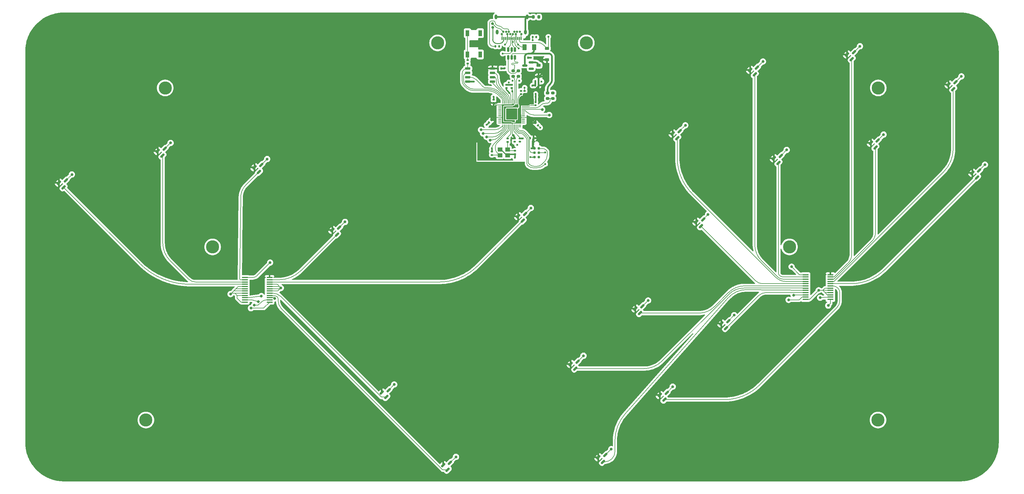
<source format=gtl>
G04 #@! TF.GenerationSoftware,KiCad,Pcbnew,(7.0.0)*
G04 #@! TF.CreationDate,2023-03-26T02:59:07-07:00*
G04 #@! TF.ProjectId,HallBox,48616c6c-426f-4782-9e6b-696361645f70,rev?*
G04 #@! TF.SameCoordinates,Original*
G04 #@! TF.FileFunction,Copper,L1,Top*
G04 #@! TF.FilePolarity,Positive*
%FSLAX46Y46*%
G04 Gerber Fmt 4.6, Leading zero omitted, Abs format (unit mm)*
G04 Created by KiCad (PCBNEW (7.0.0)) date 2023-03-26 02:59:07*
%MOMM*%
%LPD*%
G01*
G04 APERTURE LIST*
G04 Aperture macros list*
%AMRoundRect*
0 Rectangle with rounded corners*
0 $1 Rounding radius*
0 $2 $3 $4 $5 $6 $7 $8 $9 X,Y pos of 4 corners*
0 Add a 4 corners polygon primitive as box body*
4,1,4,$2,$3,$4,$5,$6,$7,$8,$9,$2,$3,0*
0 Add four circle primitives for the rounded corners*
1,1,$1+$1,$2,$3*
1,1,$1+$1,$4,$5*
1,1,$1+$1,$6,$7*
1,1,$1+$1,$8,$9*
0 Add four rect primitives between the rounded corners*
20,1,$1+$1,$2,$3,$4,$5,0*
20,1,$1+$1,$4,$5,$6,$7,0*
20,1,$1+$1,$6,$7,$8,$9,0*
20,1,$1+$1,$8,$9,$2,$3,0*%
G04 Aperture macros list end*
G04 #@! TA.AperFunction,SMDPad,CuDef*
%ADD10R,1.750000X0.450000*%
G04 #@! TD*
G04 #@! TA.AperFunction,SMDPad,CuDef*
%ADD11RoundRect,0.135000X0.135000X0.185000X-0.135000X0.185000X-0.135000X-0.185000X0.135000X-0.185000X0*%
G04 #@! TD*
G04 #@! TA.AperFunction,SMDPad,CuDef*
%ADD12RoundRect,0.200000X-0.275000X0.200000X-0.275000X-0.200000X0.275000X-0.200000X0.275000X0.200000X0*%
G04 #@! TD*
G04 #@! TA.AperFunction,SMDPad,CuDef*
%ADD13RoundRect,0.200000X0.275000X-0.200000X0.275000X0.200000X-0.275000X0.200000X-0.275000X-0.200000X0*%
G04 #@! TD*
G04 #@! TA.AperFunction,SMDPad,CuDef*
%ADD14RoundRect,0.135000X-0.185000X0.135000X-0.185000X-0.135000X0.185000X-0.135000X0.185000X0.135000X0*%
G04 #@! TD*
G04 #@! TA.AperFunction,SMDPad,CuDef*
%ADD15RoundRect,0.140000X-0.219203X-0.021213X-0.021213X-0.219203X0.219203X0.021213X0.021213X0.219203X0*%
G04 #@! TD*
G04 #@! TA.AperFunction,SMDPad,CuDef*
%ADD16RoundRect,0.225000X0.375000X-0.225000X0.375000X0.225000X-0.375000X0.225000X-0.375000X-0.225000X0*%
G04 #@! TD*
G04 #@! TA.AperFunction,SMDPad,CuDef*
%ADD17RoundRect,0.150000X-0.309359X-0.521491X0.521491X0.309359X0.309359X0.521491X-0.521491X-0.309359X0*%
G04 #@! TD*
G04 #@! TA.AperFunction,SMDPad,CuDef*
%ADD18RoundRect,0.140000X0.170000X-0.140000X0.170000X0.140000X-0.170000X0.140000X-0.170000X-0.140000X0*%
G04 #@! TD*
G04 #@! TA.AperFunction,ConnectorPad*
%ADD19C,0.787400*%
G04 #@! TD*
G04 #@! TA.AperFunction,SMDPad,CuDef*
%ADD20RoundRect,0.200000X0.200000X0.275000X-0.200000X0.275000X-0.200000X-0.275000X0.200000X-0.275000X0*%
G04 #@! TD*
G04 #@! TA.AperFunction,ComponentPad*
%ADD21C,3.800000*%
G04 #@! TD*
G04 #@! TA.AperFunction,SMDPad,CuDef*
%ADD22RoundRect,0.150000X0.587500X0.150000X-0.587500X0.150000X-0.587500X-0.150000X0.587500X-0.150000X0*%
G04 #@! TD*
G04 #@! TA.AperFunction,SMDPad,CuDef*
%ADD23RoundRect,0.140000X0.140000X0.170000X-0.140000X0.170000X-0.140000X-0.170000X0.140000X-0.170000X0*%
G04 #@! TD*
G04 #@! TA.AperFunction,SMDPad,CuDef*
%ADD24RoundRect,0.140000X-0.140000X-0.170000X0.140000X-0.170000X0.140000X0.170000X-0.140000X0.170000X0*%
G04 #@! TD*
G04 #@! TA.AperFunction,SMDPad,CuDef*
%ADD25R,1.100000X1.800000*%
G04 #@! TD*
G04 #@! TA.AperFunction,SMDPad,CuDef*
%ADD26RoundRect,0.140000X-0.170000X0.140000X-0.170000X-0.140000X0.170000X-0.140000X0.170000X0.140000X0*%
G04 #@! TD*
G04 #@! TA.AperFunction,ComponentPad*
%ADD27C,0.600000*%
G04 #@! TD*
G04 #@! TA.AperFunction,SMDPad,CuDef*
%ADD28RoundRect,0.144000X-1.456000X-1.456000X1.456000X-1.456000X1.456000X1.456000X-1.456000X1.456000X0*%
G04 #@! TD*
G04 #@! TA.AperFunction,SMDPad,CuDef*
%ADD29RoundRect,0.050000X-0.050000X-0.387500X0.050000X-0.387500X0.050000X0.387500X-0.050000X0.387500X0*%
G04 #@! TD*
G04 #@! TA.AperFunction,SMDPad,CuDef*
%ADD30RoundRect,0.050000X-0.387500X-0.050000X0.387500X-0.050000X0.387500X0.050000X-0.387500X0.050000X0*%
G04 #@! TD*
G04 #@! TA.AperFunction,SMDPad,CuDef*
%ADD31R,1.400000X1.200000*%
G04 #@! TD*
G04 #@! TA.AperFunction,ComponentPad*
%ADD32O,0.800000X1.400000*%
G04 #@! TD*
G04 #@! TA.AperFunction,ComponentPad*
%ADD33C,0.650000*%
G04 #@! TD*
G04 #@! TA.AperFunction,SMDPad,CuDef*
%ADD34R,0.300000X0.900000*%
G04 #@! TD*
G04 #@! TA.AperFunction,SMDPad,CuDef*
%ADD35R,0.300000X0.700000*%
G04 #@! TD*
G04 #@! TA.AperFunction,SMDPad,CuDef*
%ADD36RoundRect,0.135000X0.185000X-0.135000X0.185000X0.135000X-0.185000X0.135000X-0.185000X-0.135000X0*%
G04 #@! TD*
G04 #@! TA.AperFunction,SMDPad,CuDef*
%ADD37RoundRect,0.140000X-0.021213X0.219203X-0.219203X0.021213X0.021213X-0.219203X0.219203X-0.021213X0*%
G04 #@! TD*
G04 #@! TA.AperFunction,SMDPad,CuDef*
%ADD38RoundRect,0.250000X-0.375000X-0.625000X0.375000X-0.625000X0.375000X0.625000X-0.375000X0.625000X0*%
G04 #@! TD*
G04 #@! TA.AperFunction,SMDPad,CuDef*
%ADD39RoundRect,0.135000X-0.135000X-0.185000X0.135000X-0.185000X0.135000X0.185000X-0.135000X0.185000X0*%
G04 #@! TD*
G04 #@! TA.AperFunction,SMDPad,CuDef*
%ADD40RoundRect,0.150000X-0.150000X0.512500X-0.150000X-0.512500X0.150000X-0.512500X0.150000X0.512500X0*%
G04 #@! TD*
G04 #@! TA.AperFunction,SMDPad,CuDef*
%ADD41RoundRect,0.150000X-0.650000X-0.150000X0.650000X-0.150000X0.650000X0.150000X-0.650000X0.150000X0*%
G04 #@! TD*
G04 #@! TA.AperFunction,ViaPad*
%ADD42C,0.800000*%
G04 #@! TD*
G04 #@! TA.AperFunction,ViaPad*
%ADD43C,0.600000*%
G04 #@! TD*
G04 #@! TA.AperFunction,Conductor*
%ADD44C,0.200000*%
G04 #@! TD*
G04 #@! TA.AperFunction,Conductor*
%ADD45C,0.250000*%
G04 #@! TD*
G04 #@! TA.AperFunction,Conductor*
%ADD46C,0.500000*%
G04 #@! TD*
G04 #@! TA.AperFunction,Conductor*
%ADD47C,0.381000*%
G04 #@! TD*
G04 #@! TA.AperFunction,Conductor*
%ADD48C,0.254000*%
G04 #@! TD*
G04 APERTURE END LIST*
D10*
X126629999Y-102244999D03*
X126629999Y-102894999D03*
X126629999Y-103544999D03*
X126629999Y-104194999D03*
X126629999Y-104844999D03*
X126629999Y-105494999D03*
X126629999Y-106144999D03*
X126629999Y-106794999D03*
X126629999Y-107444999D03*
X126629999Y-108094999D03*
X126629999Y-108744999D03*
X126629999Y-109394999D03*
X133829999Y-109394999D03*
X133829999Y-108744999D03*
X133829999Y-108094999D03*
X133829999Y-107444999D03*
X133829999Y-106794999D03*
X133829999Y-106144999D03*
X133829999Y-105494999D03*
X133829999Y-104844999D03*
X133829999Y-104194999D03*
X133829999Y-103544999D03*
X133829999Y-102894999D03*
X133829999Y-102244999D03*
D11*
X200457974Y-35067254D03*
X199437974Y-35067254D03*
D12*
X214547974Y-48617254D03*
X214547974Y-50267254D03*
D13*
X216087974Y-50267254D03*
X216087974Y-48617254D03*
D12*
X204527974Y-42152254D03*
X204527974Y-43802254D03*
D14*
X191367974Y-39047254D03*
X191367974Y-40067254D03*
D15*
X211743385Y-57992558D03*
X211064563Y-57313736D03*
D16*
X211967974Y-40597254D03*
X211967974Y-43897254D03*
D10*
X296679999Y-101424999D03*
X296679999Y-102074999D03*
X296679999Y-102724999D03*
X296679999Y-103374999D03*
X296679999Y-104024999D03*
X296679999Y-104674999D03*
X296679999Y-105324999D03*
X296679999Y-105974999D03*
X296679999Y-106624999D03*
X296679999Y-107274999D03*
X296679999Y-107924999D03*
X296679999Y-108574999D03*
X289479999Y-108574999D03*
X289479999Y-107924999D03*
X289479999Y-107274999D03*
X289479999Y-106624999D03*
X289479999Y-105974999D03*
X289479999Y-105324999D03*
X289479999Y-104674999D03*
X289479999Y-104024999D03*
X289479999Y-103374999D03*
X289479999Y-102724999D03*
X289479999Y-102074999D03*
X289479999Y-101424999D03*
D17*
X240070000Y-111240000D03*
X241413503Y-112583503D03*
X242067577Y-110585926D03*
D18*
X198862724Y-50553272D03*
X198862724Y-51513272D03*
D19*
X212002974Y-67227254D03*
X210732974Y-67227254D03*
X212002974Y-65957254D03*
X210732974Y-65957254D03*
X212002974Y-64687254D03*
X210732974Y-64687254D03*
D18*
X204097974Y-46219504D03*
X204097974Y-47179504D03*
D17*
X301530000Y-37430000D03*
X302873503Y-38773503D03*
X303527577Y-36775926D03*
D20*
X210387974Y-26557254D03*
X212037974Y-26557254D03*
D21*
X310512974Y-143637254D03*
X182617974Y-34077254D03*
D18*
X207879724Y-48013272D03*
X207879724Y-48973272D03*
D21*
X225807974Y-34077254D03*
D17*
X221260000Y-127340000D03*
X222603503Y-128683503D03*
X223257577Y-126685926D03*
X229320000Y-154460000D03*
X230663503Y-155803503D03*
X231317577Y-153805926D03*
D18*
X202573974Y-46219504D03*
X202573974Y-47179504D03*
D21*
X117282974Y-93347300D03*
D22*
X207932974Y-40657254D03*
X209807974Y-39707254D03*
X209807974Y-41607254D03*
D23*
X210957974Y-45262254D03*
X211917974Y-45262254D03*
D17*
X206000000Y-84400000D03*
X207343503Y-85743503D03*
X207997577Y-83745926D03*
X166380000Y-135620000D03*
X167723503Y-136963503D03*
X168377577Y-134965926D03*
X280255336Y-67571161D03*
X281598839Y-68914664D03*
X282252913Y-66917087D03*
X184200000Y-156720000D03*
X185543503Y-158063503D03*
X186197577Y-156065926D03*
D24*
X211054974Y-51271504D03*
X210094974Y-51271504D03*
D21*
X97912974Y-143637254D03*
D25*
X191277973Y-37437253D03*
X191277973Y-31237253D03*
X194977973Y-37437253D03*
X194977973Y-31237253D03*
D18*
X206863724Y-48013272D03*
X206863724Y-48973272D03*
D21*
X310577974Y-47150637D03*
D17*
X337900000Y-71800000D03*
X339243503Y-73143503D03*
X339897577Y-71145926D03*
X331000000Y-46140000D03*
X332343503Y-47483503D03*
X332997577Y-45485926D03*
X72662423Y-74684074D03*
X74005926Y-76027577D03*
X74660000Y-74030000D03*
X247142423Y-136374074D03*
X248485926Y-137717577D03*
X249140000Y-135720000D03*
D21*
X284792974Y-93347300D03*
D26*
X204986974Y-62800504D03*
X204986974Y-61840504D03*
D23*
X207937974Y-38417254D03*
X208897974Y-38417254D03*
D27*
X205372974Y-56007254D03*
X205372974Y-54732254D03*
X205372974Y-53457254D03*
X204097974Y-56007254D03*
D28*
X204097974Y-54732254D03*
D27*
X204097974Y-54732254D03*
X204097974Y-53457254D03*
X202822974Y-56007254D03*
X202822974Y-54732254D03*
X202822974Y-53457254D03*
D29*
X201497974Y-51294754D03*
X201897974Y-51294754D03*
X202297974Y-51294754D03*
X202697974Y-51294754D03*
X203097974Y-51294754D03*
X203497974Y-51294754D03*
X203897974Y-51294754D03*
X204297974Y-51294754D03*
X204697974Y-51294754D03*
X205097974Y-51294754D03*
X205497974Y-51294754D03*
X205897974Y-51294754D03*
X206297974Y-51294754D03*
X206697974Y-51294754D03*
D30*
X207535474Y-52132254D03*
X207535474Y-52532254D03*
X207535474Y-52932254D03*
X207535474Y-53332254D03*
X207535474Y-53732254D03*
X207535474Y-54132254D03*
X207535474Y-54532254D03*
X207535474Y-54932254D03*
X207535474Y-55332254D03*
X207535474Y-55732254D03*
X207535474Y-56132254D03*
X207535474Y-56532254D03*
X207535474Y-56932254D03*
X207535474Y-57332254D03*
D29*
X206697974Y-58169754D03*
X206297974Y-58169754D03*
X205897974Y-58169754D03*
X205497974Y-58169754D03*
X205097974Y-58169754D03*
X204697974Y-58169754D03*
X204297974Y-58169754D03*
X203897974Y-58169754D03*
X203497974Y-58169754D03*
X203097974Y-58169754D03*
X202697974Y-58169754D03*
X202297974Y-58169754D03*
X201897974Y-58169754D03*
X201497974Y-58169754D03*
D30*
X200660474Y-57332254D03*
X200660474Y-56932254D03*
X200660474Y-56532254D03*
X200660474Y-56132254D03*
X200660474Y-55732254D03*
X200660474Y-55332254D03*
X200660474Y-54932254D03*
X200660474Y-54532254D03*
X200660474Y-54132254D03*
X200660474Y-53732254D03*
X200660474Y-53332254D03*
X200660474Y-52932254D03*
X200660474Y-52532254D03*
X200660474Y-52132254D03*
D31*
X202911973Y-66726503D03*
X200711973Y-66726503D03*
X200711973Y-65026503D03*
X202911973Y-65026503D03*
D24*
X211917974Y-46462254D03*
X210957974Y-46462254D03*
D17*
X273370000Y-41900000D03*
X274713503Y-43243503D03*
X275367577Y-41245926D03*
D32*
X199606473Y-26557253D03*
X199891473Y-30947253D03*
X208151473Y-30947253D03*
X208586473Y-26557253D03*
D33*
X206896474Y-31547254D03*
X206496474Y-30847254D03*
X205696474Y-30847254D03*
X205296474Y-31547254D03*
X204896474Y-30847254D03*
X204496474Y-31547254D03*
X203696474Y-31547254D03*
X203296474Y-30847254D03*
X202896474Y-31547254D03*
X202496474Y-30847254D03*
X201696474Y-30847254D03*
X201296474Y-31547254D03*
D34*
X201346473Y-32757253D03*
X201846473Y-32757253D03*
X202346473Y-32757253D03*
X202846473Y-32757253D03*
X203346473Y-32757253D03*
D35*
X203846473Y-32757253D03*
X204346473Y-32757253D03*
D34*
X204846473Y-32757253D03*
X205346473Y-32757253D03*
X205846473Y-32757253D03*
X206346473Y-32757253D03*
X206846473Y-32757253D03*
D17*
X101370000Y-65490000D03*
X102713503Y-66833503D03*
X103367577Y-64835926D03*
D12*
X206057974Y-43802254D03*
X206057974Y-42152254D03*
D36*
X202954974Y-62830504D03*
X202954974Y-61810504D03*
D37*
X197507313Y-57214683D03*
X198186135Y-56535861D03*
D38*
X210627974Y-35297254D03*
X207827974Y-35297254D03*
D24*
X201097974Y-41477254D03*
X200137974Y-41477254D03*
D17*
X129420000Y-70190000D03*
X130763503Y-71533503D03*
X131417577Y-69535926D03*
D26*
X198382974Y-66626272D03*
X198382974Y-65666272D03*
D11*
X209507974Y-61767254D03*
X210527974Y-61767254D03*
D17*
X152045336Y-88411161D03*
X153388839Y-89754664D03*
X154042913Y-87757087D03*
X250870000Y-60370000D03*
X252213503Y-61713503D03*
X252867577Y-59715926D03*
D39*
X211287974Y-32407254D03*
X210267974Y-32407254D03*
D21*
X103517974Y-47150637D03*
D17*
X265042423Y-115594074D03*
X266385926Y-116937577D03*
X267040000Y-114940000D03*
D24*
X211054974Y-49747504D03*
X210094974Y-49747504D03*
D17*
X308420000Y-63090000D03*
X309763503Y-64433503D03*
X310417577Y-62435926D03*
D40*
X205047974Y-38324754D03*
X204097974Y-38324754D03*
X203147974Y-38324754D03*
X203147974Y-36049754D03*
X204097974Y-36049754D03*
X205047974Y-36049754D03*
D17*
X257752423Y-86014074D03*
X259095926Y-87357577D03*
X259750000Y-85360000D03*
D16*
X214347974Y-35667254D03*
X214347974Y-38967254D03*
D41*
X198567974Y-41482254D03*
X198567974Y-42752254D03*
X198567974Y-44022254D03*
X198567974Y-45292254D03*
X191367974Y-45292254D03*
X191367974Y-44022254D03*
X191367974Y-42752254D03*
X191367974Y-41482254D03*
D26*
X206510974Y-62800504D03*
X206510974Y-61840504D03*
D18*
X205085724Y-65412272D03*
X205085724Y-66372272D03*
D42*
X122500000Y-107030000D03*
X137100000Y-105260000D03*
X195230000Y-59320000D03*
X195840000Y-60410000D03*
X196850000Y-61420000D03*
X197910000Y-62300000D03*
X135320000Y-108320000D03*
X215030000Y-55020000D03*
X133980000Y-97910000D03*
X212990000Y-53410000D03*
X285410000Y-99090000D03*
X296050000Y-110370000D03*
X293700000Y-108100000D03*
X128410000Y-111130000D03*
X129360000Y-110270000D03*
X284560000Y-108720000D03*
X285990000Y-107370000D03*
X131440000Y-107620000D03*
X130550000Y-109250000D03*
X293280000Y-105940000D03*
X76420000Y-72300000D03*
X105082423Y-63130000D03*
X133130000Y-67810000D03*
X155740000Y-86070000D03*
X170030000Y-133310000D03*
X187950000Y-154340000D03*
X312130000Y-60710000D03*
X254562423Y-58027577D03*
X243750000Y-108910000D03*
X224980000Y-124960000D03*
X233040000Y-152080000D03*
X268760000Y-113180000D03*
X250880000Y-133940000D03*
X341570000Y-69460000D03*
X334720000Y-43790000D03*
X305260000Y-35050000D03*
X277100000Y-39490000D03*
X284000000Y-65170000D03*
X261160000Y-83890000D03*
X209700000Y-82040000D03*
X198517974Y-28477254D03*
D43*
X214779563Y-32305665D03*
X211077974Y-52217254D03*
D42*
X198617974Y-29577254D03*
D43*
X200137974Y-42507254D03*
X204450724Y-60939272D03*
X209930713Y-64707254D03*
X204323724Y-48112272D03*
X203307724Y-45572272D03*
X207879724Y-47096272D03*
X196830724Y-57891272D03*
X193145474Y-45302254D03*
X212777974Y-45312254D03*
X198382974Y-64749272D03*
X209687974Y-38407254D03*
X212419974Y-58669147D03*
X205720724Y-63733272D03*
X209530713Y-67227254D03*
X201517974Y-37187254D03*
X202117974Y-41467254D03*
X211054724Y-48907254D03*
X206323974Y-45080147D03*
X198862724Y-49763272D03*
X205085724Y-67416272D03*
X210167974Y-46472254D03*
X204418974Y-45080147D03*
X203462974Y-48604504D03*
X207371724Y-61828272D03*
X204704724Y-56831754D03*
X204831724Y-52594504D03*
X202187974Y-34547254D03*
X206037974Y-34547254D03*
X213861885Y-69261165D03*
X213858474Y-65927254D03*
X206127974Y-35647254D03*
X210267974Y-33337754D03*
X204445974Y-33847254D03*
D44*
X208881485Y-69761448D02*
G75*
G03*
X210295680Y-70347254I1414215J1414148D01*
G01*
X205097974Y-59128275D02*
X205097974Y-58169754D01*
X205793692Y-60167258D02*
X205340699Y-59714265D01*
X208069779Y-61256327D02*
X207349020Y-60535568D01*
X208531693Y-68997480D02*
X208531693Y-62371486D01*
X208881466Y-69761467D02*
X208824599Y-69704600D01*
X213861885Y-69261165D02*
X213653104Y-69469946D01*
X205097995Y-59128275D02*
G75*
G03*
X205340699Y-59714265I828705J-25D01*
G01*
X208531697Y-62371486D02*
G75*
G03*
X208069779Y-61256327I-1577097J-14D01*
G01*
X207349035Y-60535553D02*
G75*
G03*
X206924756Y-60359832I-424235J-424247D01*
G01*
X206924756Y-60359832D02*
X206258608Y-60359832D01*
X205793680Y-60167270D02*
G75*
G03*
X206258608Y-60359832I464920J464970D01*
G01*
X211535094Y-70347254D02*
X210295680Y-70347254D01*
X208531709Y-68997480D02*
G75*
G03*
X208824599Y-69704600I999991J-20D01*
G01*
X211535094Y-70347239D02*
G75*
G03*
X213653104Y-69469946I6J2995339D01*
G01*
X293700000Y-108100000D02*
X296680000Y-107925000D01*
X205798758Y-59607318D02*
X206047483Y-59856050D01*
X197910000Y-62300000D02*
X198238124Y-62300000D01*
X201808281Y-58791914D02*
G75*
G03*
X201897974Y-58575390I-216481J216514D01*
G01*
X202137084Y-59028807D02*
G75*
G03*
X202297974Y-58640380I-388384J388407D01*
G01*
X202897579Y-59526931D02*
G75*
G03*
X203097974Y-59043070I-483879J483831D01*
G01*
X202897560Y-59526912D02*
X198883399Y-63541073D01*
X203402296Y-59587232D02*
G75*
G03*
X203497974Y-59356159I-231096J231032D01*
G01*
X203097974Y-58169754D02*
X203097974Y-59043070D01*
X202454672Y-59326079D02*
G75*
G03*
X202697974Y-58738721I-587372J587379D01*
G01*
X200624569Y-60541320D02*
X202137083Y-59028806D01*
X201068883Y-59531320D02*
X201808285Y-58791918D01*
X200359445Y-61421320D02*
X202454679Y-59326086D01*
X203402271Y-59587207D02*
X199896507Y-63092971D01*
X201226408Y-58441320D02*
X201497974Y-58169754D01*
X195230000Y-59320000D02*
X199105087Y-59320000D01*
X199105087Y-59319991D02*
G75*
G03*
X201226408Y-58441320I13J2999991D01*
G01*
X125172144Y-102715167D02*
G75*
G03*
X125354844Y-102899367I182056J-2133D01*
G01*
X125455000Y-78913074D02*
X125172196Y-102715168D01*
X130763503Y-71533503D02*
X126919466Y-75377540D01*
X126919479Y-75377553D02*
G75*
G03*
X125455000Y-78913074I3535521J-3535547D01*
G01*
X126630000Y-102895000D02*
X125354844Y-102899367D01*
X131417577Y-69535926D02*
X133130000Y-67810000D01*
X124420000Y-108260000D02*
X124420000Y-107445000D01*
X125555000Y-109395000D02*
X124420000Y-108260000D01*
X126630000Y-109395000D02*
X125555000Y-109395000D01*
X126630000Y-107445000D02*
X124420000Y-107445000D01*
X123770000Y-106795000D02*
X122735000Y-106795000D01*
X126630000Y-106795000D02*
X123770000Y-106795000D01*
X124420000Y-107445000D02*
X123770000Y-106795000D01*
X122735000Y-106795000D02*
X122500000Y-107030000D01*
X123385000Y-106145000D02*
X123370000Y-106160000D01*
X126630000Y-106145000D02*
X123385000Y-106145000D01*
X123370000Y-106160000D02*
X122500000Y-107030000D01*
X124095000Y-105435000D02*
X123370000Y-106160000D01*
X124155000Y-105495000D02*
X124095000Y-105435000D01*
X124685000Y-104845000D02*
X124095000Y-105435000D01*
X126630000Y-105495000D02*
X124155000Y-105495000D01*
X126630000Y-104845000D02*
X124685000Y-104845000D01*
X136215000Y-106145000D02*
X133830000Y-106145000D01*
X137100000Y-105260000D02*
X136215000Y-106145000D01*
X136865000Y-105495000D02*
X137100000Y-105260000D01*
X133830000Y-105495000D02*
X136865000Y-105495000D01*
X136685000Y-104845000D02*
X137100000Y-105260000D01*
X133830000Y-104845000D02*
X136685000Y-104845000D01*
X136035000Y-104195000D02*
X137100000Y-105260000D01*
X133830000Y-104195000D02*
X136035000Y-104195000D01*
X198238124Y-62300017D02*
G75*
G03*
X200359445Y-61421320I-24J3000017D01*
G01*
X198503248Y-61419963D02*
G75*
G03*
X200624569Y-60541320I52J2999963D01*
G01*
X198947562Y-60409973D02*
G75*
G03*
X201068883Y-59531320I38J2999973D01*
G01*
X202697974Y-58738721D02*
X202697974Y-58169754D01*
X202297974Y-58640380D02*
X202297974Y-58169754D01*
X196850000Y-61420000D02*
X198503248Y-61420000D01*
X201897974Y-58575390D02*
X201897974Y-58169754D01*
X195840000Y-60410000D02*
X198947562Y-60410000D01*
X127815000Y-108095000D02*
X126630000Y-108095000D01*
X131440000Y-107620000D02*
X127815000Y-108095000D01*
X135095000Y-108095000D02*
X135320000Y-108320000D01*
X133830000Y-108095000D02*
X135095000Y-108095000D01*
X132873377Y-108744984D02*
G75*
G03*
X131459163Y-109330787I23J-2000016D01*
G01*
X132095000Y-111130000D02*
X128410000Y-111130000D01*
X133830000Y-109395000D02*
X132095000Y-111130000D01*
X130519950Y-110270000D02*
X129360000Y-110270000D01*
X131459163Y-109330787D02*
X130519950Y-110270000D01*
X133830000Y-108745000D02*
X132873377Y-108745000D01*
X128725000Y-108745000D02*
X126630000Y-108745000D01*
X130550000Y-109250000D02*
X128725000Y-108745000D01*
X128846573Y-102244980D02*
G75*
G03*
X130260786Y-101659212I27J1999980D01*
G01*
X208476997Y-54141338D02*
G75*
G03*
X210598336Y-55020000I2121303J2121338D01*
G01*
X208067949Y-53732254D02*
X207535474Y-53732254D01*
X208477015Y-54141320D02*
X208067949Y-53732254D01*
X215030000Y-55020000D02*
X210598336Y-55020000D01*
X130260787Y-101659213D02*
X133980000Y-97940000D01*
X126630000Y-102245000D02*
X128846573Y-102245000D01*
X212912254Y-53332254D02*
X207535474Y-53332254D01*
X212990000Y-53410000D02*
X212912254Y-53332254D01*
X287735000Y-101425000D02*
X285410000Y-99100000D01*
X289480000Y-101425000D02*
X287735000Y-101425000D01*
X296680000Y-109740000D02*
X296680000Y-108575000D01*
X296050000Y-110370000D02*
X296680000Y-109740000D01*
X289480000Y-108575000D02*
X290645000Y-108575000D01*
X290645000Y-108575000D02*
X293280000Y-105940000D01*
X288430000Y-107925000D02*
X289480000Y-107925000D01*
X287635000Y-108720000D02*
X288430000Y-107925000D01*
X284560000Y-108720000D02*
X287635000Y-108720000D01*
X286085000Y-107275000D02*
X289480000Y-107275000D01*
X285990000Y-107370000D02*
X286085000Y-107275000D01*
X294430000Y-105940000D02*
X293280000Y-105940000D01*
X294465000Y-105975000D02*
X294430000Y-105940000D01*
X295765000Y-107275000D02*
X295115000Y-106625000D01*
X296680000Y-107275000D02*
X295765000Y-107275000D01*
X296680000Y-105325000D02*
X295105000Y-105325000D01*
X295105000Y-105325000D02*
X294460000Y-105970000D01*
X295115000Y-106625000D02*
X294465000Y-105975000D01*
X296680000Y-106625000D02*
X295115000Y-106625000D01*
X294465000Y-105975000D02*
X294460000Y-105970000D01*
X296680000Y-105975000D02*
X294465000Y-105975000D01*
X207997577Y-83745926D02*
X209700000Y-82040000D01*
X74660000Y-74030000D02*
X76420000Y-72300000D01*
X103367577Y-64835926D02*
X105082423Y-63130000D01*
X154042913Y-87757087D02*
X155740000Y-86070000D01*
X168377577Y-134965926D02*
X170030000Y-133310000D01*
X186197577Y-156065926D02*
X187950000Y-154340000D01*
X223257577Y-126685926D02*
X224980000Y-124960000D01*
X231317577Y-153805926D02*
X233040000Y-152080000D01*
X249140000Y-135720000D02*
X250880000Y-133940000D01*
X242067577Y-110585926D02*
X243750000Y-108910000D01*
X267040000Y-114940000D02*
X268760000Y-113180000D01*
X310417577Y-62435926D02*
X312130000Y-60710000D01*
X339897577Y-71145926D02*
X341570000Y-69460000D01*
X332997577Y-45485926D02*
X334720000Y-43790000D01*
X303527577Y-36775926D02*
X305260000Y-35050000D01*
X275367577Y-41245926D02*
X277100000Y-39490000D01*
X252860000Y-59730000D02*
X254562423Y-58027577D01*
X261160000Y-83950000D02*
X261160000Y-83890000D01*
X259750000Y-85360000D02*
X261160000Y-83950000D01*
X282252913Y-66917087D02*
X284000000Y-65170000D01*
X183070737Y-103545033D02*
G75*
G03*
X194117884Y-98969122I-37J15623033D01*
G01*
X136517090Y-102895001D02*
G75*
G03*
X142887010Y-100256493I10J9008401D01*
G01*
X96156233Y-98177912D02*
G75*
G03*
X110682816Y-104195000I14526567J14526612D01*
G01*
X110256301Y-102666341D02*
G75*
G03*
X112377641Y-103545000I2121299J2121341D01*
G01*
X102809971Y-92156646D02*
G75*
G03*
X104976119Y-97386117I7395629J46D01*
G01*
X136966426Y-107673686D02*
G75*
G03*
X134845113Y-106795000I-2121326J-2121314D01*
G01*
X136328497Y-109073139D02*
G75*
G03*
X137207214Y-111194458I3000003J39D01*
G01*
X258504473Y-112583490D02*
G75*
G03*
X262980548Y-110729452I27J6330090D01*
G01*
X242540606Y-128683499D02*
G75*
G03*
X247776644Y-126514665I-6J7404899D01*
G01*
X252213504Y-67410698D02*
G75*
G03*
X256550051Y-77880049I14805896J-2D01*
G01*
X274713490Y-92631137D02*
G75*
G03*
X276702146Y-97432146I6789710J37D01*
G01*
X277941144Y-106625031D02*
G75*
G03*
X275819824Y-107503679I-44J-2999969D01*
G01*
X274884675Y-103146316D02*
G75*
G03*
X277005990Y-104025000I2121325J2121316D01*
G01*
X271719749Y-104675048D02*
G75*
G03*
X267136597Y-106573405I-49J-6481552D01*
G01*
X271526374Y-105307864D02*
G75*
G03*
X267185306Y-107106003I26J-6139236D01*
G01*
X272401765Y-105752392D02*
G75*
G03*
X266991604Y-108142508I-92665J-7108408D01*
G01*
X237085389Y-141846677D02*
G75*
G03*
X234111922Y-149670646I8825811J-7831223D01*
G01*
X234110000Y-152785578D02*
X234111922Y-149670646D01*
X230663503Y-155803503D02*
X231217434Y-155783653D01*
X231217435Y-155783676D02*
G75*
G03*
X234110000Y-152785578I-107435J2998076D01*
G01*
X265818704Y-137717582D02*
G75*
G03*
X276118906Y-133451094I-4J14566682D01*
G01*
X298531341Y-111038699D02*
G75*
G03*
X299410000Y-108917359I-2121341J2121299D01*
G01*
X299409959Y-106679041D02*
G75*
G03*
X297420989Y-104679071I-1999959J41D01*
G01*
X302643069Y-104024988D02*
G75*
G03*
X312405905Y-99981101I31J13806688D01*
G01*
X329536784Y-71568246D02*
G75*
G03*
X332343503Y-64792176I-6776084J6776046D01*
G01*
X308707926Y-91747104D02*
G75*
G03*
X309763503Y-89198665I-2548426J2548404D01*
G01*
X301798988Y-98081000D02*
G75*
G03*
X302873503Y-95486911I-2594088J2594100D01*
G01*
X297805000Y-102075000D02*
X296680000Y-102075000D01*
X301798994Y-98081006D02*
X297805000Y-102075000D01*
X302873503Y-38773503D02*
X302873503Y-95486911D01*
X297730000Y-102725000D02*
X296680000Y-102725000D01*
X308707911Y-91747089D02*
X297730000Y-102725000D01*
X309763503Y-64433503D02*
X309763503Y-89198665D01*
X297730000Y-103375000D02*
X296680000Y-103375000D01*
X329536769Y-71568231D02*
X297730000Y-103375000D01*
X332343503Y-47483503D02*
X332343503Y-64792176D01*
X302643069Y-104025000D02*
X296680000Y-104025000D01*
X339243503Y-73143503D02*
X312405905Y-99981101D01*
X280869811Y-102199801D02*
G75*
G03*
X283706976Y-103375000I2837189J2837201D01*
G01*
X281262110Y-101992096D02*
G75*
G03*
X283031473Y-102725000I1769390J1769396D01*
G01*
X281598852Y-100934671D02*
G75*
G03*
X281891733Y-101641731I999848J-29D01*
G01*
X281891715Y-101641749D02*
G75*
G03*
X282901547Y-102061237I1012785J1012849D01*
G01*
X282901547Y-102061237D02*
X289480000Y-102075000D01*
X281598839Y-68914664D02*
X281598839Y-100934671D01*
X283031473Y-102725000D02*
X289480000Y-102725000D01*
X276702146Y-97432146D02*
X281262103Y-101992103D01*
X274713503Y-43243503D02*
X274713503Y-92631137D01*
X252213503Y-61713503D02*
X252213503Y-67410698D01*
X256550050Y-77880050D02*
X280869806Y-102199806D01*
X283706976Y-103375000D02*
X289480000Y-103375000D01*
X277005990Y-104025000D02*
X289480000Y-104025000D01*
X259095926Y-87357577D02*
X274884670Y-103146321D01*
X271719749Y-104675000D02*
X289480000Y-104675000D01*
X262980548Y-110729452D02*
X267136596Y-106573404D01*
X241413503Y-112583503D02*
X258504473Y-112583503D01*
X247776644Y-126514665D02*
X267185306Y-107106003D01*
X222603503Y-128683503D02*
X242540606Y-128683503D01*
X271526374Y-105307874D02*
X289462874Y-105307874D01*
X289462874Y-105307874D02*
X289480000Y-105325000D01*
X237085406Y-141846692D02*
X266991603Y-108142507D01*
X272401765Y-105752387D02*
X289480000Y-105975000D01*
X297420989Y-104679071D02*
X296680000Y-104675000D01*
X299410000Y-108917359D02*
X299410000Y-106679041D01*
X276118906Y-133451094D02*
X298531321Y-111038679D01*
X248485926Y-137717577D02*
X265818704Y-137717577D01*
X277941144Y-106625000D02*
X289480000Y-106625000D01*
X266385926Y-116937577D02*
X275819824Y-107503679D01*
X136328500Y-108540802D02*
G75*
G03*
X135391035Y-107542757I-1000000J2D01*
G01*
X135391035Y-107542757D02*
X133830000Y-107445000D01*
X136328534Y-109073139D02*
X136328534Y-108540802D01*
X184076257Y-158063503D02*
X137207213Y-111194459D01*
X185543503Y-158063503D02*
X184076257Y-158063503D01*
X134845113Y-106795000D02*
X133830000Y-106795000D01*
X166256257Y-136963503D02*
X136966433Y-107673679D01*
X167723503Y-136963503D02*
X166256257Y-136963503D01*
X183070737Y-103545000D02*
X133830000Y-103545000D01*
X207343503Y-85743503D02*
X194117884Y-98969122D01*
X133830000Y-102895000D02*
X136517090Y-102895000D01*
X142887010Y-100256493D02*
X153388839Y-89754664D01*
X112377641Y-103545000D02*
X126630000Y-103545000D01*
X102810000Y-66860000D02*
X102810000Y-92156646D01*
X102783503Y-66833503D02*
X102810000Y-66860000D01*
X104976118Y-97386118D02*
X110256321Y-102666321D01*
X102713503Y-66833503D02*
X102783503Y-66833503D01*
X110682816Y-104195000D02*
X126630000Y-104195000D01*
X74005926Y-76027577D02*
X96156247Y-98177898D01*
D45*
X199065081Y-33964361D02*
X198910867Y-33810147D01*
D44*
X214779563Y-32305665D02*
X214777974Y-32307254D01*
D45*
X201846474Y-32757254D02*
X201846474Y-33054540D01*
X200643760Y-34257254D02*
X199772188Y-34257254D01*
D44*
X213338535Y-34657815D02*
X214347974Y-35667254D01*
X199643659Y-29602939D02*
X198517974Y-28477254D01*
D45*
X198617974Y-33103040D02*
X198617974Y-29577254D01*
D44*
X214777974Y-35237254D02*
X214347974Y-35667254D01*
X214777974Y-32307254D02*
X214777974Y-35237254D01*
X200355103Y-29837254D02*
X200209345Y-29837254D01*
D45*
X201553581Y-33761647D02*
X201350867Y-33964361D01*
D44*
X211077974Y-52217254D02*
X209705228Y-52217254D01*
X201696474Y-30847254D02*
X200920788Y-30071568D01*
X206813659Y-33937254D02*
X211598947Y-33937254D01*
X206346474Y-32757254D02*
X206346474Y-33375118D01*
X209025720Y-52532254D02*
X207535474Y-52532254D01*
X209394101Y-52346127D02*
X209336847Y-52403381D01*
X209705228Y-52217288D02*
G75*
G03*
X209394102Y-52346128I-28J-440012D01*
G01*
D45*
X201553555Y-33761621D02*
G75*
G03*
X201846474Y-33054540I-707055J707121D01*
G01*
D44*
X199643625Y-29602973D02*
G75*
G03*
X200209345Y-29837254I565675J565773D01*
G01*
X206346460Y-33375118D02*
G75*
G03*
X206530817Y-33820097I629240J18D01*
G01*
X206530847Y-33820067D02*
G75*
G03*
X206813659Y-33937254I282853J282767D01*
G01*
X213338511Y-34657839D02*
G75*
G03*
X211598947Y-33937254I-1739611J-1739561D01*
G01*
D45*
X198617954Y-33103040D02*
G75*
G03*
X198910868Y-33810146I1000046J40D01*
G01*
X199065097Y-33964345D02*
G75*
G03*
X199772188Y-34257254I707103J707045D01*
G01*
D44*
X209025720Y-52532281D02*
G75*
G03*
X209336847Y-52403381I-20J439981D01*
G01*
X200920796Y-30071560D02*
G75*
G03*
X200355103Y-29837254I-565696J-565740D01*
G01*
D45*
X200643760Y-34257239D02*
G75*
G03*
X201350867Y-33964361I40J999939D01*
G01*
D44*
X204580816Y-50484346D02*
X204478974Y-50382504D01*
X204697974Y-51294754D02*
X204697974Y-51888504D01*
X201827742Y-52132254D02*
X201910724Y-52049272D01*
X206697974Y-51294754D02*
X206697974Y-52093504D01*
D46*
X211967974Y-43897254D02*
X211967974Y-46412254D01*
X209930713Y-64707254D02*
X210712974Y-64707254D01*
D44*
X201415224Y-55732254D02*
X201430974Y-55716504D01*
X200660474Y-52132254D02*
X199895920Y-52132254D01*
X206637974Y-52160504D02*
X206297974Y-51820504D01*
D47*
X209737099Y-55986272D02*
X211064563Y-57313736D01*
D44*
X204323724Y-48112272D02*
X204476124Y-48264672D01*
X207535474Y-52132254D02*
X206666224Y-52132254D01*
X204297974Y-51294754D02*
X204297974Y-52150522D01*
D46*
X200137974Y-42507254D02*
X200137974Y-41477254D01*
D44*
X204478974Y-50382504D02*
X204415131Y-50446347D01*
D47*
X209799974Y-51271504D02*
X210094974Y-51271504D01*
D44*
X199188813Y-51839361D02*
X198862724Y-51513272D01*
D47*
X198818242Y-55931754D02*
X198227724Y-56522272D01*
D44*
X204323724Y-47700254D02*
X204097974Y-47474504D01*
X206697974Y-51294754D02*
X206697974Y-50569236D01*
X200660474Y-55732254D02*
X199299731Y-55732254D01*
X204476124Y-48264672D02*
X204476124Y-50379654D01*
D46*
X207879724Y-48973272D02*
X208708465Y-48973272D01*
D44*
X204297974Y-50729189D02*
X204297974Y-51294754D01*
X207535474Y-55732254D02*
X206662974Y-55732254D01*
D46*
X211917974Y-46696361D02*
X211917974Y-46462254D01*
D44*
X204450724Y-60939272D02*
X204297974Y-60786522D01*
D46*
X204986974Y-61475522D02*
X204986974Y-61840504D01*
D44*
X204297974Y-58169754D02*
X204297974Y-57440504D01*
D46*
X204450724Y-60939272D02*
X204986974Y-61475522D01*
D44*
X204297974Y-60786522D02*
X204297974Y-58169754D01*
X207535474Y-52132254D02*
X208525010Y-52132254D01*
X206297974Y-51294754D02*
X206697974Y-50894754D01*
D46*
X213212321Y-42819515D02*
X212134582Y-43897254D01*
D44*
X200660474Y-52132254D02*
X201827742Y-52132254D01*
X206297974Y-51820504D02*
X206297974Y-51294754D01*
X204297974Y-52150522D02*
X204323724Y-52176272D01*
X204476124Y-50379654D02*
X204478974Y-50382504D01*
X204323724Y-48112272D02*
X204323724Y-47700254D01*
X207535474Y-55732254D02*
X209123862Y-55732254D01*
D47*
X210094974Y-49747504D02*
X210094974Y-51271504D01*
D44*
X206990867Y-49862129D02*
X207879724Y-48973272D01*
D46*
X210300509Y-48313826D02*
X211917974Y-46696361D01*
D44*
X204697974Y-51294754D02*
X204697974Y-50767189D01*
X209232117Y-51839361D02*
X209799974Y-51271504D01*
D46*
X200137974Y-41477254D02*
X198592974Y-41477254D01*
D44*
X206697974Y-52093504D02*
X206764974Y-52160504D01*
X200660474Y-55732254D02*
X201415224Y-55732254D01*
D46*
X210277974Y-63588787D02*
X210277974Y-62370716D01*
D44*
X206666224Y-52132254D02*
X206637974Y-52160504D01*
D46*
X211967974Y-46412254D02*
X211917974Y-46462254D01*
X212134582Y-43897254D02*
X211967974Y-43897254D01*
X214347974Y-38967254D02*
X214347974Y-39867939D01*
X213212313Y-42819507D02*
G75*
G03*
X214347973Y-39867939I-3278213J2955607D01*
G01*
X208708465Y-48973252D02*
G75*
G03*
X210300508Y-48313825I35J2251452D01*
G01*
D44*
X199299731Y-55732266D02*
G75*
G03*
X198818242Y-55931754I-31J-680734D01*
G01*
X199188813Y-51839361D02*
G75*
G03*
X199895920Y-52132254I707087J707061D01*
G01*
X208525010Y-52132274D02*
G75*
G03*
X209232116Y-51839360I-10J999974D01*
G01*
X206990844Y-49862106D02*
G75*
G03*
X206697974Y-50569236I707156J-707094D01*
G01*
X204415131Y-50446347D02*
G75*
G03*
X204297974Y-50729189I282869J-282853D01*
G01*
D46*
X210277972Y-63588787D02*
G75*
G03*
X210732975Y-64687253I1553428J-13D01*
G01*
X210527967Y-61767247D02*
G75*
G03*
X210277974Y-62370716I603333J-603453D01*
G01*
D44*
X209737121Y-55986250D02*
G75*
G03*
X209123862Y-55732254I-613221J-613250D01*
G01*
X204697989Y-50767189D02*
G75*
G03*
X204580816Y-50484346I-399989J-11D01*
G01*
D46*
X210177974Y-46462254D02*
X210167974Y-46472254D01*
D47*
X198862724Y-50553272D02*
X198862724Y-49763272D01*
X205085724Y-66372272D02*
X205085724Y-67416272D01*
D44*
X212419974Y-58669147D02*
X211743385Y-57992558D01*
D46*
X201097974Y-41477254D02*
X202107974Y-41477254D01*
D44*
X204097974Y-36049754D02*
X204097974Y-36540623D01*
D46*
X208897974Y-38417254D02*
X209677974Y-38417254D01*
D45*
X210732974Y-67227254D02*
X209530713Y-67227254D01*
D46*
X210957974Y-46462254D02*
X210177974Y-46462254D01*
X191405474Y-45287254D02*
X193130474Y-45287254D01*
X209677974Y-38417254D02*
X209687974Y-38407254D01*
D47*
X211054974Y-49747504D02*
X211054974Y-51271504D01*
D48*
X202664996Y-66726504D02*
X200964996Y-65026504D01*
D46*
X202573974Y-46219504D02*
X204097974Y-46219504D01*
D47*
X211054724Y-48907254D02*
X211054724Y-49747254D01*
D44*
X207879724Y-48013272D02*
X207879724Y-47096272D01*
X206846474Y-31597254D02*
X206896474Y-31547254D01*
D46*
X210957974Y-45262254D02*
X210957974Y-46462254D01*
D44*
X206846474Y-32757254D02*
X206846474Y-31597254D01*
D47*
X205085724Y-66372272D02*
X203266206Y-66372272D01*
D44*
X203481343Y-37157254D02*
X201547974Y-37157254D01*
X201346474Y-32757254D02*
X201346474Y-31597254D01*
D47*
X197507313Y-57214683D02*
X196830724Y-57891272D01*
D44*
X201346474Y-31597254D02*
X201296474Y-31547254D01*
X201547974Y-37157254D02*
X201517974Y-37187254D01*
D47*
X198382974Y-64749272D02*
X198382974Y-65666272D01*
D44*
X198883403Y-63541077D02*
G75*
G03*
X198382974Y-64749272I1208097J-1208123D01*
G01*
X203481343Y-37157274D02*
G75*
G03*
X204097974Y-36540623I-43J616674D01*
G01*
X205897974Y-52138504D02*
X205748974Y-52287504D01*
D46*
X207371724Y-61828272D02*
X207359492Y-61840504D01*
D44*
X206335216Y-61369746D02*
X204873710Y-59908240D01*
D47*
X203462974Y-48604504D02*
X202744358Y-47885888D01*
D44*
X204697974Y-59483976D02*
X204697974Y-58169754D01*
X205897974Y-51294754D02*
X205897974Y-52138504D01*
X206510974Y-61794032D02*
X206510974Y-61840504D01*
D46*
X207359492Y-61840504D02*
X206510974Y-61840504D01*
D44*
X206410287Y-49426709D02*
X206863724Y-48973272D01*
X203897974Y-49453718D02*
X203897974Y-51294754D01*
X205897974Y-51294754D02*
X205897974Y-50663541D01*
X203462974Y-48604504D02*
X203605081Y-48746611D01*
D47*
X202573943Y-47474504D02*
G75*
G03*
X202744359Y-47885887I581757J4D01*
G01*
D44*
X206410270Y-49426692D02*
G75*
G03*
X205897974Y-50663541I1236830J-1236808D01*
G01*
X204697999Y-59483976D02*
G75*
G03*
X204873710Y-59908240I600001J-24D01*
G01*
X203897969Y-49453718D02*
G75*
G03*
X203605081Y-48746611I-999969J18D01*
G01*
X206511000Y-61794032D02*
G75*
G03*
X206335216Y-61369746I-600100J-68D01*
G01*
X198382974Y-66626272D02*
X200611742Y-66626272D01*
X203497974Y-58169754D02*
X203497974Y-59356159D01*
X199914279Y-66010809D02*
X200629974Y-66726504D01*
X199398974Y-64294121D02*
X199398974Y-64766752D01*
X199398998Y-64766752D02*
G75*
G03*
X199914280Y-66010808I1759302J-48D01*
G01*
X199896487Y-63092951D02*
G75*
G03*
X199398974Y-64294121I1201213J-1201149D01*
G01*
X205085724Y-65412272D02*
X203297742Y-65412272D01*
X202954974Y-64983504D02*
X202954974Y-62830504D01*
X204583659Y-37157254D02*
X208922974Y-37157254D01*
D46*
X214547974Y-47572838D02*
X214547974Y-48617254D01*
D44*
X208922974Y-37157254D02*
X208932974Y-37167254D01*
D46*
X209257974Y-37167254D02*
X214847974Y-37167254D01*
X215847974Y-38167254D02*
X215847974Y-44781670D01*
X210627974Y-35297254D02*
X210627974Y-36167254D01*
D44*
X204097974Y-37764078D02*
X204097974Y-37857254D01*
D46*
X207932974Y-38167254D02*
X207932974Y-40657254D01*
X215320766Y-46054462D02*
X215075182Y-46300046D01*
X209627974Y-37167254D02*
X209257974Y-37167254D01*
X209257974Y-37167254D02*
X208932974Y-37167254D01*
D44*
X204583659Y-37157239D02*
G75*
G03*
X204300817Y-37274411I41J-400061D01*
G01*
D46*
X208932974Y-37167274D02*
G75*
G03*
X207932974Y-38167254I26J-1000026D01*
G01*
X215848046Y-38167254D02*
G75*
G03*
X214847974Y-37167254I-1000046J-46D01*
G01*
D44*
X204300834Y-37274428D02*
G75*
G03*
X204097974Y-37764078I489566J-489672D01*
G01*
D46*
X209627974Y-37167274D02*
G75*
G03*
X210627974Y-36167254I26J999974D01*
G01*
X215320776Y-46054472D02*
G75*
G03*
X215847974Y-44781670I-1272776J1272772D01*
G01*
X215075157Y-46300021D02*
G75*
G03*
X214547974Y-47572838I1272843J-1272779D01*
G01*
D44*
X207182188Y-35277254D02*
X208067974Y-35277254D01*
X202439338Y-34295890D02*
X202187974Y-34547254D01*
X206037974Y-34547254D02*
X206475081Y-34984361D01*
D45*
X205346474Y-31597254D02*
X205296474Y-31547254D01*
X202846474Y-31597254D02*
X202896474Y-31547254D01*
D44*
X205346474Y-32757254D02*
X205346474Y-33011395D01*
X202846474Y-32757254D02*
X202846474Y-33312977D01*
D45*
X205346474Y-32757254D02*
X205346474Y-31597254D01*
X202846474Y-32757254D02*
X202846474Y-31597254D01*
D44*
X205943526Y-34452806D02*
X206037974Y-34547254D01*
X206475097Y-34984345D02*
G75*
G03*
X207182188Y-35277254I707103J707045D01*
G01*
X202439355Y-34295907D02*
G75*
G03*
X202846474Y-33312977I-982955J982907D01*
G01*
X205346467Y-33011395D02*
G75*
G03*
X205943526Y-34452806I2038433J-5D01*
G01*
X213313760Y-64817254D02*
X211977974Y-64817254D01*
X206299189Y-59960312D02*
X206936953Y-59960312D01*
X210684994Y-69947254D02*
X211432581Y-69947254D01*
X207622897Y-60244439D02*
X208431833Y-61053375D01*
X214347340Y-65436620D02*
X214020867Y-65110147D01*
X214457974Y-66667681D02*
X214457974Y-65703714D01*
X209224106Y-69333386D02*
X209239040Y-69348320D01*
X212961113Y-69314115D02*
X213645103Y-68630125D01*
X208931213Y-62258985D02*
X208931213Y-68626225D01*
X205497974Y-58169754D02*
X205497974Y-58924880D01*
X205767842Y-59576402D02*
X205798758Y-59607318D01*
X211432581Y-69947245D02*
G75*
G03*
X212961113Y-69314115I19J2161645D01*
G01*
X214457950Y-65703714D02*
G75*
G03*
X214347340Y-65436620I-377750J14D01*
G01*
X206047499Y-59856034D02*
G75*
G03*
X206299189Y-59960312I251701J251634D01*
G01*
X214020896Y-65110118D02*
G75*
G03*
X213313760Y-64817254I-707096J-707182D01*
G01*
X208931183Y-68626225D02*
G75*
G03*
X209224106Y-69333386I1000117J25D01*
G01*
X209239050Y-69348310D02*
G75*
G03*
X210684994Y-69947254I1445950J1445910D01*
G01*
X207622924Y-60244412D02*
G75*
G03*
X206936953Y-59960312I-685924J-685988D01*
G01*
X205497998Y-58924880D02*
G75*
G03*
X205767842Y-59576402I921402J-20D01*
G01*
X208931216Y-62258985D02*
G75*
G03*
X208431832Y-61053376I-1705016J-15D01*
G01*
X213645104Y-68630126D02*
G75*
G03*
X214457974Y-66667681I-1962404J1962426D01*
G01*
X205897974Y-58169754D02*
X205897974Y-58893000D01*
X209331213Y-62016052D02*
X209331213Y-65268726D01*
X207784743Y-59794023D02*
X208853521Y-60862801D01*
X209506949Y-65692990D02*
X209595477Y-65781518D01*
X206073710Y-59317264D02*
X206141502Y-59385056D01*
X210019741Y-65957254D02*
X210732974Y-65957254D01*
X206565766Y-59560792D02*
X207221673Y-59560792D01*
X209331255Y-62016052D02*
G75*
G03*
X208853520Y-60862802I-1630955J-48D01*
G01*
X205897982Y-58893000D02*
G75*
G03*
X206073710Y-59317264I600018J0D01*
G01*
X209595466Y-65781529D02*
G75*
G03*
X210019741Y-65957254I424234J424229D01*
G01*
X206141521Y-59385037D02*
G75*
G03*
X206565766Y-59560792I424279J424237D01*
G01*
X207784758Y-59794008D02*
G75*
G03*
X207221673Y-59560792I-563058J-563092D01*
G01*
X209331191Y-65268726D02*
G75*
G03*
X209506949Y-65692990I600009J26D01*
G01*
X212002974Y-65957254D02*
X213828474Y-65957254D01*
X213828474Y-65957254D02*
X213858474Y-65927254D01*
X205217974Y-40007254D02*
X204231327Y-40007254D01*
X205804621Y-40007254D02*
X205217974Y-40007254D01*
X205017974Y-38354754D02*
X205017974Y-39407254D01*
X205017974Y-40607254D02*
X205017974Y-40969310D01*
X205217974Y-39607254D02*
X205804621Y-39607254D01*
X204231327Y-40407254D02*
X204817974Y-40407254D01*
X204031346Y-40207254D02*
G75*
G03*
X204231327Y-40407254I199954J-46D01*
G01*
X205018046Y-40607254D02*
G75*
G03*
X204817974Y-40407254I-200046J-46D01*
G01*
X205018046Y-39407254D02*
G75*
G03*
X205217974Y-39607254I199954J-46D01*
G01*
X204231327Y-40007327D02*
G75*
G03*
X204031327Y-40207254I-27J-199973D01*
G01*
X206004646Y-39807254D02*
G75*
G03*
X205804621Y-39607254I-200046J-46D01*
G01*
X204527961Y-42152241D02*
G75*
G03*
X205017974Y-40969310I-1182861J1182941D01*
G01*
X205804621Y-40007321D02*
G75*
G03*
X206004621Y-39807254I-21J200021D01*
G01*
X204570766Y-43961939D02*
X204545974Y-43937147D01*
X204545974Y-43937147D02*
X204545974Y-43746147D01*
X205097974Y-51294754D02*
X205097974Y-45234731D01*
X205097959Y-45234731D02*
G75*
G03*
X204570766Y-43961939I-1799959J31D01*
G01*
X203117974Y-41863040D02*
X203117974Y-38354754D01*
X205932974Y-42152254D02*
X205410867Y-42674361D01*
X203515081Y-42674361D02*
X203410867Y-42570147D01*
X206057974Y-42152254D02*
X205932974Y-42152254D01*
X203117974Y-38354754D02*
X203147974Y-38324754D01*
X204703760Y-42967254D02*
X204222188Y-42967254D01*
X203117954Y-41863040D02*
G75*
G03*
X203410868Y-42570146I1000046J40D01*
G01*
X204703760Y-42967239D02*
G75*
G03*
X205410867Y-42674361I40J999939D01*
G01*
X203515097Y-42674345D02*
G75*
G03*
X204222188Y-42967254I707103J707045D01*
G01*
X205497974Y-51294754D02*
X205497974Y-45190731D01*
X206025161Y-43917918D02*
G75*
G03*
X205497974Y-45190731I1272839J-1272782D01*
G01*
D46*
X208151474Y-26992254D02*
X208586474Y-26557254D01*
X208586474Y-26557254D02*
X210387974Y-26557254D01*
X199606474Y-26557254D02*
X208586474Y-26557254D01*
X208151474Y-30947254D02*
X208151474Y-26992254D01*
D44*
X203042842Y-61407636D02*
X203605081Y-60845397D01*
X203897974Y-60138290D02*
X203897974Y-58169754D01*
X202954974Y-61810504D02*
X202954974Y-61619768D01*
X203605080Y-60845396D02*
G75*
G03*
X203897974Y-60138290I-707080J707096D01*
G01*
X203042853Y-61407647D02*
G75*
G03*
X202954974Y-61619768I212147J-212153D01*
G01*
X191367974Y-39047254D02*
X191367974Y-37527254D01*
X191367974Y-37527254D02*
X191277974Y-37437254D01*
X191277974Y-37437254D02*
X191277974Y-31237254D01*
X191367974Y-41482254D02*
X191367974Y-40067254D01*
X196961708Y-47932350D02*
X196582878Y-47932350D01*
X201205081Y-50104659D02*
X200497238Y-49396816D01*
X189737974Y-43007919D02*
X189737974Y-45007552D01*
X193040505Y-47932830D02*
X193592590Y-47932830D01*
X190349897Y-46484863D02*
X190919185Y-47054151D01*
X193593070Y-47932350D02*
X196582878Y-47932350D01*
X191367974Y-41482254D02*
X191263639Y-41482254D01*
X201497974Y-51294754D02*
X201497974Y-50811766D01*
X190919176Y-47054160D02*
G75*
G03*
X193040505Y-47932830I2121324J2121360D01*
G01*
X201498005Y-50811766D02*
G75*
G03*
X201205080Y-50104660I-1000005J-34D01*
G01*
X191263639Y-41482274D02*
G75*
G03*
X189737974Y-43007919I-39J-1525626D01*
G01*
X200497226Y-49396828D02*
G75*
G03*
X196961708Y-47932350I-3535526J-3535472D01*
G01*
X189738007Y-45007552D02*
G75*
G03*
X190349897Y-46484863I2089193J-48D01*
G01*
X197717974Y-28250034D02*
X197717974Y-34067254D01*
X199833659Y-28932939D02*
X199512288Y-28611568D01*
X203296474Y-30847254D02*
X203296474Y-30408194D01*
X200536603Y-29167254D02*
X200399345Y-29167254D01*
X201474599Y-29773879D02*
X201102288Y-29401568D01*
X202896474Y-30008194D02*
X202040285Y-30008194D01*
X198717974Y-35067254D02*
X199437974Y-35067254D01*
X198949344Y-27717254D02*
X198250754Y-27717254D01*
X198250754Y-27717174D02*
G75*
G03*
X197717974Y-28250034I46J-532826D01*
G01*
X197718046Y-34067254D02*
G75*
G03*
X198717974Y-35067254I999954J-46D01*
G01*
X203296506Y-30408194D02*
G75*
G03*
X202896474Y-30008194I-400006J-6D01*
G01*
X199833625Y-28932973D02*
G75*
G03*
X200399345Y-29167254I565675J565773D01*
G01*
X201102296Y-29401560D02*
G75*
G03*
X200536603Y-29167254I-565696J-565740D01*
G01*
X199277946Y-28045883D02*
G75*
G03*
X198949344Y-27717254I-328646J-17D01*
G01*
X199277994Y-28045883D02*
G75*
G03*
X199512288Y-28611568I800006J-17D01*
G01*
X201474608Y-29773870D02*
G75*
G03*
X202040285Y-30008194I565692J565670D01*
G01*
X206117974Y-35657254D02*
X205361042Y-34900322D01*
X204951742Y-33466955D02*
X204905052Y-33420265D01*
X210267974Y-32407254D02*
X210267974Y-33337754D01*
X204846474Y-33278844D02*
X204846474Y-32757254D01*
X205068149Y-34193215D02*
X205068149Y-34049044D01*
X205003131Y-33555215D02*
X205003505Y-33556610D01*
X205068124Y-34193215D02*
G75*
G03*
X205361042Y-34900322I999976J15D01*
G01*
X205003510Y-33556609D02*
G75*
G03*
X204951742Y-33466955I-193210J-51791D01*
G01*
X204846451Y-33278844D02*
G75*
G03*
X204905052Y-33420265I200049J44D01*
G01*
X205068139Y-34049044D02*
G75*
G03*
X205003131Y-33555215I-1907839J44D01*
G01*
X211047390Y-52932254D02*
X207535474Y-52932254D01*
X215307974Y-50267254D02*
X215307974Y-50627254D01*
X215307974Y-50267254D02*
X214547974Y-50267254D01*
X212570766Y-52154462D02*
X212320182Y-52405046D01*
X214307974Y-51627254D02*
X213843558Y-51627254D01*
X216087974Y-50267254D02*
X215307974Y-50267254D01*
X214307974Y-51627274D02*
G75*
G03*
X215307974Y-50627254I26J999974D01*
G01*
X213843558Y-51627239D02*
G75*
G03*
X212570767Y-52154463I42J-1800061D01*
G01*
X211047390Y-52932260D02*
G75*
G03*
X212320182Y-52405046I10J1799960D01*
G01*
X204755081Y-35204361D02*
X204639367Y-35088647D01*
X205047974Y-36049754D02*
X205047974Y-35911468D01*
X204346474Y-34381540D02*
X204346474Y-32757254D01*
X205048004Y-35911468D02*
G75*
G03*
X204755081Y-35204361I-1000004J-32D01*
G01*
X204346454Y-34381540D02*
G75*
G03*
X204639368Y-35088646I1000046J40D01*
G01*
X204044720Y-32110508D02*
X204496474Y-31658754D01*
X203147974Y-36049754D02*
X203147974Y-35881468D01*
X203846474Y-32757254D02*
X203846474Y-32722968D01*
X204496474Y-31658754D02*
X204496474Y-31547254D01*
X203440867Y-35174361D02*
X203553581Y-35061647D01*
X203846474Y-34354540D02*
X203846474Y-32757254D01*
X203846474Y-32722968D02*
X203846472Y-32589129D01*
X204044716Y-32110504D02*
G75*
G03*
X203846472Y-32589129I478584J-478596D01*
G01*
X203440878Y-35174372D02*
G75*
G03*
X203147974Y-35881468I707122J-707128D01*
G01*
X203553555Y-35061621D02*
G75*
G03*
X203846474Y-34354540I-707055J707121D01*
G01*
X197127193Y-47532831D02*
X193206190Y-47532830D01*
X201897974Y-51294754D02*
X201897974Y-50857544D01*
X201456033Y-49790605D02*
X200662725Y-48997297D01*
X191084870Y-46654150D02*
X190740077Y-46309357D01*
X190430867Y-43174361D02*
X190560081Y-43045147D01*
X191267188Y-42752254D02*
X191367974Y-42752254D01*
X190137974Y-44855753D02*
X190137974Y-43881468D01*
X190430878Y-43174372D02*
G75*
G03*
X190137974Y-43881468I707122J-707128D01*
G01*
X200662723Y-48997299D02*
G75*
G03*
X197127193Y-47532831I-3535523J-3535501D01*
G01*
X191267188Y-42752230D02*
G75*
G03*
X190560081Y-43045147I12J-999970D01*
G01*
X190138014Y-44855753D02*
G75*
G03*
X190740077Y-46309357I2055686J-47D01*
G01*
X201897944Y-50857544D02*
G75*
G03*
X201456033Y-49790605I-1508844J44D01*
G01*
X191084868Y-46654152D02*
G75*
G03*
X193206190Y-47532830I2121332J2121352D01*
G01*
X202297974Y-51294754D02*
X202297974Y-50842890D01*
X193812196Y-44771476D02*
X194727974Y-45687254D01*
X201749719Y-49519285D02*
X200828212Y-48597778D01*
X191367974Y-44022254D02*
X192003413Y-44022254D01*
X197292678Y-47133312D02*
X196588246Y-47133312D01*
X195881139Y-46840419D02*
X194727974Y-45687254D01*
X195881114Y-46840444D02*
G75*
G03*
X196588246Y-47133312I707086J707144D01*
G01*
X200828220Y-48597770D02*
G75*
G03*
X197292678Y-47133312I-3535520J-3535530D01*
G01*
X202297977Y-50842890D02*
G75*
G03*
X201749719Y-49519285I-1871877J-10D01*
G01*
X193812198Y-44771474D02*
G75*
G03*
X192003413Y-44022254I-1808798J-1808826D01*
G01*
X199620334Y-46824894D02*
X199619655Y-46824894D01*
X202697974Y-51294754D02*
X202697974Y-50818330D01*
X199619655Y-46824894D02*
X198908009Y-46113248D01*
X202050409Y-49254969D02*
X199620334Y-46824894D01*
X202697939Y-50818330D02*
G75*
G03*
X202050409Y-49254969I-2210939J30D01*
G01*
X198567945Y-45292254D02*
G75*
G03*
X198908009Y-46113248I1160955J-46D01*
G01*
X200327876Y-46967430D02*
X202397859Y-49037413D01*
X199667974Y-45374285D02*
X199667974Y-44855101D01*
X199322974Y-44022254D02*
X198567974Y-44022254D01*
X203097974Y-50727642D02*
X203097974Y-51294754D01*
X199667979Y-45374285D02*
G75*
G03*
X200327877Y-46967429I2253021J-15D01*
G01*
X199667971Y-44855101D02*
G75*
G03*
X199322974Y-44022254I-1177771J1D01*
G01*
X203097936Y-50727642D02*
G75*
G03*
X202397859Y-49037413I-2390336J42D01*
G01*
X201532440Y-47606988D02*
X202899842Y-48974390D01*
X203497974Y-50418408D02*
X203497974Y-51294754D01*
X199614655Y-43103935D02*
X199704393Y-43193673D01*
X198567974Y-42752254D02*
X198765621Y-42752254D01*
X200067940Y-44071454D02*
G75*
G03*
X199704393Y-43193673I-1241340J54D01*
G01*
X200068015Y-44071454D02*
G75*
G03*
X201532441Y-47606987I4999985J-46D01*
G01*
X203497961Y-50418408D02*
G75*
G03*
X202899842Y-48974390I-2042161J8D01*
G01*
X199614651Y-43103939D02*
G75*
G03*
X198765621Y-42752254I-849051J-849061D01*
G01*
D46*
X211936206Y-40565486D02*
X211967974Y-40597254D01*
X211936206Y-40447817D02*
X211936206Y-40565486D01*
X209807974Y-39707254D02*
X210967974Y-39707254D01*
X211936232Y-40447810D02*
G75*
G03*
X210967974Y-39707255I-970232J-265290D01*
G01*
G04 #@! TA.AperFunction,Conductor*
G36*
X210514974Y-48636147D02*
G01*
X210543378Y-51916754D01*
X209677384Y-51916754D01*
X209677275Y-51916774D01*
X209677034Y-51916785D01*
X209635953Y-51916783D01*
X209635950Y-51916783D01*
X209632318Y-51916783D01*
X209628753Y-51917491D01*
X209628751Y-51917492D01*
X209492827Y-51944517D01*
X209492817Y-51944519D01*
X209489261Y-51945227D01*
X209485908Y-51946615D01*
X209485903Y-51946617D01*
X209357852Y-51999643D01*
X209357844Y-51999647D01*
X209354500Y-52001032D01*
X209351490Y-52003042D01*
X209351482Y-52003047D01*
X209236233Y-52080038D01*
X209236229Y-52080040D01*
X209233216Y-52082054D01*
X209230655Y-52084613D01*
X209230648Y-52084620D01*
X209221361Y-52093905D01*
X209221349Y-52093914D01*
X209221335Y-52093921D01*
X209221301Y-52093955D01*
X209221295Y-52093960D01*
X209179257Y-52135999D01*
X209179250Y-52136006D01*
X209157991Y-52157259D01*
X209156568Y-52158682D01*
X209148012Y-52167235D01*
X209148002Y-52167245D01*
X209147982Y-52167266D01*
X209147977Y-52167273D01*
X209147975Y-52167276D01*
X209127773Y-52187482D01*
X209120499Y-52193863D01*
X209103183Y-52207154D01*
X209086448Y-52216818D01*
X209070806Y-52223298D01*
X209052149Y-52228298D01*
X209041689Y-52229675D01*
X209030722Y-52231120D01*
X209021062Y-52231754D01*
X207947648Y-52231754D01*
X207123300Y-52231754D01*
X207119732Y-52232463D01*
X207119729Y-52232464D01*
X207057380Y-52244866D01*
X207057377Y-52244867D01*
X207050234Y-52246288D01*
X207044176Y-52250335D01*
X207044175Y-52250336D01*
X206973433Y-52297603D01*
X206973430Y-52297605D01*
X206967373Y-52301653D01*
X206966291Y-52303272D01*
X206863724Y-52303272D01*
X206891974Y-57494504D01*
X201294400Y-57494504D01*
X201291974Y-57476073D01*
X201291974Y-57439605D01*
X201298474Y-57406928D01*
X201298474Y-57257580D01*
X201291974Y-57224903D01*
X201291974Y-57039605D01*
X201298474Y-57006928D01*
X201298474Y-56857580D01*
X201291974Y-56824903D01*
X201291974Y-56639605D01*
X201298474Y-56606928D01*
X201298474Y-56457580D01*
X201291974Y-56424903D01*
X201291974Y-56239605D01*
X201298474Y-56206928D01*
X201298474Y-56057580D01*
X201291974Y-56024903D01*
X201291974Y-55439605D01*
X201298474Y-55406928D01*
X201298474Y-55257580D01*
X201291974Y-55224903D01*
X201291974Y-55039605D01*
X201298474Y-55006928D01*
X201298474Y-54857580D01*
X201291974Y-54824903D01*
X201291974Y-54639605D01*
X201298474Y-54606928D01*
X201298474Y-54457580D01*
X201291974Y-54424903D01*
X201291974Y-54239605D01*
X201298474Y-54206928D01*
X201298474Y-54057580D01*
X201291974Y-54024903D01*
X201291974Y-53839605D01*
X201298474Y-53806928D01*
X201298474Y-53657580D01*
X201291974Y-53624903D01*
X201291974Y-53439605D01*
X201298474Y-53406928D01*
X201298474Y-53257580D01*
X201291974Y-53224903D01*
X201291974Y-53039605D01*
X201298474Y-53006928D01*
X201298474Y-52857580D01*
X201291974Y-52824903D01*
X201291974Y-52639605D01*
X201298474Y-52606928D01*
X201298474Y-52457580D01*
X201291974Y-52424903D01*
X201291974Y-51894504D01*
X201314740Y-51894504D01*
X201350234Y-51918220D01*
X201423300Y-51932754D01*
X201569008Y-51932754D01*
X201572648Y-51932754D01*
X201645714Y-51918220D01*
X201656860Y-51910772D01*
X201697974Y-51898300D01*
X201739087Y-51910772D01*
X201750234Y-51918220D01*
X201823300Y-51932754D01*
X201969008Y-51932754D01*
X201972648Y-51932754D01*
X202045714Y-51918220D01*
X202056860Y-51910772D01*
X202097974Y-51898300D01*
X202139087Y-51910772D01*
X202150234Y-51918220D01*
X202223300Y-51932754D01*
X202369008Y-51932754D01*
X202372648Y-51932754D01*
X202445714Y-51918220D01*
X202456860Y-51910772D01*
X202497974Y-51898300D01*
X202539087Y-51910772D01*
X202550234Y-51918220D01*
X202623300Y-51932754D01*
X202769008Y-51932754D01*
X202772648Y-51932754D01*
X202845714Y-51918220D01*
X202856860Y-51910772D01*
X202897974Y-51898300D01*
X202939087Y-51910772D01*
X202950234Y-51918220D01*
X203023300Y-51932754D01*
X203169008Y-51932754D01*
X203172648Y-51932754D01*
X203245714Y-51918220D01*
X203256860Y-51910772D01*
X203297974Y-51898300D01*
X203339087Y-51910772D01*
X203350234Y-51918220D01*
X203423300Y-51932754D01*
X203569008Y-51932754D01*
X203572648Y-51932754D01*
X203645714Y-51918220D01*
X203656860Y-51910772D01*
X203697974Y-51898300D01*
X203739087Y-51910772D01*
X203750234Y-51918220D01*
X203823300Y-51932754D01*
X203969008Y-51932754D01*
X203972648Y-51932754D01*
X204045714Y-51918220D01*
X204081208Y-51894504D01*
X204091974Y-51894504D01*
X204759984Y-51779182D01*
X204802519Y-51732294D01*
X204809397Y-51766869D01*
X204812008Y-51779994D01*
X204867373Y-51862855D01*
X204873432Y-51866903D01*
X204877343Y-51870814D01*
X204896495Y-51903984D01*
X204896497Y-51942286D01*
X204894106Y-51951211D01*
X204894102Y-51951229D01*
X204893476Y-51953567D01*
X204893159Y-51955972D01*
X204893159Y-51955974D01*
X204886790Y-52004347D01*
X204886789Y-52004360D01*
X204886474Y-52006754D01*
X204886474Y-52009182D01*
X204886474Y-52015004D01*
X204876560Y-52052004D01*
X204849474Y-52079090D01*
X204812474Y-52089004D01*
X204765974Y-52089004D01*
X204763580Y-52089319D01*
X204763567Y-52089320D01*
X204715194Y-52095689D01*
X204715192Y-52095689D01*
X204712787Y-52096006D01*
X204710443Y-52096633D01*
X204710443Y-52096634D01*
X204678119Y-52105295D01*
X204678116Y-52105295D01*
X204675787Y-52105920D01*
X204673562Y-52106841D01*
X204673555Y-52106844D01*
X204630704Y-52124593D01*
X204630696Y-52124597D01*
X204626224Y-52126450D01*
X204622378Y-52129400D01*
X204622373Y-52129404D01*
X204587159Y-52156424D01*
X204582120Y-52159967D01*
X204505050Y-52209498D01*
X204505047Y-52209500D01*
X204500596Y-52212361D01*
X204497134Y-52216355D01*
X204497133Y-52216357D01*
X204484341Y-52231120D01*
X204456314Y-52263465D01*
X204431131Y-52282317D01*
X204400390Y-52289004D01*
X201965974Y-52289004D01*
X201963580Y-52289319D01*
X201963567Y-52289320D01*
X201915194Y-52295689D01*
X201915192Y-52295689D01*
X201912787Y-52296006D01*
X201910443Y-52296633D01*
X201910443Y-52296634D01*
X201878119Y-52305295D01*
X201878116Y-52305295D01*
X201875787Y-52305920D01*
X201873562Y-52306841D01*
X201873555Y-52306844D01*
X201830704Y-52324593D01*
X201830696Y-52324597D01*
X201826224Y-52326450D01*
X201822379Y-52329399D01*
X201822376Y-52329402D01*
X201785583Y-52357634D01*
X201785569Y-52357645D01*
X201783664Y-52359108D01*
X201781960Y-52360811D01*
X201781952Y-52360819D01*
X201758289Y-52384482D01*
X201758281Y-52384490D01*
X201756578Y-52386194D01*
X201755115Y-52388099D01*
X201755104Y-52388113D01*
X201726872Y-52424906D01*
X201726869Y-52424909D01*
X201723920Y-52428754D01*
X201722067Y-52433226D01*
X201722063Y-52433234D01*
X201704314Y-52476085D01*
X201704311Y-52476092D01*
X201703390Y-52478317D01*
X201702765Y-52480646D01*
X201702765Y-52480649D01*
X201697832Y-52499059D01*
X201693476Y-52515317D01*
X201693159Y-52517722D01*
X201693159Y-52517724D01*
X201686790Y-52566097D01*
X201686789Y-52566110D01*
X201686474Y-52568504D01*
X201686474Y-56820504D01*
X201686789Y-56822898D01*
X201686790Y-56822910D01*
X201690885Y-56854009D01*
X201693476Y-56873691D01*
X201703390Y-56910691D01*
X201704313Y-56912920D01*
X201704314Y-56912922D01*
X201722063Y-56955773D01*
X201722066Y-56955778D01*
X201723920Y-56960254D01*
X201726872Y-56964101D01*
X201755104Y-57000894D01*
X201755109Y-57000900D01*
X201756578Y-57002814D01*
X201783664Y-57029900D01*
X201785578Y-57031369D01*
X201785583Y-57031373D01*
X201796306Y-57039601D01*
X201826224Y-57062558D01*
X201830702Y-57064412D01*
X201830704Y-57064414D01*
X201847288Y-57071283D01*
X201875787Y-57083088D01*
X201912787Y-57093002D01*
X201965974Y-57100004D01*
X204049518Y-57100004D01*
X204090630Y-57112475D01*
X204117884Y-57145683D01*
X204123920Y-57160254D01*
X204126872Y-57164101D01*
X204155104Y-57200894D01*
X204155109Y-57200900D01*
X204156578Y-57202814D01*
X204183664Y-57229900D01*
X204185578Y-57231369D01*
X204185583Y-57231373D01*
X204208874Y-57249245D01*
X204226224Y-57262558D01*
X204230702Y-57264412D01*
X204230704Y-57264414D01*
X204247374Y-57271319D01*
X204275787Y-57283088D01*
X204312787Y-57293002D01*
X204365974Y-57300004D01*
X204512287Y-57300004D01*
X204533134Y-57303000D01*
X204632763Y-57332254D01*
X204771393Y-57332254D01*
X204776685Y-57332254D01*
X204876313Y-57303000D01*
X204897161Y-57300004D01*
X205015546Y-57300004D01*
X205017974Y-57300004D01*
X205071161Y-57293002D01*
X205108161Y-57283088D01*
X205157724Y-57262558D01*
X205200284Y-57229900D01*
X205227370Y-57202814D01*
X205260028Y-57160254D01*
X205280558Y-57110691D01*
X205290472Y-57073691D01*
X205297474Y-57020504D01*
X205297474Y-56606753D01*
X205307388Y-56569753D01*
X205334474Y-56542667D01*
X205371474Y-56532753D01*
X205591907Y-56532753D01*
X205594336Y-56532753D01*
X205644513Y-56526148D01*
X205754619Y-56474805D01*
X205840525Y-56388899D01*
X205891868Y-56278793D01*
X205898474Y-56228617D01*
X205898473Y-53235892D01*
X205891868Y-53185715D01*
X205893826Y-53185457D01*
X205894742Y-53149700D01*
X205921756Y-53113694D01*
X205964637Y-53100004D01*
X206015546Y-53100004D01*
X206017974Y-53100004D01*
X206071161Y-53093002D01*
X206108161Y-53083088D01*
X206157724Y-53062558D01*
X206200284Y-53029900D01*
X206227370Y-53002814D01*
X206260028Y-52960254D01*
X206280558Y-52910691D01*
X206290472Y-52873691D01*
X206297474Y-52820504D01*
X206297474Y-52075104D01*
X206293975Y-52037345D01*
X206288978Y-52010612D01*
X206261695Y-51940187D01*
X206249313Y-51920190D01*
X206247007Y-51917660D01*
X206245667Y-51915886D01*
X206241798Y-51910237D01*
X206240621Y-51908336D01*
X206240068Y-51907443D01*
X206226439Y-51888034D01*
X206225664Y-51887056D01*
X206225631Y-51887002D01*
X206225143Y-51886349D01*
X206225196Y-51886309D01*
X206217056Y-51873328D01*
X206215840Y-51870814D01*
X206215367Y-51869835D01*
X206210591Y-51860774D01*
X206208244Y-51856673D01*
X206198474Y-51819923D01*
X206198474Y-50711132D01*
X206198475Y-50711129D01*
X206198474Y-50665959D01*
X206198632Y-50661121D01*
X206210546Y-50479281D01*
X206211810Y-50469684D01*
X206221065Y-50423152D01*
X206246883Y-50293342D01*
X206249383Y-50284011D01*
X206307180Y-50113735D01*
X206310873Y-50104819D01*
X206348889Y-50027728D01*
X206869580Y-49453771D01*
X207071194Y-49453771D01*
X207073624Y-49453771D01*
X207123211Y-49447244D01*
X207232040Y-49396496D01*
X207316948Y-49311588D01*
X207367696Y-49202759D01*
X207374224Y-49153173D01*
X207374223Y-48897501D01*
X207625724Y-48620272D01*
X210514974Y-48636147D01*
G37*
G04 #@! TD.AperFunction*
G04 #@! TA.AperFunction,Conductor*
G36*
X205991273Y-51907450D02*
G01*
X206010878Y-51932195D01*
X206012912Y-51930937D01*
X206028799Y-51956596D01*
X206033575Y-51965657D01*
X206045768Y-51993269D01*
X206050615Y-51998116D01*
X206054768Y-52002270D01*
X206065353Y-52015633D01*
X206072055Y-52026456D01*
X206074595Y-52028374D01*
X206086977Y-52048371D01*
X206091974Y-52075104D01*
X206091974Y-52820504D01*
X206082060Y-52857504D01*
X206054974Y-52884590D01*
X206017974Y-52894504D01*
X202491974Y-52894504D01*
X202491974Y-52904247D01*
X202491974Y-52918943D01*
X202480386Y-52958702D01*
X202452459Y-52983194D01*
X202452500Y-52983253D01*
X202451966Y-52983626D01*
X202449250Y-52986009D01*
X202447196Y-52986966D01*
X202447190Y-52986969D01*
X202441329Y-52989703D01*
X202436754Y-52994277D01*
X202436751Y-52994280D01*
X202360000Y-53071031D01*
X202359997Y-53071034D01*
X202355423Y-53075609D01*
X202352688Y-53081472D01*
X202352687Y-53081475D01*
X202306472Y-53180584D01*
X202306470Y-53180587D01*
X202304080Y-53185715D01*
X202303341Y-53191321D01*
X202303340Y-53191328D01*
X202297790Y-53233484D01*
X202297789Y-53233497D01*
X202297474Y-53235891D01*
X202297474Y-53238318D01*
X202297474Y-53238319D01*
X202297474Y-56226186D01*
X202297474Y-56226201D01*
X202297475Y-56228616D01*
X202304080Y-56278793D01*
X202306469Y-56283918D01*
X202306471Y-56283922D01*
X202352687Y-56383032D01*
X202355423Y-56388899D01*
X202441329Y-56474805D01*
X202551435Y-56526148D01*
X202601611Y-56532754D01*
X205017974Y-56532753D01*
X205054974Y-56542667D01*
X205082060Y-56569753D01*
X205091974Y-56606753D01*
X205091974Y-57020504D01*
X205082060Y-57057504D01*
X205054974Y-57084590D01*
X205017974Y-57094504D01*
X204365974Y-57094504D01*
X204328974Y-57084590D01*
X204301888Y-57057504D01*
X204291974Y-57020504D01*
X204291974Y-56904247D01*
X204291974Y-56894504D01*
X204282231Y-56894504D01*
X201965974Y-56894504D01*
X201928974Y-56884590D01*
X201901888Y-56857504D01*
X201891974Y-56820504D01*
X201891974Y-52568504D01*
X201901888Y-52531504D01*
X201928974Y-52504418D01*
X201965974Y-52494504D01*
X204682231Y-52494504D01*
X204691974Y-52494504D01*
X204691974Y-52368504D01*
X204701888Y-52331504D01*
X204728974Y-52304418D01*
X204765974Y-52294504D01*
X205082231Y-52294504D01*
X205091974Y-52294504D01*
X205091974Y-52006754D01*
X205101888Y-51969754D01*
X205128974Y-51942668D01*
X205165974Y-51932754D01*
X205169008Y-51932754D01*
X205172648Y-51932754D01*
X205245714Y-51918220D01*
X205256860Y-51910772D01*
X205297974Y-51898300D01*
X205339087Y-51910772D01*
X205350234Y-51918220D01*
X205423300Y-51932754D01*
X205569008Y-51932754D01*
X205572648Y-51932754D01*
X205645714Y-51918220D01*
X205662545Y-51906973D01*
X205703656Y-51894504D01*
X205949458Y-51894504D01*
X205991273Y-51907450D01*
G37*
G04 #@! TD.AperFunction*
G04 #@! TA.AperFunction,Conductor*
G36*
X199139427Y-25254631D02*
G01*
X199185545Y-25300742D01*
X199202433Y-25363733D01*
X199185566Y-25426730D01*
X199148230Y-25464083D01*
X199149722Y-25466136D01*
X199000565Y-25574504D01*
X199000557Y-25574510D01*
X198995221Y-25578388D01*
X198990804Y-25583293D01*
X198990799Y-25583298D01*
X198936662Y-25643424D01*
X198867434Y-25720310D01*
X198864135Y-25726023D01*
X198864132Y-25726028D01*
X198799462Y-25838040D01*
X198771947Y-25885698D01*
X198769908Y-25891972D01*
X198769904Y-25891982D01*
X198714971Y-26061048D01*
X198714969Y-26061055D01*
X198712932Y-26067326D01*
X198712242Y-26073887D01*
X198712242Y-26073889D01*
X198698317Y-26206373D01*
X198698316Y-26206387D01*
X198697974Y-26209644D01*
X198697974Y-26904864D01*
X198698316Y-26908121D01*
X198698317Y-26908134D01*
X198704776Y-26969584D01*
X198692714Y-27037989D01*
X198646236Y-27089608D01*
X198579466Y-27108754D01*
X198324626Y-27108754D01*
X198324606Y-27108752D01*
X198324587Y-27108748D01*
X198324527Y-27108748D01*
X198250998Y-27108753D01*
X198250701Y-27108714D01*
X198250701Y-27108674D01*
X198250391Y-27108674D01*
X198156355Y-27108681D01*
X198156348Y-27108681D01*
X198150850Y-27108682D01*
X198145433Y-27109637D01*
X198145428Y-27109638D01*
X197959596Y-27142421D01*
X197959584Y-27142424D01*
X197954183Y-27143377D01*
X197949022Y-27145255D01*
X197949018Y-27145257D01*
X197771696Y-27209813D01*
X197771687Y-27209817D01*
X197766529Y-27211695D01*
X197761773Y-27214440D01*
X197761765Y-27214445D01*
X197598352Y-27308809D01*
X197598347Y-27308812D01*
X197593589Y-27311560D01*
X197589385Y-27315087D01*
X197589375Y-27315095D01*
X197444830Y-27436401D01*
X197444821Y-27436409D01*
X197440617Y-27439938D01*
X197437089Y-27444142D01*
X197437081Y-27444151D01*
X197315793Y-27588719D01*
X197315788Y-27588725D01*
X197312261Y-27592930D01*
X197309515Y-27597685D01*
X197309512Y-27597691D01*
X197215171Y-27761121D01*
X197215166Y-27761130D01*
X197212422Y-27765885D01*
X197210544Y-27771043D01*
X197210540Y-27771054D01*
X197146013Y-27948379D01*
X197144132Y-27953549D01*
X197143178Y-27958958D01*
X197143176Y-27958968D01*
X197110421Y-28144803D01*
X197110420Y-28144813D01*
X197109467Y-28150221D01*
X197109467Y-28155715D01*
X197109467Y-28155720D01*
X197109470Y-28191793D01*
X197109474Y-28248778D01*
X197109474Y-34107139D01*
X197109518Y-34107484D01*
X197109542Y-34108206D01*
X197109540Y-34177766D01*
X197109540Y-34182266D01*
X197110179Y-34186716D01*
X197110180Y-34186721D01*
X197141632Y-34405546D01*
X197141634Y-34405556D01*
X197142274Y-34410007D01*
X197143542Y-34414326D01*
X197201431Y-34611510D01*
X197207086Y-34630770D01*
X197208951Y-34634855D01*
X197208954Y-34634862D01*
X197292063Y-34816863D01*
X197302657Y-34840063D01*
X197305087Y-34843845D01*
X197305089Y-34843848D01*
X197359428Y-34928408D01*
X197427040Y-35033624D01*
X197429990Y-35037029D01*
X197429991Y-35037030D01*
X197574762Y-35204117D01*
X197574766Y-35204121D01*
X197577705Y-35207513D01*
X197701481Y-35314773D01*
X197739026Y-35347309D01*
X197751583Y-35358190D01*
X197945135Y-35482588D01*
X198154421Y-35578173D01*
X198375180Y-35643001D01*
X198602918Y-35675751D01*
X198678081Y-35675752D01*
X198678089Y-35675754D01*
X198678106Y-35675754D01*
X198717958Y-35675754D01*
X198764242Y-35675755D01*
X198812457Y-35685347D01*
X198853333Y-35712659D01*
X198905433Y-35764760D01*
X198927973Y-35778090D01*
X199027983Y-35837236D01*
X199045378Y-35847523D01*
X199201508Y-35892883D01*
X199237985Y-35895754D01*
X199637962Y-35895753D01*
X199674440Y-35892883D01*
X199830570Y-35847523D01*
X199883835Y-35816021D01*
X199947974Y-35798475D01*
X200012112Y-35816021D01*
X200065378Y-35847523D01*
X200221508Y-35892883D01*
X200257985Y-35895754D01*
X200657962Y-35895753D01*
X200694440Y-35892883D01*
X200850570Y-35847523D01*
X200990515Y-35764760D01*
X201105480Y-35649795D01*
X201188243Y-35509850D01*
X201233603Y-35353720D01*
X201236474Y-35317243D01*
X201236473Y-34989948D01*
X201252885Y-34927768D01*
X201297847Y-34881786D01*
X201359646Y-34863982D01*
X201422180Y-34878995D01*
X201469159Y-34922913D01*
X201472210Y-34927768D01*
X201540863Y-35037030D01*
X201551863Y-35054535D01*
X201680693Y-35183365D01*
X201686687Y-35187131D01*
X201686688Y-35187132D01*
X201719124Y-35207513D01*
X201834959Y-35280297D01*
X202006927Y-35340471D01*
X202187974Y-35360870D01*
X202195003Y-35360078D01*
X202195006Y-35360078D01*
X202199363Y-35359587D01*
X202268141Y-35371271D01*
X202320161Y-35417757D01*
X202339474Y-35484794D01*
X202339474Y-36422754D01*
X202322593Y-36485754D01*
X202276474Y-36531873D01*
X202213474Y-36548754D01*
X202057753Y-36548754D01*
X201990717Y-36529441D01*
X201876980Y-36457975D01*
X201876977Y-36457973D01*
X201870989Y-36454211D01*
X201864313Y-36451875D01*
X201864309Y-36451873D01*
X201705698Y-36396373D01*
X201705694Y-36396372D01*
X201699021Y-36394037D01*
X201675723Y-36391412D01*
X201608497Y-36383837D01*
X201517974Y-36373638D01*
X201484787Y-36377377D01*
X201343955Y-36393245D01*
X201343953Y-36393245D01*
X201336927Y-36394037D01*
X201330254Y-36396371D01*
X201330249Y-36396373D01*
X201171638Y-36451873D01*
X201171630Y-36451876D01*
X201164959Y-36454211D01*
X201158974Y-36457971D01*
X201158967Y-36457975D01*
X201016688Y-36547375D01*
X201016681Y-36547380D01*
X201010693Y-36551143D01*
X201005688Y-36556147D01*
X201005684Y-36556151D01*
X200886871Y-36674964D01*
X200886867Y-36674968D01*
X200881863Y-36679973D01*
X200878100Y-36685961D01*
X200878095Y-36685968D01*
X200788695Y-36828247D01*
X200788691Y-36828254D01*
X200784931Y-36834239D01*
X200782596Y-36840910D01*
X200782593Y-36840918D01*
X200727093Y-36999529D01*
X200727091Y-36999534D01*
X200724757Y-37006207D01*
X200704358Y-37187254D01*
X200724757Y-37368301D01*
X200727092Y-37374974D01*
X200727093Y-37374978D01*
X200782593Y-37533589D01*
X200782595Y-37533593D01*
X200784931Y-37540269D01*
X200788693Y-37546257D01*
X200788695Y-37546260D01*
X200791744Y-37551113D01*
X200881863Y-37694535D01*
X201010693Y-37823365D01*
X201016687Y-37827131D01*
X201016688Y-37827132D01*
X201021510Y-37830162D01*
X201164959Y-37920297D01*
X201336927Y-37980471D01*
X201517974Y-38000870D01*
X201699021Y-37980471D01*
X201870989Y-37920297D01*
X202025255Y-37823365D01*
X202045961Y-37802658D01*
X202086838Y-37775345D01*
X202135056Y-37765754D01*
X202213474Y-37765754D01*
X202276474Y-37782635D01*
X202322593Y-37828754D01*
X202339474Y-37891754D01*
X202339474Y-38903756D01*
X202342412Y-38941085D01*
X202344205Y-38947258D01*
X202344206Y-38947261D01*
X202370524Y-39037848D01*
X202388829Y-39100855D01*
X202392864Y-39107678D01*
X202392865Y-39107680D01*
X202395846Y-39112721D01*
X202473521Y-39244061D01*
X202479129Y-39249669D01*
X202483034Y-39254703D01*
X202502681Y-39291116D01*
X202509474Y-39331929D01*
X202509474Y-40570098D01*
X202495418Y-40627930D01*
X202456386Y-40672859D01*
X202401087Y-40694861D01*
X202341860Y-40689027D01*
X202306609Y-40676692D01*
X202305695Y-40676372D01*
X202305692Y-40676371D01*
X202299021Y-40674037D01*
X202260271Y-40669671D01*
X202125003Y-40654430D01*
X202117974Y-40653638D01*
X202110945Y-40654430D01*
X201943955Y-40673245D01*
X201943953Y-40673245D01*
X201936927Y-40674037D01*
X201930255Y-40676371D01*
X201930249Y-40676373D01*
X201829341Y-40711683D01*
X201787726Y-40718754D01*
X201547492Y-40718754D01*
X201500316Y-40708983D01*
X201497571Y-40707360D01*
X201489959Y-40705148D01*
X201489958Y-40705148D01*
X201346404Y-40663442D01*
X201346401Y-40663441D01*
X201340228Y-40661648D01*
X201333821Y-40661143D01*
X201333817Y-40661143D01*
X201305914Y-40658947D01*
X201305906Y-40658946D01*
X201303458Y-40658754D01*
X200892490Y-40658754D01*
X200890042Y-40658946D01*
X200890033Y-40658947D01*
X200862130Y-40661143D01*
X200862125Y-40661143D01*
X200855720Y-40661648D01*
X200849548Y-40663441D01*
X200849543Y-40663442D01*
X200705989Y-40705148D01*
X200705985Y-40705149D01*
X200698377Y-40707360D01*
X200691554Y-40711394D01*
X200691554Y-40711395D01*
X200681616Y-40717272D01*
X200617478Y-40734815D01*
X200553342Y-40717268D01*
X200544195Y-40711858D01*
X200529757Y-40705611D01*
X200406054Y-40669671D01*
X200394605Y-40669086D01*
X200391974Y-40680241D01*
X200391974Y-40955875D01*
X200374428Y-41020014D01*
X200362114Y-41040834D01*
X200362110Y-41040840D01*
X200358080Y-41047657D01*
X200355869Y-41055265D01*
X200355868Y-41055269D01*
X200314162Y-41198823D01*
X200314161Y-41198828D01*
X200312368Y-41205000D01*
X200311863Y-41211405D01*
X200311863Y-41211410D01*
X200309667Y-41239313D01*
X200309474Y-41241770D01*
X200309474Y-41712738D01*
X200309666Y-41715186D01*
X200309667Y-41715194D01*
X200311797Y-41742261D01*
X200312368Y-41749508D01*
X200314161Y-41755681D01*
X200314162Y-41755684D01*
X200353805Y-41892137D01*
X200358080Y-41906851D01*
X200362112Y-41913669D01*
X200362114Y-41913673D01*
X200374428Y-41934494D01*
X200391974Y-41998633D01*
X200391974Y-42274267D01*
X200394605Y-42285421D01*
X200406054Y-42284836D01*
X200529757Y-42248896D01*
X200544194Y-42242649D01*
X200553339Y-42237241D01*
X200617481Y-42219692D01*
X200681623Y-42237239D01*
X200689041Y-42241627D01*
X200690769Y-42242649D01*
X200698377Y-42247148D01*
X200855720Y-42292860D01*
X200892490Y-42295754D01*
X201300989Y-42295754D01*
X201303458Y-42295754D01*
X201340228Y-42292860D01*
X201497571Y-42247148D01*
X201500316Y-42245524D01*
X201547492Y-42235754D01*
X201844883Y-42235754D01*
X201886497Y-42242824D01*
X201936927Y-42260471D01*
X202117974Y-42280870D01*
X202299021Y-42260471D01*
X202408737Y-42222079D01*
X202476851Y-42217828D01*
X202537193Y-42249718D01*
X202572055Y-42308394D01*
X202588191Y-42368610D01*
X202591566Y-42381201D01*
X202593139Y-42384998D01*
X202593142Y-42385007D01*
X202661345Y-42549651D01*
X202672260Y-42576000D01*
X202674315Y-42579560D01*
X202674317Y-42579563D01*
X202737969Y-42689807D01*
X202777689Y-42758601D01*
X202906050Y-42925879D01*
X202952387Y-42972216D01*
X202952390Y-42972219D01*
X203113010Y-43132839D01*
X203113096Y-43132905D01*
X203113244Y-43133044D01*
X203159350Y-43179153D01*
X203326628Y-43307520D01*
X203484349Y-43398586D01*
X203533204Y-43449709D01*
X203546826Y-43519103D01*
X203544474Y-43544989D01*
X203544474Y-43547849D01*
X203544474Y-43547850D01*
X203544474Y-44056654D01*
X203544474Y-44056675D01*
X203544475Y-44059518D01*
X203544733Y-44062367D01*
X203544734Y-44062370D01*
X203550357Y-44124265D01*
X203550358Y-44124273D01*
X203550961Y-44130903D01*
X203552942Y-44137262D01*
X203552943Y-44137264D01*
X203596833Y-44278115D01*
X203602147Y-44295167D01*
X203606089Y-44301688D01*
X203606090Y-44301690D01*
X203680249Y-44424364D01*
X203691158Y-44442409D01*
X203696550Y-44447801D01*
X203726765Y-44478016D01*
X203756599Y-44525496D01*
X203762878Y-44581218D01*
X203744357Y-44634147D01*
X203689695Y-44721140D01*
X203689691Y-44721147D01*
X203685931Y-44727132D01*
X203684706Y-44730632D01*
X203647003Y-44776134D01*
X203590962Y-44799345D01*
X203530570Y-44793681D01*
X203495448Y-44781391D01*
X203495445Y-44781390D01*
X203488771Y-44779055D01*
X203307724Y-44758656D01*
X203300695Y-44759448D01*
X203133705Y-44778263D01*
X203133703Y-44778263D01*
X203126677Y-44779055D01*
X203120004Y-44781389D01*
X203119999Y-44781391D01*
X202961388Y-44836891D01*
X202961380Y-44836894D01*
X202954709Y-44839229D01*
X202948724Y-44842989D01*
X202948717Y-44842993D01*
X202806438Y-44932393D01*
X202806431Y-44932398D01*
X202800443Y-44936161D01*
X202795438Y-44941165D01*
X202795434Y-44941169D01*
X202676621Y-45059982D01*
X202676617Y-45059986D01*
X202671613Y-45064991D01*
X202667850Y-45070979D01*
X202667845Y-45070986D01*
X202578445Y-45213265D01*
X202578441Y-45213272D01*
X202574681Y-45219257D01*
X202572346Y-45225928D01*
X202572343Y-45225936D01*
X202530115Y-45346619D01*
X202503550Y-45390706D01*
X202461572Y-45420491D01*
X202411186Y-45431004D01*
X202338490Y-45431004D01*
X202336042Y-45431196D01*
X202336033Y-45431197D01*
X202308130Y-45433393D01*
X202308125Y-45433393D01*
X202301720Y-45433898D01*
X202295548Y-45435691D01*
X202295543Y-45435692D01*
X202151989Y-45477398D01*
X202151985Y-45477399D01*
X202144377Y-45479610D01*
X202137560Y-45483640D01*
X202137554Y-45483644D01*
X202010165Y-45558982D01*
X202010161Y-45558984D01*
X202003345Y-45563016D01*
X201997743Y-45568617D01*
X201997739Y-45568621D01*
X201893091Y-45673269D01*
X201893087Y-45673273D01*
X201887486Y-45678875D01*
X201883454Y-45685691D01*
X201883452Y-45685695D01*
X201808114Y-45813084D01*
X201808110Y-45813090D01*
X201804080Y-45819907D01*
X201801869Y-45827515D01*
X201801868Y-45827519D01*
X201760162Y-45971073D01*
X201760161Y-45971078D01*
X201758368Y-45977250D01*
X201757863Y-45983655D01*
X201757863Y-45983660D01*
X201755667Y-46011563D01*
X201755474Y-46014020D01*
X201755474Y-46424988D01*
X201755666Y-46427436D01*
X201755667Y-46427444D01*
X201756216Y-46434424D01*
X201758368Y-46461758D01*
X201760161Y-46467931D01*
X201760162Y-46467934D01*
X201786676Y-46559195D01*
X201804080Y-46619101D01*
X201805088Y-46620807D01*
X201814588Y-46677109D01*
X201795905Y-46734356D01*
X201752790Y-46776395D01*
X201695089Y-46793624D01*
X201635983Y-46782108D01*
X201588971Y-46744477D01*
X201474032Y-46594683D01*
X201467727Y-46585679D01*
X201267795Y-46271842D01*
X201262299Y-46262322D01*
X201237088Y-46213891D01*
X201090476Y-45932246D01*
X201085844Y-45922312D01*
X200943439Y-45578508D01*
X200939692Y-45568215D01*
X200827792Y-45213300D01*
X200824949Y-45202689D01*
X200823423Y-45195807D01*
X200745210Y-44842993D01*
X200744413Y-44839396D01*
X200742505Y-44828571D01*
X200709786Y-44580029D01*
X200693939Y-44459654D01*
X200692982Y-44448707D01*
X200692970Y-44448442D01*
X200676593Y-44073269D01*
X200676474Y-44067775D01*
X200676474Y-43997827D01*
X200676474Y-43997574D01*
X200676453Y-43997491D01*
X200676443Y-43997313D01*
X200676443Y-43986205D01*
X200676445Y-43950235D01*
X200644804Y-43709816D01*
X200582052Y-43475585D01*
X200489264Y-43251548D01*
X200368026Y-43041539D01*
X200341724Y-43007259D01*
X200222923Y-42852422D01*
X200222922Y-42852421D01*
X200220414Y-42849152D01*
X200162878Y-42791611D01*
X200162871Y-42791602D01*
X200129870Y-42758601D01*
X200082441Y-42711168D01*
X200082434Y-42711163D01*
X200082419Y-42711150D01*
X200016800Y-42645531D01*
X200016799Y-42645530D01*
X200016727Y-42645458D01*
X200016699Y-42645436D01*
X200016667Y-42645406D01*
X199963983Y-42592723D01*
X199961073Y-42589813D01*
X199957814Y-42587312D01*
X199957800Y-42587300D01*
X199915360Y-42554735D01*
X199888037Y-42525868D01*
X199871067Y-42489925D01*
X199848663Y-42412808D01*
X199846328Y-42351862D01*
X199872892Y-42296960D01*
X199880879Y-42287381D01*
X199883974Y-42274267D01*
X199883974Y-41752844D01*
X199880467Y-41739760D01*
X199867384Y-41736254D01*
X197277641Y-41736254D01*
X197266486Y-41738885D01*
X197267071Y-41750334D01*
X197307081Y-41888043D01*
X197313326Y-41902475D01*
X197389884Y-42031930D01*
X197395845Y-42039614D01*
X197419251Y-42089351D01*
X197419254Y-42144320D01*
X197396692Y-42192275D01*
X197393521Y-42195447D01*
X197389487Y-42202266D01*
X197389486Y-42202269D01*
X197312865Y-42331827D01*
X197312862Y-42331832D01*
X197308829Y-42338653D01*
X197306618Y-42346261D01*
X197306617Y-42346265D01*
X197264206Y-42492246D01*
X197264205Y-42492251D01*
X197262412Y-42498423D01*
X197259474Y-42535752D01*
X197259474Y-42968756D01*
X197259666Y-42971204D01*
X197259667Y-42971212D01*
X197261633Y-42996197D01*
X197262412Y-43006085D01*
X197264205Y-43012258D01*
X197264206Y-43012261D01*
X197306617Y-43158242D01*
X197308829Y-43165855D01*
X197312863Y-43172676D01*
X197312865Y-43172680D01*
X197389483Y-43302234D01*
X197389485Y-43302236D01*
X197393521Y-43309061D01*
X197396453Y-43311993D01*
X197418934Y-43359763D01*
X197418936Y-43414734D01*
X197396456Y-43462511D01*
X197393521Y-43465447D01*
X197389484Y-43472272D01*
X197389484Y-43472273D01*
X197312865Y-43601827D01*
X197312862Y-43601832D01*
X197308829Y-43608653D01*
X197306618Y-43616261D01*
X197306617Y-43616265D01*
X197264206Y-43762246D01*
X197264205Y-43762251D01*
X197262412Y-43768423D01*
X197261907Y-43774828D01*
X197261907Y-43774833D01*
X197260197Y-43796565D01*
X197259474Y-43805752D01*
X197259474Y-44238756D01*
X197262412Y-44276085D01*
X197264205Y-44282258D01*
X197264206Y-44282261D01*
X197306113Y-44426506D01*
X197308829Y-44435855D01*
X197312864Y-44442678D01*
X197312865Y-44442680D01*
X197389186Y-44571732D01*
X197393521Y-44579061D01*
X197396455Y-44581995D01*
X197418935Y-44629769D01*
X197418935Y-44684739D01*
X197396455Y-44732512D01*
X197393521Y-44735447D01*
X197389485Y-44742269D01*
X197389482Y-44742275D01*
X197312865Y-44871827D01*
X197312862Y-44871832D01*
X197308829Y-44878653D01*
X197306618Y-44886261D01*
X197306617Y-44886265D01*
X197264206Y-45032246D01*
X197264205Y-45032251D01*
X197262412Y-45038423D01*
X197261907Y-45044828D01*
X197261907Y-45044833D01*
X197259849Y-45070986D01*
X197259474Y-45075752D01*
X197259474Y-45508756D01*
X197259666Y-45511204D01*
X197259667Y-45511212D01*
X197261516Y-45534709D01*
X197262412Y-45546085D01*
X197264205Y-45552258D01*
X197264206Y-45552261D01*
X197301716Y-45681373D01*
X197308829Y-45705855D01*
X197312864Y-45712678D01*
X197312865Y-45712680D01*
X197360297Y-45792883D01*
X197393521Y-45849061D01*
X197511167Y-45966707D01*
X197654373Y-46051399D01*
X197814143Y-46097816D01*
X197851472Y-46100754D01*
X198079724Y-46100754D01*
X198142723Y-46117634D01*
X198188842Y-46163753D01*
X198252443Y-46273910D01*
X198252450Y-46273921D01*
X198254511Y-46277490D01*
X198257018Y-46280757D01*
X198257020Y-46280760D01*
X198350283Y-46402297D01*
X198374330Y-46456688D01*
X198370752Y-46516050D01*
X198340347Y-46567160D01*
X198289886Y-46598630D01*
X198230612Y-46603452D01*
X197954820Y-46559772D01*
X197954814Y-46559771D01*
X197952394Y-46559388D01*
X197949954Y-46559196D01*
X197949946Y-46559195D01*
X197515491Y-46525004D01*
X197515481Y-46525003D01*
X197513034Y-46524811D01*
X197510563Y-46524811D01*
X197292675Y-46524812D01*
X196662122Y-46524812D01*
X196662112Y-46524811D01*
X196662103Y-46524809D01*
X196662073Y-46524809D01*
X196596476Y-46524811D01*
X196580032Y-46523734D01*
X196503330Y-46513640D01*
X196471561Y-46505129D01*
X196407783Y-46478715D01*
X196379297Y-46462270D01*
X196371637Y-46456393D01*
X196318133Y-46415340D01*
X196305739Y-46404470D01*
X194242475Y-44341206D01*
X194242468Y-44341197D01*
X194242469Y-44341197D01*
X194132471Y-44231200D01*
X193923275Y-44059519D01*
X193894368Y-44035796D01*
X193894366Y-44035794D01*
X193891971Y-44033829D01*
X193837711Y-43997574D01*
X193635858Y-43862701D01*
X193635850Y-43862696D01*
X193633283Y-43860981D01*
X193358900Y-43714321D01*
X193356046Y-43713139D01*
X193356038Y-43713135D01*
X193074312Y-43596441D01*
X193074303Y-43596437D01*
X193071462Y-43595261D01*
X193068520Y-43594368D01*
X193068513Y-43594366D01*
X192776693Y-43505844D01*
X192776691Y-43505843D01*
X192773739Y-43504948D01*
X192770719Y-43504347D01*
X192770706Y-43504344D01*
X192637494Y-43477846D01*
X192583488Y-43452755D01*
X192547036Y-43405666D01*
X192536280Y-43347095D01*
X192553621Y-43290132D01*
X192627119Y-43165855D01*
X192673536Y-43006085D01*
X192676474Y-42968756D01*
X192676474Y-42535752D01*
X192673536Y-42498423D01*
X192627119Y-42338653D01*
X192542427Y-42195447D01*
X192539494Y-42192514D01*
X192517013Y-42144741D01*
X192517013Y-42089767D01*
X192539494Y-42041993D01*
X192542427Y-42039061D01*
X192627119Y-41895855D01*
X192673536Y-41736085D01*
X192676474Y-41698756D01*
X192676474Y-41265752D01*
X192673536Y-41228423D01*
X192672722Y-41225622D01*
X197266486Y-41225622D01*
X197277641Y-41228254D01*
X198297384Y-41228254D01*
X198310467Y-41224747D01*
X198313974Y-41211664D01*
X198821974Y-41211664D01*
X198825480Y-41224747D01*
X198838564Y-41228254D01*
X199293383Y-41228254D01*
X199296022Y-41227547D01*
X199328634Y-41223254D01*
X199867384Y-41223254D01*
X199880467Y-41219747D01*
X199883974Y-41206664D01*
X199883974Y-40680241D01*
X199881342Y-40669086D01*
X199869893Y-40669671D01*
X199746190Y-40705611D01*
X199731750Y-40711859D01*
X199660798Y-40753820D01*
X199596660Y-40771366D01*
X199532521Y-40753820D01*
X199488195Y-40727606D01*
X199473763Y-40721361D01*
X199327909Y-40678985D01*
X199315307Y-40676683D01*
X199286889Y-40674447D01*
X199281960Y-40674254D01*
X198838564Y-40674254D01*
X198825480Y-40677760D01*
X198821974Y-40690844D01*
X198821974Y-41211664D01*
X198313974Y-41211664D01*
X198313974Y-40690845D01*
X198310467Y-40677761D01*
X198297384Y-40674255D01*
X197853991Y-40674255D01*
X197849054Y-40674448D01*
X197820637Y-40676684D01*
X197808042Y-40678984D01*
X197662184Y-40721361D01*
X197647752Y-40727606D01*
X197518296Y-40804165D01*
X197505870Y-40813804D01*
X197399524Y-40920150D01*
X197389885Y-40932576D01*
X197313326Y-41062032D01*
X197307081Y-41076464D01*
X197267071Y-41214173D01*
X197266486Y-41225622D01*
X192672722Y-41225622D01*
X192627119Y-41068653D01*
X192542427Y-40925447D01*
X192424781Y-40807801D01*
X192341237Y-40758393D01*
X192288400Y-40727145D01*
X192288398Y-40727144D01*
X192281575Y-40723109D01*
X192273963Y-40720897D01*
X192273962Y-40720897D01*
X192190918Y-40696771D01*
X192141271Y-40668968D01*
X192108919Y-40622158D01*
X192100459Y-40565888D01*
X192117618Y-40511634D01*
X192134768Y-40482635D01*
X192148243Y-40459850D01*
X192193603Y-40303720D01*
X192196474Y-40267243D01*
X192196473Y-39867266D01*
X192193603Y-39830788D01*
X192148243Y-39674658D01*
X192116741Y-39621392D01*
X192099195Y-39557254D01*
X192116741Y-39493115D01*
X192148243Y-39439850D01*
X192193603Y-39283720D01*
X192196474Y-39247243D01*
X192196473Y-38847266D01*
X192193603Y-38810788D01*
X192187394Y-38789419D01*
X192184425Y-38731718D01*
X192207521Y-38678759D01*
X192278863Y-38583458D01*
X192329963Y-38446455D01*
X192330805Y-38438620D01*
X192331831Y-38434280D01*
X192356344Y-38384194D01*
X192400074Y-38349593D01*
X192454454Y-38337254D01*
X193801494Y-38337254D01*
X193855874Y-38349593D01*
X193899604Y-38384194D01*
X193924117Y-38434280D01*
X193925143Y-38438621D01*
X193925985Y-38446455D01*
X193928736Y-38453832D01*
X193928737Y-38453834D01*
X193973936Y-38575017D01*
X193973938Y-38575020D01*
X193977085Y-38583458D01*
X193982482Y-38590667D01*
X193982484Y-38590671D01*
X194051674Y-38683097D01*
X194064713Y-38700515D01*
X194181770Y-38788143D01*
X194318773Y-38839243D01*
X194379336Y-38845754D01*
X195573243Y-38845754D01*
X195576612Y-38845754D01*
X195637175Y-38839243D01*
X195774178Y-38788143D01*
X195891235Y-38700515D01*
X195978863Y-38583458D01*
X196029963Y-38446455D01*
X196036474Y-38385892D01*
X196036474Y-36488616D01*
X196029963Y-36428053D01*
X195978863Y-36291050D01*
X195956247Y-36260839D01*
X195896633Y-36181204D01*
X195891235Y-36173993D01*
X195884023Y-36168594D01*
X195781391Y-36091764D01*
X195781388Y-36091762D01*
X195774178Y-36086365D01*
X195765740Y-36083218D01*
X195765737Y-36083216D01*
X195644554Y-36038017D01*
X195644552Y-36038016D01*
X195637175Y-36035265D01*
X195629347Y-36034423D01*
X195629341Y-36034422D01*
X195579962Y-36029114D01*
X195579959Y-36029113D01*
X195576612Y-36028754D01*
X195573243Y-36028754D01*
X194553974Y-36028754D01*
X194490974Y-36011873D01*
X194444855Y-35965754D01*
X194427974Y-35902754D01*
X194427974Y-35353844D01*
X194427974Y-35337254D01*
X194411384Y-35337254D01*
X192012474Y-35337254D01*
X191949474Y-35320373D01*
X191903355Y-35274254D01*
X191886474Y-35211254D01*
X191886474Y-33463254D01*
X191903355Y-33400254D01*
X191949474Y-33354135D01*
X192012474Y-33337254D01*
X194411384Y-33337254D01*
X194427974Y-33337254D01*
X194427974Y-32771754D01*
X194444855Y-32708754D01*
X194490974Y-32662635D01*
X194553974Y-32645754D01*
X195573243Y-32645754D01*
X195576612Y-32645754D01*
X195637175Y-32639243D01*
X195774178Y-32588143D01*
X195891235Y-32500515D01*
X195978863Y-32383458D01*
X196029963Y-32246455D01*
X196036474Y-32185892D01*
X196036474Y-30288616D01*
X196029963Y-30228053D01*
X195978863Y-30091050D01*
X195950279Y-30052867D01*
X195896633Y-29981204D01*
X195891235Y-29973993D01*
X195824152Y-29923775D01*
X195781391Y-29891764D01*
X195781388Y-29891762D01*
X195774178Y-29886365D01*
X195765740Y-29883218D01*
X195765737Y-29883216D01*
X195644554Y-29838017D01*
X195644552Y-29838016D01*
X195637175Y-29835265D01*
X195629347Y-29834423D01*
X195629341Y-29834422D01*
X195579962Y-29829114D01*
X195579959Y-29829113D01*
X195576612Y-29828754D01*
X194379336Y-29828754D01*
X194375989Y-29829113D01*
X194375985Y-29829114D01*
X194326606Y-29834422D01*
X194326599Y-29834423D01*
X194318773Y-29835265D01*
X194311397Y-29838015D01*
X194311393Y-29838017D01*
X194190210Y-29883216D01*
X194190204Y-29883219D01*
X194181770Y-29886365D01*
X194174562Y-29891760D01*
X194174556Y-29891764D01*
X194071924Y-29968594D01*
X194071920Y-29968597D01*
X194064713Y-29973993D01*
X194059317Y-29981200D01*
X194059314Y-29981204D01*
X193982484Y-30083836D01*
X193982480Y-30083842D01*
X193977085Y-30091050D01*
X193973939Y-30099484D01*
X193973936Y-30099490D01*
X193928737Y-30220673D01*
X193928735Y-30220677D01*
X193925985Y-30228053D01*
X193925142Y-30235885D01*
X193924117Y-30240228D01*
X193899604Y-30290314D01*
X193855874Y-30324915D01*
X193801494Y-30337254D01*
X192454454Y-30337254D01*
X192400074Y-30324915D01*
X192356344Y-30290314D01*
X192331831Y-30240228D01*
X192330805Y-30235886D01*
X192329963Y-30228053D01*
X192278863Y-30091050D01*
X192250279Y-30052867D01*
X192196633Y-29981204D01*
X192191235Y-29973993D01*
X192124152Y-29923775D01*
X192081391Y-29891764D01*
X192081388Y-29891762D01*
X192074178Y-29886365D01*
X192065740Y-29883218D01*
X192065737Y-29883216D01*
X191944554Y-29838017D01*
X191944552Y-29838016D01*
X191937175Y-29835265D01*
X191929347Y-29834423D01*
X191929341Y-29834422D01*
X191879962Y-29829114D01*
X191879959Y-29829113D01*
X191876612Y-29828754D01*
X190679336Y-29828754D01*
X190675989Y-29829113D01*
X190675985Y-29829114D01*
X190626606Y-29834422D01*
X190626599Y-29834423D01*
X190618773Y-29835265D01*
X190611397Y-29838015D01*
X190611393Y-29838017D01*
X190490210Y-29883216D01*
X190490204Y-29883219D01*
X190481770Y-29886365D01*
X190474562Y-29891760D01*
X190474556Y-29891764D01*
X190371924Y-29968594D01*
X190371920Y-29968597D01*
X190364713Y-29973993D01*
X190359317Y-29981200D01*
X190359314Y-29981204D01*
X190282484Y-30083836D01*
X190282480Y-30083842D01*
X190277085Y-30091050D01*
X190273939Y-30099484D01*
X190273936Y-30099490D01*
X190228737Y-30220673D01*
X190228735Y-30220677D01*
X190225985Y-30228053D01*
X190225143Y-30235879D01*
X190225142Y-30235886D01*
X190220187Y-30281982D01*
X190219474Y-30288616D01*
X190219474Y-32185892D01*
X190219833Y-32189239D01*
X190219834Y-32189242D01*
X190225142Y-32238621D01*
X190225143Y-32238627D01*
X190225985Y-32246455D01*
X190228736Y-32253832D01*
X190228737Y-32253834D01*
X190273936Y-32375017D01*
X190273938Y-32375020D01*
X190277085Y-32383458D01*
X190282482Y-32390668D01*
X190282484Y-32390671D01*
X190354380Y-32486712D01*
X190364713Y-32500515D01*
X190371924Y-32505913D01*
X190469803Y-32579185D01*
X190481770Y-32588143D01*
X190587508Y-32627581D01*
X190630424Y-32654447D01*
X190659301Y-32696037D01*
X190669474Y-32745637D01*
X190669474Y-35928871D01*
X190659301Y-35978471D01*
X190630424Y-36020061D01*
X190587508Y-36046926D01*
X190567257Y-36054479D01*
X190490210Y-36083216D01*
X190490204Y-36083219D01*
X190481770Y-36086365D01*
X190474562Y-36091760D01*
X190474556Y-36091764D01*
X190371924Y-36168594D01*
X190371920Y-36168597D01*
X190364713Y-36173993D01*
X190359317Y-36181200D01*
X190359314Y-36181204D01*
X190282484Y-36283836D01*
X190282480Y-36283842D01*
X190277085Y-36291050D01*
X190273939Y-36299484D01*
X190273936Y-36299490D01*
X190228737Y-36420673D01*
X190228735Y-36420677D01*
X190225985Y-36428053D01*
X190225143Y-36435879D01*
X190225142Y-36435886D01*
X190220032Y-36483423D01*
X190219474Y-36488616D01*
X190219474Y-38385892D01*
X190219833Y-38389239D01*
X190219834Y-38389242D01*
X190225142Y-38438621D01*
X190225143Y-38438627D01*
X190225985Y-38446455D01*
X190228736Y-38453832D01*
X190228737Y-38453834D01*
X190273936Y-38575017D01*
X190273938Y-38575020D01*
X190277085Y-38583458D01*
X190282482Y-38590667D01*
X190282484Y-38590671D01*
X190351674Y-38683097D01*
X190364713Y-38700515D01*
X190465888Y-38776254D01*
X190481770Y-38788143D01*
X190480964Y-38789219D01*
X190521834Y-38828651D01*
X190539474Y-38892949D01*
X190539474Y-39244769D01*
X190539474Y-39244794D01*
X190539475Y-39247242D01*
X190539667Y-39249686D01*
X190539668Y-39249704D01*
X190541839Y-39277301D01*
X190541840Y-39277310D01*
X190542345Y-39283720D01*
X190544140Y-39289897D01*
X190544141Y-39289903D01*
X190577943Y-39406250D01*
X190587705Y-39439850D01*
X190591737Y-39446667D01*
X190591741Y-39446677D01*
X190619205Y-39493116D01*
X190636751Y-39557254D01*
X190619205Y-39621392D01*
X190591741Y-39667830D01*
X190591735Y-39667842D01*
X190587705Y-39674658D01*
X190585493Y-39682269D01*
X190585493Y-39682271D01*
X190544139Y-39824610D01*
X190544137Y-39824618D01*
X190542345Y-39830788D01*
X190541840Y-39837193D01*
X190541840Y-39837198D01*
X190539667Y-39864809D01*
X190539474Y-39867265D01*
X190539474Y-39869733D01*
X190539474Y-39869734D01*
X190539474Y-40264769D01*
X190539474Y-40264794D01*
X190539475Y-40267242D01*
X190539667Y-40269686D01*
X190539668Y-40269704D01*
X190541839Y-40297301D01*
X190541840Y-40297310D01*
X190542345Y-40303720D01*
X190544140Y-40309897D01*
X190544141Y-40309903D01*
X190557565Y-40356108D01*
X190587705Y-40459850D01*
X190591738Y-40466670D01*
X190591741Y-40466676D01*
X190618330Y-40511636D01*
X190635488Y-40565889D01*
X190627028Y-40622158D01*
X190594675Y-40668968D01*
X190545029Y-40696771D01*
X190461985Y-40720897D01*
X190461981Y-40720898D01*
X190454373Y-40723109D01*
X190447552Y-40727142D01*
X190447547Y-40727145D01*
X190317994Y-40803763D01*
X190317991Y-40803765D01*
X190311167Y-40807801D01*
X190305562Y-40813405D01*
X190305558Y-40813409D01*
X190199129Y-40919838D01*
X190199125Y-40919842D01*
X190193521Y-40925447D01*
X190189485Y-40932271D01*
X190189483Y-40932274D01*
X190112865Y-41061827D01*
X190112864Y-41061830D01*
X190108829Y-41068653D01*
X190106618Y-41076261D01*
X190106617Y-41076265D01*
X190069758Y-41203137D01*
X190052787Y-41239079D01*
X190025465Y-41267947D01*
X189856730Y-41397421D01*
X189853467Y-41399925D01*
X189850563Y-41402828D01*
X189850556Y-41402835D01*
X189658559Y-41594829D01*
X189658551Y-41594837D01*
X189655643Y-41597746D01*
X189653136Y-41601011D01*
X189653129Y-41601021D01*
X189534452Y-41755684D01*
X189485334Y-41819696D01*
X189483278Y-41823256D01*
X189483272Y-41823266D01*
X189347514Y-42058406D01*
X189345452Y-42061978D01*
X189343880Y-42065770D01*
X189343874Y-42065785D01*
X189239970Y-42316635D01*
X189239964Y-42316650D01*
X189238393Y-42320445D01*
X189237328Y-42324416D01*
X189237326Y-42324425D01*
X189167053Y-42586691D01*
X189167050Y-42586701D01*
X189165986Y-42590676D01*
X189165447Y-42594766D01*
X189165447Y-42594769D01*
X189131530Y-42852422D01*
X189129473Y-42868045D01*
X189129473Y-42872166D01*
X189129473Y-42872167D01*
X189129474Y-42921206D01*
X189129474Y-42968034D01*
X189129474Y-45047437D01*
X189129493Y-45047591D01*
X189129504Y-45047924D01*
X189129503Y-45131207D01*
X189129503Y-45159039D01*
X189129899Y-45162554D01*
X189155600Y-45390706D01*
X189163422Y-45460137D01*
X189164204Y-45463566D01*
X189164207Y-45463580D01*
X189221875Y-45716258D01*
X189230841Y-45755543D01*
X189232006Y-45758873D01*
X189232007Y-45758876D01*
X189275693Y-45883733D01*
X189330910Y-46041544D01*
X189409172Y-46204064D01*
X189447920Y-46284529D01*
X189462373Y-46314541D01*
X189565884Y-46479283D01*
X189621098Y-46567160D01*
X189623576Y-46571103D01*
X189625777Y-46573863D01*
X189625782Y-46573870D01*
X189810288Y-46805241D01*
X189812491Y-46808003D01*
X189814987Y-46810499D01*
X189891414Y-46886928D01*
X189890294Y-46888047D01*
X189890302Y-46888052D01*
X189891420Y-46886935D01*
X189919617Y-46915132D01*
X189971860Y-46967376D01*
X189971867Y-46967382D01*
X190436659Y-47432174D01*
X190436669Y-47432185D01*
X190488881Y-47484396D01*
X190488910Y-47484433D01*
X190488906Y-47484438D01*
X190614258Y-47609789D01*
X190888330Y-47834710D01*
X190890901Y-47836428D01*
X190890908Y-47836433D01*
X191001435Y-47910283D01*
X191183127Y-48031684D01*
X191495812Y-48198815D01*
X191823373Y-48334493D01*
X192162655Y-48437412D01*
X192510391Y-48506580D01*
X192863232Y-48541330D01*
X193000620Y-48541330D01*
X193040506Y-48541330D01*
X193114391Y-48541330D01*
X193628353Y-48541330D01*
X193632475Y-48541330D01*
X193634902Y-48541010D01*
X193639798Y-48540850D01*
X196542993Y-48540850D01*
X196622763Y-48540850D01*
X196887822Y-48540850D01*
X196958959Y-48540850D01*
X196964455Y-48540970D01*
X197338953Y-48557322D01*
X197349903Y-48558280D01*
X197369941Y-48560918D01*
X197718843Y-48606852D01*
X197729634Y-48608755D01*
X198092946Y-48689300D01*
X198103544Y-48692140D01*
X198458441Y-48804040D01*
X198468750Y-48807792D01*
X198477705Y-48811501D01*
X198481469Y-48813061D01*
X198534975Y-48855125D01*
X198558797Y-48918881D01*
X198545986Y-48985725D01*
X198500279Y-49036154D01*
X198361438Y-49123393D01*
X198361431Y-49123398D01*
X198355443Y-49127161D01*
X198350438Y-49132165D01*
X198350434Y-49132169D01*
X198231621Y-49250982D01*
X198231617Y-49250986D01*
X198226613Y-49255991D01*
X198222850Y-49261979D01*
X198222845Y-49261986D01*
X198133445Y-49404265D01*
X198133441Y-49404272D01*
X198129681Y-49410257D01*
X198127346Y-49416928D01*
X198127343Y-49416936D01*
X198071843Y-49575547D01*
X198071841Y-49575552D01*
X198069507Y-49582225D01*
X198068715Y-49589251D01*
X198068715Y-49589253D01*
X198063716Y-49633622D01*
X198049108Y-49763272D01*
X198049900Y-49770301D01*
X198059690Y-49857195D01*
X198069507Y-49944319D01*
X198071839Y-49950984D01*
X198071841Y-49950992D01*
X198104846Y-50045317D01*
X198111304Y-50099331D01*
X198098370Y-50138867D01*
X198100013Y-50139578D01*
X198096865Y-50146851D01*
X198092830Y-50153675D01*
X198090619Y-50161283D01*
X198090618Y-50161287D01*
X198048912Y-50304841D01*
X198048911Y-50304846D01*
X198047118Y-50311018D01*
X198046613Y-50317423D01*
X198046613Y-50317428D01*
X198044417Y-50345331D01*
X198044224Y-50347788D01*
X198044224Y-50758756D01*
X198047118Y-50795526D01*
X198048911Y-50801699D01*
X198048912Y-50801702D01*
X198079623Y-50907409D01*
X198092830Y-50952869D01*
X198096863Y-50959688D01*
X198096865Y-50959693D01*
X198102738Y-50969623D01*
X198120285Y-51033760D01*
X198102741Y-51097897D01*
X198097330Y-51107046D01*
X198091081Y-51121487D01*
X198055141Y-51245191D01*
X198054556Y-51256640D01*
X198065711Y-51259272D01*
X198341345Y-51259272D01*
X198405484Y-51276818D01*
X198433127Y-51293166D01*
X198590470Y-51338878D01*
X198627240Y-51341772D01*
X199095739Y-51341772D01*
X199098208Y-51341772D01*
X199134978Y-51338878D01*
X199292321Y-51293166D01*
X199319963Y-51276818D01*
X199384103Y-51259272D01*
X199659737Y-51259272D01*
X199670891Y-51256640D01*
X199670306Y-51245191D01*
X199634366Y-51121488D01*
X199628120Y-51107052D01*
X199622710Y-51097905D01*
X199605162Y-51033763D01*
X199622711Y-50969620D01*
X199628582Y-50959693D01*
X199632618Y-50952869D01*
X199678330Y-50795526D01*
X199681224Y-50758756D01*
X199681224Y-50347788D01*
X199678330Y-50311018D01*
X199632618Y-50153675D01*
X199628580Y-50146848D01*
X199625435Y-50139579D01*
X199627084Y-50138865D01*
X199614144Y-50099365D01*
X199620600Y-50045317D01*
X199655941Y-49944319D01*
X199676340Y-49763272D01*
X199675548Y-49756243D01*
X199675548Y-49754802D01*
X199688786Y-49698581D01*
X199725720Y-49654174D01*
X199778587Y-49630912D01*
X199836279Y-49633683D01*
X199886672Y-49661905D01*
X200009372Y-49774341D01*
X200065226Y-49825522D01*
X200069196Y-49829323D01*
X200722560Y-50482687D01*
X200722573Y-50482702D01*
X200722578Y-50482709D01*
X200767242Y-50527370D01*
X200768983Y-50529110D01*
X200779840Y-50541488D01*
X200826949Y-50602876D01*
X200843394Y-50631359D01*
X200869812Y-50695132D01*
X200878326Y-50726902D01*
X200888395Y-50803357D01*
X200889474Y-50819809D01*
X200889474Y-51398254D01*
X200872593Y-51461254D01*
X200826474Y-51507373D01*
X200763474Y-51524254D01*
X200233059Y-51524254D01*
X200225548Y-51524704D01*
X200147640Y-51534059D01*
X200132100Y-51537987D01*
X200004941Y-51588132D01*
X199990050Y-51596505D01*
X199881563Y-51678773D01*
X199869491Y-51690845D01*
X199836111Y-51734863D01*
X199782795Y-51775602D01*
X199716128Y-51783196D01*
X199701890Y-51776742D01*
X199701784Y-51777192D01*
X199659737Y-51767272D01*
X199133314Y-51767272D01*
X199120230Y-51770778D01*
X199116724Y-51783862D01*
X199116724Y-52282385D01*
X199120489Y-52295737D01*
X199132566Y-52298139D01*
X199141082Y-52296584D01*
X199284507Y-52254914D01*
X199298943Y-52248668D01*
X199426223Y-52173395D01*
X199438644Y-52163759D01*
X199499878Y-52102526D01*
X199550036Y-52071788D01*
X199608683Y-52067172D01*
X199663033Y-52089683D01*
X199701239Y-52134415D01*
X199714974Y-52191617D01*
X199714974Y-52222166D01*
X199715424Y-52229679D01*
X199725743Y-52315611D01*
X199722945Y-52315946D01*
X199722950Y-52348501D01*
X199725252Y-52348778D01*
X199715470Y-52430236D01*
X199714474Y-52438528D01*
X199714474Y-52625980D01*
X199714922Y-52629716D01*
X199714923Y-52629721D01*
X199725252Y-52715730D01*
X199722693Y-52716037D01*
X199722698Y-52748471D01*
X199725252Y-52748778D01*
X199714474Y-52838528D01*
X199714474Y-53025980D01*
X199714922Y-53029716D01*
X199714923Y-53029721D01*
X199725252Y-53115730D01*
X199722693Y-53116037D01*
X199722698Y-53148471D01*
X199725252Y-53148778D01*
X199716627Y-53220603D01*
X199714474Y-53238528D01*
X199714474Y-53425980D01*
X199714922Y-53429716D01*
X199714923Y-53429721D01*
X199725252Y-53515730D01*
X199722693Y-53516037D01*
X199722698Y-53548471D01*
X199725252Y-53548778D01*
X199718356Y-53606205D01*
X199714474Y-53638528D01*
X199714474Y-53825980D01*
X199714922Y-53829716D01*
X199714923Y-53829721D01*
X199725252Y-53915730D01*
X199722693Y-53916037D01*
X199722698Y-53948471D01*
X199725252Y-53948778D01*
X199717954Y-54009552D01*
X199714474Y-54038528D01*
X199714474Y-54225980D01*
X199714922Y-54229716D01*
X199714923Y-54229721D01*
X199725252Y-54315730D01*
X199722693Y-54316037D01*
X199722698Y-54348471D01*
X199725252Y-54348778D01*
X199717720Y-54411500D01*
X199714474Y-54438528D01*
X199714474Y-54625980D01*
X199714922Y-54629716D01*
X199714923Y-54629721D01*
X199725252Y-54715730D01*
X199722693Y-54716037D01*
X199722698Y-54748471D01*
X199725252Y-54748778D01*
X199714474Y-54838528D01*
X199714474Y-55025980D01*
X199714922Y-55029716D01*
X199714923Y-55029721D01*
X199725252Y-55115730D01*
X199722693Y-55116037D01*
X199722698Y-55148471D01*
X199725252Y-55148778D01*
X199717155Y-55216205D01*
X199714474Y-55238528D01*
X199714474Y-55425980D01*
X199714922Y-55429716D01*
X199714923Y-55429721D01*
X199725252Y-55515730D01*
X199722967Y-55516004D01*
X199722992Y-55548566D01*
X199725743Y-55548897D01*
X199715423Y-55634830D01*
X199714974Y-55642337D01*
X199714974Y-55822168D01*
X199715424Y-55829679D01*
X199725743Y-55915611D01*
X199722945Y-55915946D01*
X199722950Y-55948501D01*
X199725252Y-55948778D01*
X199714474Y-56038528D01*
X199714474Y-56225980D01*
X199714922Y-56229716D01*
X199714923Y-56229721D01*
X199725252Y-56315730D01*
X199722693Y-56316037D01*
X199722698Y-56348471D01*
X199725252Y-56348778D01*
X199720575Y-56387728D01*
X199714474Y-56438528D01*
X199714474Y-56625980D01*
X199714922Y-56629716D01*
X199714923Y-56629721D01*
X199725252Y-56715730D01*
X199722693Y-56716037D01*
X199722698Y-56748471D01*
X199725252Y-56748778D01*
X199716262Y-56823642D01*
X199714474Y-56838528D01*
X199714474Y-57025980D01*
X199714922Y-57029716D01*
X199714923Y-57029721D01*
X199725252Y-57115730D01*
X199722693Y-57116037D01*
X199722698Y-57148471D01*
X199725252Y-57148778D01*
X199715261Y-57231976D01*
X199714474Y-57238528D01*
X199714474Y-57425980D01*
X199714922Y-57429716D01*
X199714923Y-57429721D01*
X199721648Y-57485725D01*
X199725252Y-57515730D01*
X199728215Y-57523244D01*
X199728216Y-57523247D01*
X199778164Y-57649905D01*
X199781575Y-57658554D01*
X199786777Y-57665415D01*
X199786779Y-57665417D01*
X199842119Y-57738394D01*
X199874342Y-57780886D01*
X199996674Y-57873653D01*
X200139498Y-57929976D01*
X200229248Y-57940754D01*
X200544704Y-57940754D01*
X200603163Y-57955136D01*
X200648276Y-57994999D01*
X200669746Y-58051243D01*
X200662669Y-58111028D01*
X200628663Y-58160705D01*
X200601443Y-58185030D01*
X200590396Y-58193840D01*
X200383214Y-58340841D01*
X200371251Y-58348358D01*
X200148913Y-58471241D01*
X200136181Y-58477372D01*
X199901492Y-58574581D01*
X199888156Y-58579248D01*
X199644045Y-58649574D01*
X199630269Y-58652718D01*
X199379828Y-58695269D01*
X199365788Y-58696851D01*
X199133184Y-58709913D01*
X199108454Y-58711302D01*
X199101392Y-58711500D01*
X197458078Y-58711500D01*
X197400875Y-58697767D01*
X197356142Y-58659561D01*
X197333629Y-58605211D01*
X197338245Y-58546564D01*
X197368983Y-58496405D01*
X197414182Y-58451206D01*
X197466835Y-58398553D01*
X197563767Y-58244287D01*
X197599129Y-58143226D01*
X197632840Y-58092032D01*
X197686721Y-58062802D01*
X197769153Y-58041638D01*
X197912734Y-57962703D01*
X197940781Y-57938749D01*
X198231379Y-57648151D01*
X198255333Y-57620104D01*
X198334268Y-57476523D01*
X198339108Y-57457670D01*
X198372055Y-57399907D01*
X198429821Y-57366960D01*
X198440112Y-57364318D01*
X198454735Y-57358528D01*
X198585614Y-57286578D01*
X198596159Y-57279289D01*
X198617397Y-57261150D01*
X198621036Y-57257785D01*
X198908059Y-56970762D01*
X198911424Y-56967123D01*
X198929563Y-56945885D01*
X198936852Y-56935340D01*
X199008799Y-56804466D01*
X199011125Y-56798591D01*
X199011270Y-56792432D01*
X199000175Y-56789861D01*
X198249788Y-56789861D01*
X198201570Y-56780270D01*
X198160693Y-56752956D01*
X197969040Y-56561303D01*
X197941726Y-56520426D01*
X197932135Y-56472208D01*
X197932135Y-56265271D01*
X198440135Y-56265271D01*
X198443641Y-56278354D01*
X198456725Y-56281861D01*
X198977084Y-56281861D01*
X198988421Y-56278854D01*
X198985594Y-56267471D01*
X198936849Y-56178803D01*
X198929567Y-56168267D01*
X198911421Y-56147022D01*
X198908060Y-56143386D01*
X198578609Y-55813935D01*
X198574973Y-55810574D01*
X198553728Y-55792428D01*
X198543192Y-55785146D01*
X198454524Y-55736401D01*
X198443141Y-55733574D01*
X198440135Y-55744912D01*
X198440135Y-56265271D01*
X197932135Y-56265271D01*
X197932135Y-55721821D01*
X197929563Y-55710725D01*
X197923404Y-55710870D01*
X197917529Y-55713196D01*
X197786655Y-55785143D01*
X197776110Y-55792432D01*
X197754872Y-55810571D01*
X197751233Y-55813936D01*
X197464210Y-56100959D01*
X197460845Y-56104598D01*
X197442706Y-56125836D01*
X197435417Y-56136381D01*
X197363469Y-56267257D01*
X197357677Y-56281886D01*
X197355032Y-56292187D01*
X197322087Y-56349941D01*
X197264332Y-56382885D01*
X197253155Y-56385755D01*
X197253150Y-56385756D01*
X197245473Y-56387728D01*
X197238530Y-56391544D01*
X197238522Y-56391548D01*
X197107533Y-56463561D01*
X197107527Y-56463564D01*
X197101892Y-56466663D01*
X197097004Y-56470836D01*
X197096999Y-56470841D01*
X197075721Y-56489014D01*
X197075710Y-56489024D01*
X197073845Y-56490617D01*
X197072103Y-56492358D01*
X197072090Y-56492371D01*
X196785001Y-56779460D01*
X196784988Y-56779473D01*
X196783247Y-56781215D01*
X196781654Y-56783080D01*
X196781644Y-56783091D01*
X196763471Y-56804369D01*
X196763466Y-56804374D01*
X196759293Y-56809262D01*
X196756194Y-56814897D01*
X196756191Y-56814903D01*
X196684178Y-56945892D01*
X196684174Y-56945900D01*
X196680358Y-56952843D01*
X196678386Y-56960519D01*
X196678386Y-56960522D01*
X196659192Y-57035274D01*
X196629963Y-57089154D01*
X196578768Y-57122866D01*
X196484383Y-57155893D01*
X196484378Y-57155895D01*
X196477709Y-57158229D01*
X196471720Y-57161991D01*
X196471718Y-57161993D01*
X196329438Y-57251393D01*
X196329431Y-57251398D01*
X196323443Y-57255161D01*
X196318438Y-57260165D01*
X196318434Y-57260169D01*
X196199621Y-57378982D01*
X196199617Y-57378986D01*
X196194613Y-57383991D01*
X196190850Y-57389979D01*
X196190845Y-57389986D01*
X196101445Y-57532265D01*
X196101441Y-57532272D01*
X196097681Y-57538257D01*
X196095346Y-57544928D01*
X196095343Y-57544936D01*
X196039843Y-57703547D01*
X196039841Y-57703552D01*
X196037507Y-57710225D01*
X196036715Y-57717251D01*
X196036715Y-57717253D01*
X196023857Y-57831371D01*
X196017108Y-57891272D01*
X196017900Y-57898301D01*
X196033205Y-58034142D01*
X196037507Y-58072319D01*
X196039842Y-58078992D01*
X196039843Y-58078996D01*
X196095343Y-58237607D01*
X196095345Y-58237611D01*
X196097681Y-58244287D01*
X196101443Y-58250275D01*
X196101445Y-58250278D01*
X196160923Y-58344937D01*
X196194613Y-58398553D01*
X196199620Y-58403560D01*
X196199621Y-58403561D01*
X196292465Y-58496405D01*
X196323203Y-58546564D01*
X196327819Y-58605211D01*
X196305306Y-58659561D01*
X196260573Y-58697767D01*
X196203370Y-58711500D01*
X195960710Y-58711500D01*
X195909461Y-58700607D01*
X195867074Y-58669811D01*
X195857845Y-58659561D01*
X195841253Y-58641134D01*
X195686752Y-58528882D01*
X195512288Y-58451206D01*
X195505835Y-58449834D01*
X195505831Y-58449833D01*
X195331943Y-58412872D01*
X195331940Y-58412871D01*
X195325487Y-58411500D01*
X195134513Y-58411500D01*
X195128060Y-58412871D01*
X195128056Y-58412872D01*
X194954168Y-58449833D01*
X194954161Y-58449835D01*
X194947712Y-58451206D01*
X194941682Y-58453890D01*
X194941681Y-58453891D01*
X194779278Y-58526197D01*
X194779275Y-58526198D01*
X194773248Y-58528882D01*
X194767907Y-58532762D01*
X194767906Y-58532763D01*
X194624091Y-58637250D01*
X194624087Y-58637254D01*
X194618747Y-58641134D01*
X194614330Y-58646039D01*
X194614325Y-58646044D01*
X194549333Y-58718226D01*
X194490960Y-58783056D01*
X194487661Y-58788769D01*
X194487658Y-58788774D01*
X194398777Y-58942721D01*
X194395473Y-58948444D01*
X194393434Y-58954718D01*
X194393430Y-58954728D01*
X194338497Y-59123794D01*
X194338495Y-59123801D01*
X194336458Y-59130072D01*
X194335768Y-59136633D01*
X194335768Y-59136635D01*
X194317186Y-59313435D01*
X194316496Y-59320000D01*
X194317186Y-59326565D01*
X194326582Y-59415968D01*
X194336458Y-59509928D01*
X194338495Y-59516200D01*
X194338497Y-59516205D01*
X194393430Y-59685271D01*
X194393433Y-59685278D01*
X194395473Y-59691556D01*
X194490960Y-59856944D01*
X194618747Y-59998866D01*
X194773248Y-60111118D01*
X194779281Y-60113804D01*
X194866023Y-60152424D01*
X194908411Y-60183220D01*
X194934608Y-60228594D01*
X194940085Y-60280701D01*
X194933356Y-60344728D01*
X194926496Y-60410000D01*
X194946458Y-60599928D01*
X194948495Y-60606200D01*
X194948497Y-60606205D01*
X195003430Y-60775271D01*
X195003433Y-60775278D01*
X195005473Y-60781556D01*
X195100960Y-60946944D01*
X195228747Y-61088866D01*
X195234089Y-61092747D01*
X195234091Y-61092749D01*
X195242504Y-61098861D01*
X195383248Y-61201118D01*
X195557712Y-61278794D01*
X195744513Y-61318500D01*
X195751116Y-61318500D01*
X195812377Y-61318500D01*
X195871531Y-61333249D01*
X195916836Y-61374042D01*
X195937686Y-61431329D01*
X195956458Y-61609928D01*
X195958495Y-61616200D01*
X195958497Y-61616205D01*
X196013430Y-61785271D01*
X196013433Y-61785278D01*
X196015473Y-61791556D01*
X196110960Y-61956944D01*
X196238747Y-62098866D01*
X196244089Y-62102747D01*
X196244091Y-62102749D01*
X196254867Y-62110578D01*
X196393248Y-62211118D01*
X196567712Y-62288794D01*
X196754513Y-62328500D01*
X196761116Y-62328500D01*
X196886040Y-62328500D01*
X196945193Y-62343249D01*
X196990499Y-62384042D01*
X197011350Y-62441329D01*
X197016458Y-62489928D01*
X197018497Y-62496205D01*
X197018498Y-62496207D01*
X197073430Y-62665271D01*
X197073433Y-62665278D01*
X197075473Y-62671556D01*
X197170960Y-62836944D01*
X197298747Y-62978866D01*
X197453248Y-63091118D01*
X197627712Y-63168794D01*
X197814513Y-63208500D01*
X197998884Y-63208500D01*
X198005487Y-63208500D01*
X198084293Y-63191749D01*
X198145460Y-63193945D01*
X198198376Y-63224705D01*
X198230553Y-63276771D01*
X198234400Y-63337857D01*
X198209007Y-63393548D01*
X198201055Y-63403519D01*
X198201035Y-63403546D01*
X198198846Y-63406292D01*
X198196972Y-63409273D01*
X198196963Y-63409287D01*
X198062260Y-63623668D01*
X198062255Y-63623676D01*
X198060380Y-63626661D01*
X198058856Y-63629824D01*
X198058848Y-63629840D01*
X197948995Y-63857959D01*
X197948987Y-63857976D01*
X197947460Y-63861149D01*
X197946295Y-63864478D01*
X197946289Y-63864493D01*
X197868685Y-64086287D01*
X197862379Y-64104310D01*
X197862377Y-64104314D01*
X197861506Y-64106806D01*
X197861010Y-64106632D01*
X197830501Y-64158352D01*
X197751865Y-64236988D01*
X197751861Y-64236992D01*
X197746863Y-64241991D01*
X197743100Y-64247978D01*
X197743098Y-64247982D01*
X197653695Y-64390265D01*
X197653691Y-64390272D01*
X197649931Y-64396257D01*
X197647596Y-64402928D01*
X197647593Y-64402936D01*
X197592093Y-64561547D01*
X197592091Y-64561552D01*
X197589757Y-64568225D01*
X197588965Y-64575251D01*
X197588965Y-64575253D01*
X197580220Y-64652870D01*
X197569358Y-64749272D01*
X197570150Y-64756301D01*
X197588222Y-64916700D01*
X197589757Y-64930319D01*
X197592092Y-64936992D01*
X197592093Y-64936996D01*
X197647592Y-65095603D01*
X197648504Y-65098209D01*
X197648505Y-65098213D01*
X197649931Y-65102287D01*
X197649383Y-65102478D01*
X197660613Y-65157007D01*
X197643181Y-65215775D01*
X197617116Y-65259848D01*
X197617112Y-65259857D01*
X197613080Y-65266675D01*
X197610869Y-65274283D01*
X197610868Y-65274287D01*
X197569162Y-65417841D01*
X197569161Y-65417846D01*
X197567368Y-65424018D01*
X197564474Y-65460788D01*
X197564474Y-65871756D01*
X197564666Y-65874204D01*
X197564667Y-65874212D01*
X197566088Y-65892272D01*
X197567368Y-65908526D01*
X197569161Y-65914699D01*
X197569162Y-65914702D01*
X197608603Y-66050459D01*
X197613080Y-66065869D01*
X197617113Y-66072689D01*
X197617116Y-66072695D01*
X197622698Y-66082133D01*
X197640244Y-66146267D01*
X197622702Y-66210402D01*
X197617117Y-66219845D01*
X197617111Y-66219858D01*
X197613080Y-66226675D01*
X197610869Y-66234283D01*
X197610868Y-66234287D01*
X197569162Y-66377841D01*
X197569161Y-66377846D01*
X197567368Y-66384018D01*
X197566863Y-66390423D01*
X197566863Y-66390428D01*
X197564667Y-66418331D01*
X197564474Y-66420788D01*
X197564474Y-66831756D01*
X197564666Y-66834204D01*
X197564667Y-66834212D01*
X197566110Y-66852552D01*
X197567368Y-66868526D01*
X197569161Y-66874699D01*
X197569162Y-66874702D01*
X197588483Y-66941206D01*
X197613080Y-67025869D01*
X197617112Y-67032687D01*
X197617114Y-67032691D01*
X197686400Y-67149846D01*
X197696486Y-67166901D01*
X197812345Y-67282760D01*
X197953377Y-67366166D01*
X198110720Y-67411878D01*
X198147490Y-67414772D01*
X198615989Y-67414772D01*
X198618458Y-67414772D01*
X198655228Y-67411878D01*
X198812571Y-67366166D01*
X198953603Y-67282760D01*
X198964686Y-67271676D01*
X199005563Y-67244363D01*
X199053781Y-67234772D01*
X199377474Y-67234772D01*
X199440474Y-67251653D01*
X199486593Y-67297772D01*
X199503474Y-67360772D01*
X199503474Y-67375142D01*
X199503833Y-67378489D01*
X199503834Y-67378492D01*
X199509142Y-67427871D01*
X199509143Y-67427877D01*
X199509985Y-67435705D01*
X199512736Y-67443082D01*
X199512737Y-67443084D01*
X199557936Y-67564267D01*
X199557938Y-67564270D01*
X199561085Y-67572708D01*
X199566482Y-67579918D01*
X199566484Y-67579921D01*
X199615241Y-67645052D01*
X199648713Y-67689765D01*
X199655924Y-67695163D01*
X199754941Y-67769287D01*
X199765770Y-67777393D01*
X199902773Y-67828493D01*
X199963336Y-67835004D01*
X201457243Y-67835004D01*
X201460612Y-67835004D01*
X201521175Y-67828493D01*
X201658178Y-67777393D01*
X201736469Y-67718784D01*
X201785190Y-67696535D01*
X201838758Y-67696535D01*
X201887478Y-67718784D01*
X201965770Y-67777393D01*
X202102773Y-67828493D01*
X202163336Y-67835004D01*
X203657243Y-67835004D01*
X203660612Y-67835004D01*
X203721175Y-67828493D01*
X203858178Y-67777393D01*
X203975235Y-67689765D01*
X204062863Y-67572708D01*
X204063950Y-67569792D01*
X204102324Y-67527893D01*
X204159078Y-67507445D01*
X204218833Y-67515722D01*
X204267891Y-67550828D01*
X204291468Y-67597682D01*
X204292507Y-67597319D01*
X204350343Y-67762607D01*
X204350345Y-67762611D01*
X204352681Y-67769287D01*
X204356443Y-67775275D01*
X204356445Y-67775278D01*
X204435405Y-67900942D01*
X204449613Y-67923553D01*
X204454621Y-67928561D01*
X204558219Y-68032159D01*
X204588957Y-68082318D01*
X204593573Y-68140965D01*
X204571060Y-68195315D01*
X204526327Y-68233521D01*
X204469124Y-68247254D01*
X194273974Y-68247254D01*
X194210974Y-68230373D01*
X194164855Y-68184254D01*
X194147974Y-68121254D01*
X194147974Y-62993844D01*
X194147974Y-62977254D01*
X193867974Y-62977254D01*
X193867974Y-68577254D01*
X207797193Y-68577254D01*
X207860193Y-68594135D01*
X207906312Y-68640254D01*
X207923193Y-68703254D01*
X207923193Y-69037365D01*
X207923202Y-69037434D01*
X207923207Y-69037596D01*
X207923207Y-69072459D01*
X207923207Y-69102896D01*
X207923744Y-69106980D01*
X207923745Y-69106986D01*
X207950046Y-69306787D01*
X207950726Y-69311950D01*
X207952195Y-69317434D01*
X208001578Y-69501746D01*
X208005297Y-69515624D01*
X208006874Y-69519431D01*
X208006878Y-69519443D01*
X208060926Y-69649928D01*
X208085987Y-69710431D01*
X208088043Y-69713993D01*
X208088047Y-69714000D01*
X208187910Y-69886971D01*
X208191414Y-69893040D01*
X208193924Y-69896311D01*
X208193926Y-69896314D01*
X208317265Y-70057054D01*
X208317271Y-70057061D01*
X208319775Y-70060324D01*
X208366120Y-70106670D01*
X208366122Y-70106672D01*
X208479394Y-70219944D01*
X208479504Y-70220029D01*
X208479693Y-70220206D01*
X208554783Y-70295298D01*
X208783840Y-70477974D01*
X209031910Y-70633853D01*
X209035089Y-70635384D01*
X209264806Y-70746016D01*
X209295874Y-70760978D01*
X209572412Y-70857747D01*
X209809342Y-70911828D01*
X209854615Y-70922162D01*
X209854617Y-70922162D01*
X209858046Y-70922945D01*
X210149184Y-70955752D01*
X210255790Y-70955753D01*
X210255795Y-70955754D01*
X210295674Y-70955754D01*
X210369559Y-70955755D01*
X210369563Y-70955754D01*
X211461208Y-70955754D01*
X211574979Y-70955754D01*
X211575055Y-70955744D01*
X211575208Y-70955739D01*
X211709044Y-70955739D01*
X211712136Y-70955739D01*
X212064518Y-70921034D01*
X212411802Y-70851956D01*
X212750642Y-70749172D01*
X213077777Y-70613671D01*
X213390055Y-70446757D01*
X213684469Y-70250039D01*
X213874979Y-70093693D01*
X213905877Y-70075028D01*
X213940799Y-70065888D01*
X214042932Y-70054382D01*
X214214900Y-69994208D01*
X214369166Y-69897276D01*
X214497996Y-69768446D01*
X214594928Y-69614180D01*
X214655102Y-69442212D01*
X214675501Y-69261165D01*
X214655102Y-69080118D01*
X214594928Y-68908150D01*
X214497996Y-68753884D01*
X214487425Y-68743313D01*
X214457207Y-68694719D01*
X214451598Y-68637771D01*
X214471755Y-68584216D01*
X214487492Y-68560664D01*
X214588557Y-68409411D01*
X214745284Y-68116195D01*
X214872516Y-67809030D01*
X214969028Y-67490872D01*
X215033889Y-67164786D01*
X215066475Y-66833914D01*
X215066474Y-66667677D01*
X215066474Y-66631413D01*
X215066474Y-65663829D01*
X215066459Y-65663719D01*
X215066452Y-65663486D01*
X215066452Y-65654526D01*
X215066454Y-65626124D01*
X215042179Y-65472810D01*
X214994222Y-65325180D01*
X214923763Y-65186868D01*
X214916179Y-65176428D01*
X214835447Y-65065286D01*
X214835446Y-65065285D01*
X214832537Y-65061280D01*
X214805848Y-65034586D01*
X214805836Y-65034573D01*
X214805818Y-65034549D01*
X214777663Y-65006394D01*
X214725424Y-64954143D01*
X214725401Y-64954128D01*
X214725373Y-64954104D01*
X214503382Y-64732113D01*
X214503369Y-64732098D01*
X214503363Y-64732088D01*
X214451221Y-64679952D01*
X214451129Y-64679832D01*
X214451145Y-64679817D01*
X214376592Y-64605274D01*
X214367318Y-64598159D01*
X214212577Y-64479436D01*
X214209303Y-64476924D01*
X214205734Y-64474863D01*
X214205730Y-64474861D01*
X214030262Y-64373567D01*
X214030258Y-64373565D01*
X214026693Y-64371507D01*
X213831885Y-64290826D01*
X213827910Y-64289761D01*
X213827901Y-64289758D01*
X213632197Y-64237330D01*
X213632196Y-64237329D01*
X213628214Y-64236263D01*
X213624134Y-64235726D01*
X213624129Y-64235725D01*
X213423254Y-64209288D01*
X213423247Y-64209287D01*
X213419163Y-64208750D01*
X213415036Y-64208750D01*
X213415034Y-64208750D01*
X213313736Y-64208754D01*
X212839994Y-64208754D01*
X212782792Y-64195021D01*
X212738923Y-64157555D01*
X212736890Y-64154033D01*
X212609989Y-64013095D01*
X212456559Y-63901622D01*
X212283305Y-63824484D01*
X212276852Y-63823112D01*
X212276848Y-63823111D01*
X212173759Y-63801199D01*
X212113134Y-63769265D01*
X212078186Y-63710327D01*
X212079248Y-63641817D01*
X212107443Y-63547642D01*
X212117581Y-63373594D01*
X212087306Y-63201900D01*
X212018253Y-63041816D01*
X212011655Y-63032954D01*
X211963940Y-62968861D01*
X211914142Y-62901971D01*
X211780588Y-62789905D01*
X211624789Y-62711660D01*
X211577165Y-62700373D01*
X211462283Y-62673145D01*
X211462276Y-62673144D01*
X211455145Y-62671454D01*
X211324538Y-62671454D01*
X211320910Y-62671877D01*
X211320893Y-62671879D01*
X211202094Y-62685765D01*
X211202088Y-62685766D01*
X211194810Y-62686617D01*
X211187921Y-62689124D01*
X211187918Y-62689125D01*
X211143857Y-62705162D01*
X211082719Y-62711461D01*
X211025874Y-62688088D01*
X211016321Y-62676464D01*
X211007928Y-62737686D01*
X210962144Y-62791520D01*
X210885320Y-62842049D01*
X210880286Y-62847384D01*
X210880282Y-62847388D01*
X210770716Y-62963520D01*
X210770712Y-62963525D01*
X210765678Y-62968861D01*
X210762006Y-62975220D01*
X210762006Y-62975221D01*
X210695094Y-63091118D01*
X210678507Y-63119847D01*
X210676402Y-63126876D01*
X210676401Y-63126880D01*
X210630609Y-63279835D01*
X210630607Y-63279842D01*
X210628505Y-63286866D01*
X210628078Y-63294189D01*
X210628078Y-63294192D01*
X210624973Y-63347506D01*
X210618367Y-63460914D01*
X210619640Y-63468138D01*
X210619641Y-63468140D01*
X210647065Y-63623668D01*
X210648642Y-63632608D01*
X210651549Y-63639348D01*
X210652695Y-63643174D01*
X210653759Y-63711687D01*
X210618811Y-63770626D01*
X210558186Y-63802561D01*
X210459249Y-63823590D01*
X210446771Y-63827644D01*
X210312567Y-63887396D01*
X210303398Y-63894528D01*
X210309402Y-63904471D01*
X211003089Y-64598159D01*
X211035700Y-64654643D01*
X211035700Y-64719865D01*
X211003088Y-64776349D01*
X210822069Y-64957368D01*
X210765585Y-64989980D01*
X210700363Y-64989980D01*
X210643879Y-64957369D01*
X209976618Y-64290109D01*
X209949304Y-64249231D01*
X209939713Y-64201013D01*
X209939713Y-62652129D01*
X209956758Y-62588845D01*
X210003283Y-62542683D01*
X210066698Y-62526133D01*
X210120909Y-62541190D01*
X210121478Y-62539877D01*
X210143191Y-62549272D01*
X210259893Y-62583178D01*
X210271342Y-62583763D01*
X210273974Y-62572609D01*
X210781974Y-62572609D01*
X210784605Y-62583763D01*
X210796053Y-62583178D01*
X210857751Y-62565253D01*
X210928423Y-62565360D01*
X210978293Y-62597326D01*
X210974929Y-62580310D01*
X210992952Y-62521549D01*
X211036627Y-62478305D01*
X211053384Y-62468395D01*
X211065814Y-62458753D01*
X211169473Y-62355094D01*
X211179119Y-62342658D01*
X211253744Y-62216475D01*
X211259992Y-62202037D01*
X211301311Y-62059817D01*
X211303610Y-62047230D01*
X211304287Y-62038627D01*
X211301581Y-62025020D01*
X211288226Y-62021254D01*
X210798564Y-62021254D01*
X210785480Y-62024760D01*
X210781974Y-62037844D01*
X210781974Y-62572609D01*
X210273974Y-62572609D01*
X210273974Y-62104796D01*
X210278977Y-62069644D01*
X210281601Y-62060610D01*
X210283603Y-62053720D01*
X210286474Y-62017243D01*
X210286473Y-61517266D01*
X210284852Y-61496664D01*
X210781974Y-61496664D01*
X210785480Y-61509747D01*
X210798564Y-61513254D01*
X211288226Y-61513254D01*
X211301581Y-61509487D01*
X211304287Y-61495880D01*
X211303610Y-61487277D01*
X211301311Y-61474690D01*
X211259992Y-61332470D01*
X211253744Y-61318032D01*
X211179119Y-61191849D01*
X211169473Y-61179413D01*
X211065814Y-61075754D01*
X211053378Y-61066108D01*
X210927195Y-60991483D01*
X210912757Y-60985235D01*
X210796054Y-60951329D01*
X210784605Y-60950744D01*
X210781974Y-60961899D01*
X210781974Y-61496664D01*
X210284852Y-61496664D01*
X210283603Y-61480788D01*
X210278977Y-61464864D01*
X210273974Y-61429712D01*
X210273974Y-60961899D01*
X210271342Y-60950744D01*
X210259893Y-60951329D01*
X210143191Y-60985235D01*
X210128753Y-60991482D01*
X210082601Y-61018776D01*
X210018463Y-61036321D01*
X209954326Y-61018775D01*
X209907396Y-60991021D01*
X209907390Y-60991018D01*
X209900570Y-60986985D01*
X209877088Y-60980162D01*
X209750617Y-60943419D01*
X209750611Y-60943418D01*
X209744440Y-60941625D01*
X209738036Y-60941120D01*
X209738020Y-60941118D01*
X209729248Y-60940428D01*
X209673909Y-60922617D01*
X209632456Y-60881856D01*
X209552465Y-60754560D01*
X249690508Y-60754560D01*
X249692479Y-60770162D01*
X249729881Y-60915828D01*
X249735674Y-60930459D01*
X249808843Y-61063556D01*
X249816124Y-61074090D01*
X249834618Y-61095744D01*
X249838000Y-61099403D01*
X250140602Y-61402003D01*
X250144245Y-61405370D01*
X250165906Y-61423872D01*
X250176449Y-61431159D01*
X250309540Y-61504325D01*
X250324171Y-61510118D01*
X250469837Y-61547520D01*
X250485440Y-61549492D01*
X250599410Y-61549492D01*
X250612493Y-61545985D01*
X250616000Y-61532902D01*
X250616000Y-60640590D01*
X250612493Y-60627506D01*
X250599410Y-60624000D01*
X249707098Y-60624000D01*
X249694014Y-60627506D01*
X249690508Y-60640590D01*
X249690508Y-60754560D01*
X209552465Y-60754560D01*
X209531425Y-60721078D01*
X209529547Y-60718089D01*
X209372713Y-60521439D01*
X209365067Y-60513794D01*
X209304033Y-60452764D01*
X208965002Y-60113733D01*
X249986788Y-60113733D01*
X249996231Y-60116000D01*
X250599410Y-60116000D01*
X250612493Y-60112493D01*
X250616000Y-60099410D01*
X250616000Y-59496229D01*
X250613733Y-59486787D01*
X250605453Y-59491861D01*
X249991861Y-60105455D01*
X249986788Y-60113733D01*
X208965002Y-60113733D01*
X208267260Y-59415991D01*
X208267253Y-59415983D01*
X208267251Y-59415979D01*
X208223738Y-59372469D01*
X208215056Y-59363787D01*
X208215011Y-59363728D01*
X208215019Y-59363721D01*
X208149909Y-59298615D01*
X208003808Y-59186514D01*
X207995012Y-59181436D01*
X207847900Y-59096507D01*
X207847894Y-59096504D01*
X207844324Y-59094443D01*
X207674186Y-59023976D01*
X207670206Y-59022909D01*
X207670201Y-59022908D01*
X207500293Y-58977387D01*
X207500279Y-58977384D01*
X207496307Y-58976320D01*
X207492229Y-58975783D01*
X207492218Y-58975781D01*
X207358490Y-58958180D01*
X207305381Y-58938321D01*
X207266356Y-58897187D01*
X207249319Y-58843107D01*
X207257717Y-58787036D01*
X207295696Y-58690730D01*
X207306474Y-58600980D01*
X207306474Y-58066754D01*
X207323355Y-58003754D01*
X207369474Y-57957635D01*
X207432474Y-57940754D01*
X207962933Y-57940754D01*
X207966700Y-57940754D01*
X208056450Y-57929976D01*
X208199274Y-57873653D01*
X208321606Y-57780886D01*
X208414373Y-57658554D01*
X208449173Y-57570307D01*
X210239427Y-57570307D01*
X210239572Y-57576466D01*
X210241898Y-57582341D01*
X210313845Y-57713215D01*
X210321134Y-57723760D01*
X210339273Y-57744998D01*
X210342638Y-57748637D01*
X210629661Y-58035660D01*
X210633300Y-58039025D01*
X210654538Y-58057164D01*
X210665083Y-58064453D01*
X210795962Y-58136403D01*
X210810582Y-58142192D01*
X210820878Y-58144835D01*
X210878640Y-58177780D01*
X210911587Y-58235538D01*
X210916430Y-58254398D01*
X210920247Y-58261342D01*
X210920250Y-58261348D01*
X210968085Y-58348358D01*
X210995365Y-58397979D01*
X210999542Y-58402870D01*
X210999543Y-58402871D01*
X211006913Y-58411500D01*
X211019319Y-58426026D01*
X211309917Y-58716624D01*
X211337964Y-58740578D01*
X211343606Y-58743679D01*
X211343605Y-58743679D01*
X211474592Y-58815691D01*
X211474595Y-58815692D01*
X211481545Y-58819513D01*
X211563978Y-58840678D01*
X211617856Y-58869906D01*
X211651568Y-58921102D01*
X211684594Y-59015484D01*
X211686931Y-59022162D01*
X211690693Y-59028150D01*
X211690695Y-59028153D01*
X211754735Y-59130072D01*
X211783863Y-59176428D01*
X211912693Y-59305258D01*
X211918687Y-59309024D01*
X211918688Y-59309025D01*
X212005736Y-59363721D01*
X212066959Y-59402190D01*
X212238927Y-59462364D01*
X212419974Y-59482763D01*
X212601021Y-59462364D01*
X212772989Y-59402190D01*
X212927255Y-59305258D01*
X213056085Y-59176428D01*
X213153017Y-59022162D01*
X213213191Y-58850194D01*
X213233590Y-58669147D01*
X213213191Y-58488100D01*
X213153017Y-58316132D01*
X213107874Y-58244287D01*
X213059852Y-58167861D01*
X213059851Y-58167860D01*
X213056085Y-58161866D01*
X212927255Y-58033036D01*
X212921261Y-58029270D01*
X212921259Y-58029268D01*
X212778980Y-57939868D01*
X212778977Y-57939866D01*
X212772989Y-57936104D01*
X212766312Y-57933767D01*
X212766311Y-57933767D01*
X212671929Y-57900741D01*
X212620733Y-57867029D01*
X212591505Y-57813151D01*
X212570340Y-57730718D01*
X212562937Y-57717253D01*
X212506427Y-57614462D01*
X212491405Y-57587137D01*
X212467451Y-57559090D01*
X212176853Y-57268492D01*
X212156832Y-57251393D01*
X212153698Y-57248716D01*
X212153697Y-57248715D01*
X212148806Y-57244538D01*
X212137874Y-57238528D01*
X212012175Y-57169423D01*
X212012169Y-57169420D01*
X212005225Y-57165603D01*
X211986365Y-57160760D01*
X211928607Y-57127813D01*
X211895662Y-57070051D01*
X211893019Y-57059755D01*
X211887230Y-57045135D01*
X211815280Y-56914256D01*
X211807991Y-56903711D01*
X211789852Y-56882473D01*
X211786487Y-56878834D01*
X211499464Y-56591811D01*
X211495825Y-56588446D01*
X211474587Y-56570307D01*
X211464042Y-56563018D01*
X211333168Y-56491071D01*
X211327293Y-56488745D01*
X211321134Y-56488600D01*
X211318563Y-56499696D01*
X211318563Y-57250083D01*
X211308972Y-57298301D01*
X211281658Y-57339178D01*
X211090005Y-57530831D01*
X211049128Y-57558145D01*
X211000910Y-57567736D01*
X210250523Y-57567736D01*
X210239427Y-57570307D01*
X208449173Y-57570307D01*
X208470696Y-57515730D01*
X208481474Y-57425980D01*
X208481474Y-57238528D01*
X208470696Y-57148778D01*
X208473268Y-57148469D01*
X208473272Y-57116039D01*
X208470696Y-57115730D01*
X208473887Y-57089154D01*
X208477781Y-57056729D01*
X210262276Y-57056729D01*
X210273614Y-57059736D01*
X210793973Y-57059736D01*
X210807056Y-57056229D01*
X210810563Y-57043146D01*
X210810563Y-56522787D01*
X210807556Y-56511449D01*
X210796173Y-56514276D01*
X210707505Y-56563021D01*
X210696969Y-56570303D01*
X210675724Y-56588449D01*
X210672088Y-56591810D01*
X210342637Y-56921261D01*
X210339276Y-56924897D01*
X210321130Y-56946142D01*
X210313848Y-56956678D01*
X210265103Y-57045346D01*
X210262276Y-57056729D01*
X208477781Y-57056729D01*
X208481474Y-57025980D01*
X208481474Y-56838528D01*
X208470696Y-56748778D01*
X208473268Y-56748469D01*
X208473272Y-56716039D01*
X208470696Y-56715730D01*
X208472306Y-56702322D01*
X208481474Y-56625980D01*
X208481474Y-56438528D01*
X208470696Y-56348778D01*
X208470696Y-56348777D01*
X208473271Y-56348469D01*
X208473271Y-56316039D01*
X208470696Y-56315730D01*
X208476517Y-56267257D01*
X208481474Y-56225980D01*
X208481474Y-56038528D01*
X208470696Y-55948778D01*
X208473000Y-55948501D01*
X208473003Y-55915947D01*
X208470205Y-55915611D01*
X208480524Y-55829677D01*
X208480973Y-55822170D01*
X208480973Y-55642339D01*
X208480523Y-55634828D01*
X208470205Y-55548897D01*
X208473032Y-55548557D01*
X208473016Y-55516008D01*
X208470696Y-55515730D01*
X208470695Y-55515730D01*
X208481474Y-55425980D01*
X208481474Y-55238528D01*
X208475874Y-55191897D01*
X208487536Y-55122032D01*
X208535048Y-55069498D01*
X208603395Y-55050897D01*
X208670976Y-55072109D01*
X208738366Y-55117137D01*
X208738378Y-55117144D01*
X208740952Y-55118864D01*
X209053639Y-55285995D01*
X209381202Y-55421672D01*
X209720487Y-55524589D01*
X210068225Y-55593754D01*
X210421068Y-55628502D01*
X210598343Y-55628500D01*
X214299290Y-55628500D01*
X214350539Y-55639393D01*
X214392926Y-55670189D01*
X214418747Y-55698866D01*
X214573248Y-55811118D01*
X214747712Y-55888794D01*
X214934513Y-55928500D01*
X215118884Y-55928500D01*
X215125487Y-55928500D01*
X215312288Y-55888794D01*
X215486752Y-55811118D01*
X215641253Y-55698866D01*
X215769040Y-55556944D01*
X215864527Y-55391556D01*
X215923542Y-55209928D01*
X215943504Y-55020000D01*
X215923542Y-54830072D01*
X215891759Y-54732254D01*
X215866569Y-54654728D01*
X215866568Y-54654726D01*
X215864527Y-54648444D01*
X215769040Y-54483056D01*
X215641253Y-54341134D01*
X215635911Y-54337253D01*
X215635908Y-54337250D01*
X215549672Y-54274596D01*
X215486752Y-54228882D01*
X215312288Y-54151206D01*
X215305835Y-54149834D01*
X215305831Y-54149833D01*
X215131943Y-54112872D01*
X215131940Y-54112871D01*
X215125487Y-54111500D01*
X214934513Y-54111500D01*
X214928060Y-54112871D01*
X214928056Y-54112872D01*
X214754168Y-54149833D01*
X214754161Y-54149835D01*
X214747712Y-54151206D01*
X214741682Y-54153890D01*
X214741681Y-54153891D01*
X214579278Y-54226197D01*
X214579275Y-54226198D01*
X214573248Y-54228882D01*
X214567907Y-54232762D01*
X214567906Y-54232763D01*
X214424086Y-54337254D01*
X214424080Y-54337259D01*
X214418747Y-54341134D01*
X214414333Y-54346035D01*
X214414332Y-54346037D01*
X214392926Y-54369811D01*
X214350539Y-54400607D01*
X214299290Y-54411500D01*
X213544974Y-54411500D01*
X213484273Y-54395915D01*
X213438589Y-54353014D01*
X213419223Y-54293412D01*
X213430966Y-54231852D01*
X213470913Y-54183564D01*
X213529750Y-54140816D01*
X213601253Y-54088866D01*
X213729040Y-53946944D01*
X213824527Y-53781556D01*
X213883542Y-53599928D01*
X213903504Y-53410000D01*
X213883542Y-53220072D01*
X213824527Y-53038444D01*
X213729040Y-52873056D01*
X213601253Y-52731134D01*
X213595911Y-52727253D01*
X213595908Y-52727250D01*
X213518057Y-52670688D01*
X213446752Y-52618882D01*
X213440722Y-52616197D01*
X213440713Y-52616192D01*
X213350524Y-52576037D01*
X213304269Y-52540737D01*
X213278808Y-52488417D01*
X213279569Y-52430236D01*
X213306391Y-52378601D01*
X213353550Y-52344525D01*
X213466223Y-52297852D01*
X213485005Y-52291750D01*
X213647543Y-52252726D01*
X213667055Y-52249635D01*
X213816099Y-52237901D01*
X213838441Y-52236143D01*
X213848329Y-52235754D01*
X214307880Y-52235754D01*
X214307958Y-52235764D01*
X214307958Y-52235774D01*
X214423004Y-52235777D01*
X214650754Y-52203036D01*
X214871525Y-52138215D01*
X215080824Y-52042633D01*
X215274389Y-51918236D01*
X215448280Y-51767557D01*
X215598955Y-51593664D01*
X215723348Y-51400096D01*
X215792158Y-51249412D01*
X215819820Y-51210564D01*
X215859941Y-51184779D01*
X215906772Y-51175753D01*
X216417375Y-51175753D01*
X216420238Y-51175753D01*
X216491623Y-51169267D01*
X216655887Y-51118081D01*
X216803129Y-51029070D01*
X216924790Y-50907409D01*
X217013801Y-50760167D01*
X217064987Y-50595903D01*
X217071474Y-50524519D01*
X217071473Y-50009990D01*
X217064987Y-49938605D01*
X217013801Y-49774341D01*
X216924790Y-49627099D01*
X216829040Y-49531349D01*
X216796428Y-49474865D01*
X216796428Y-49409643D01*
X216829040Y-49353159D01*
X216870915Y-49311284D01*
X216924790Y-49257409D01*
X217013801Y-49110167D01*
X217064987Y-48945903D01*
X217071474Y-48874519D01*
X217071473Y-48359990D01*
X217064987Y-48288605D01*
X217013801Y-48124341D01*
X216924790Y-47977099D01*
X216803129Y-47855438D01*
X216768841Y-47834710D01*
X216662410Y-47770370D01*
X216662408Y-47770369D01*
X216655887Y-47766427D01*
X216617826Y-47754567D01*
X216497987Y-47717224D01*
X216497986Y-47717223D01*
X216491623Y-47715241D01*
X216484990Y-47714638D01*
X216484984Y-47714637D01*
X216423088Y-47709012D01*
X216423068Y-47709011D01*
X216420239Y-47708754D01*
X216417377Y-47708754D01*
X215758573Y-47708754D01*
X215758551Y-47708754D01*
X215755710Y-47708755D01*
X215752861Y-47709013D01*
X215752857Y-47709014D01*
X215690962Y-47714637D01*
X215690953Y-47714638D01*
X215684325Y-47715241D01*
X215677967Y-47717222D01*
X215677963Y-47717223D01*
X215527338Y-47764159D01*
X215527334Y-47764160D01*
X215520061Y-47766427D01*
X215513545Y-47770366D01*
X215513534Y-47770371D01*
X215497657Y-47779970D01*
X215434376Y-47798127D01*
X215370575Y-47781889D01*
X215323673Y-47735689D01*
X215306474Y-47672141D01*
X215306474Y-47652559D01*
X215306474Y-47652552D01*
X215306476Y-47652544D01*
X215306474Y-47577770D01*
X215306862Y-47567888D01*
X215307781Y-47556206D01*
X215318515Y-47419771D01*
X215321608Y-47400247D01*
X215327396Y-47376136D01*
X215355130Y-47260607D01*
X215361234Y-47241819D01*
X215416190Y-47109133D01*
X215425157Y-47091533D01*
X215500198Y-46969071D01*
X215511807Y-46953093D01*
X215608011Y-46840444D01*
X215614706Y-46833201D01*
X215857075Y-46590833D01*
X215857111Y-46590805D01*
X215857117Y-46590811D01*
X215958716Y-46489211D01*
X216137886Y-46264538D01*
X216290773Y-46021216D01*
X216415455Y-45762307D01*
X216510363Y-45491065D01*
X216574305Y-45210902D01*
X216606476Y-44925341D01*
X216606474Y-44781657D01*
X216606474Y-44742137D01*
X216606474Y-42284560D01*
X272190508Y-42284560D01*
X272192479Y-42300162D01*
X272229881Y-42445828D01*
X272235674Y-42460459D01*
X272308843Y-42593556D01*
X272316124Y-42604090D01*
X272334618Y-42625744D01*
X272338000Y-42629403D01*
X272640602Y-42932003D01*
X272644245Y-42935370D01*
X272665906Y-42953872D01*
X272676449Y-42961159D01*
X272809540Y-43034325D01*
X272824171Y-43040118D01*
X272969837Y-43077520D01*
X272985440Y-43079492D01*
X273099410Y-43079492D01*
X273112493Y-43075985D01*
X273116000Y-43062902D01*
X273116000Y-42170590D01*
X273112493Y-42157506D01*
X273099410Y-42154000D01*
X272207098Y-42154000D01*
X272194014Y-42157506D01*
X272190508Y-42170590D01*
X272190508Y-42284560D01*
X216606474Y-42284560D01*
X216606474Y-41643733D01*
X272486788Y-41643733D01*
X272496231Y-41646000D01*
X273099410Y-41646000D01*
X273112493Y-41642493D01*
X273116000Y-41629410D01*
X273116000Y-41026229D01*
X273113733Y-41016787D01*
X273105453Y-41021861D01*
X272491861Y-41635455D01*
X272486788Y-41643733D01*
X216606474Y-41643733D01*
X216606474Y-38246973D01*
X216606474Y-38246957D01*
X216606478Y-38246941D01*
X216606474Y-38167486D01*
X216606509Y-38167219D01*
X216606546Y-38167219D01*
X216606540Y-38041447D01*
X216573909Y-37814560D01*
X300350508Y-37814560D01*
X300352479Y-37830162D01*
X300389881Y-37975828D01*
X300395674Y-37990459D01*
X300468843Y-38123556D01*
X300476124Y-38134090D01*
X300494618Y-38155744D01*
X300498000Y-38159403D01*
X300800602Y-38462003D01*
X300804245Y-38465370D01*
X300825906Y-38483872D01*
X300836449Y-38491159D01*
X300969540Y-38564325D01*
X300984171Y-38570118D01*
X301129837Y-38607520D01*
X301145440Y-38609492D01*
X301259410Y-38609492D01*
X301272493Y-38605985D01*
X301276000Y-38592902D01*
X301276000Y-37700590D01*
X301272493Y-37687506D01*
X301259410Y-37684000D01*
X300367098Y-37684000D01*
X300354014Y-37687506D01*
X300350508Y-37700590D01*
X300350508Y-37814560D01*
X216573909Y-37814560D01*
X216570731Y-37792465D01*
X216499852Y-37551113D01*
X216395348Y-37322304D01*
X216299859Y-37173733D01*
X300646788Y-37173733D01*
X300656231Y-37176000D01*
X301259410Y-37176000D01*
X301272493Y-37172493D01*
X301276000Y-37159410D01*
X301276000Y-36556229D01*
X301273733Y-36546787D01*
X301265453Y-36551861D01*
X300651861Y-37165455D01*
X300646788Y-37173733D01*
X216299859Y-37173733D01*
X216259345Y-37110697D01*
X216094611Y-36920599D01*
X216091211Y-36917653D01*
X216091206Y-36917648D01*
X215907910Y-36758832D01*
X215907903Y-36758827D01*
X215904501Y-36755879D01*
X215834512Y-36710903D01*
X215696674Y-36622326D01*
X215696668Y-36622323D01*
X215692884Y-36619891D01*
X215464068Y-36515403D01*
X215459756Y-36514137D01*
X215459748Y-36514134D01*
X215399269Y-36496378D01*
X215349335Y-36468097D01*
X215317121Y-36420605D01*
X215309311Y-36363753D01*
X215327524Y-36309333D01*
X215333596Y-36299490D01*
X215392276Y-36204355D01*
X215446210Y-36041590D01*
X215456474Y-35941126D01*
X215456474Y-35393382D01*
X215446210Y-35292918D01*
X215392868Y-35131942D01*
X215386474Y-35092311D01*
X215386474Y-34077254D01*
X223394712Y-34077254D01*
X223394961Y-34081212D01*
X223413491Y-34375753D01*
X223413492Y-34375763D01*
X223413741Y-34379716D01*
X223414482Y-34383604D01*
X223414484Y-34383614D01*
X223469784Y-34673507D01*
X223469787Y-34673519D01*
X223470529Y-34677408D01*
X223471751Y-34681170D01*
X223471755Y-34681184D01*
X223542941Y-34900269D01*
X223564180Y-34965635D01*
X223565867Y-34969220D01*
X223565869Y-34969225D01*
X223679381Y-35210451D01*
X223693216Y-35239852D01*
X223742330Y-35317243D01*
X223853481Y-35492390D01*
X223853487Y-35492399D01*
X223855604Y-35495734D01*
X223858123Y-35498779D01*
X223858126Y-35498783D01*
X224039034Y-35717463D01*
X224048782Y-35729246D01*
X224269703Y-35936704D01*
X224514884Y-36114838D01*
X224665046Y-36197391D01*
X224751631Y-36244992D01*
X224780457Y-36260839D01*
X225062235Y-36372403D01*
X225355774Y-36447770D01*
X225656444Y-36485754D01*
X225955545Y-36485754D01*
X225959504Y-36485754D01*
X226260174Y-36447770D01*
X226553713Y-36372403D01*
X226835491Y-36260839D01*
X227101064Y-36114838D01*
X227346245Y-35936704D01*
X227567166Y-35729246D01*
X227760344Y-35495734D01*
X227922732Y-35239852D01*
X228051768Y-34965635D01*
X228145419Y-34677408D01*
X228202207Y-34379716D01*
X228221236Y-34077254D01*
X228202207Y-33774792D01*
X228145419Y-33477100D01*
X228140521Y-33462027D01*
X228099980Y-33337254D01*
X228051768Y-33188873D01*
X227922732Y-32914656D01*
X227813095Y-32741896D01*
X227762466Y-32662117D01*
X227762462Y-32662111D01*
X227760344Y-32658774D01*
X227756764Y-32654447D01*
X227569690Y-32428313D01*
X227567166Y-32425262D01*
X227387937Y-32256955D01*
X227349131Y-32220514D01*
X227349129Y-32220513D01*
X227346245Y-32217804D01*
X227343041Y-32215476D01*
X227104266Y-32041996D01*
X227104261Y-32041993D01*
X227101064Y-32039670D01*
X227091642Y-32034490D01*
X226838959Y-31895575D01*
X226838951Y-31895571D01*
X226835491Y-31893669D01*
X226816924Y-31886317D01*
X226557382Y-31783557D01*
X226557372Y-31783553D01*
X226553713Y-31782105D01*
X226528274Y-31775573D01*
X226264009Y-31707722D01*
X226263999Y-31707720D01*
X226260174Y-31706738D01*
X226256249Y-31706242D01*
X226256238Y-31706240D01*
X225963435Y-31669250D01*
X225963425Y-31669249D01*
X225959504Y-31668754D01*
X225656444Y-31668754D01*
X225652523Y-31669249D01*
X225652512Y-31669250D01*
X225359709Y-31706240D01*
X225359695Y-31706242D01*
X225355774Y-31706738D01*
X225351951Y-31707719D01*
X225351938Y-31707722D01*
X225066055Y-31781124D01*
X225066052Y-31781124D01*
X225062235Y-31782105D01*
X225058579Y-31783552D01*
X225058565Y-31783557D01*
X224784131Y-31892214D01*
X224784126Y-31892216D01*
X224780457Y-31893669D01*
X224777002Y-31895568D01*
X224776988Y-31895575D01*
X224518355Y-32037761D01*
X224518345Y-32037766D01*
X224514884Y-32039670D01*
X224511693Y-32041988D01*
X224511681Y-32041996D01*
X224272906Y-32215476D01*
X224272897Y-32215483D01*
X224269703Y-32217804D01*
X224266825Y-32220506D01*
X224266816Y-32220514D01*
X224051668Y-32422551D01*
X224051661Y-32422558D01*
X224048782Y-32425262D01*
X224046265Y-32428304D01*
X224046257Y-32428313D01*
X223858126Y-32655724D01*
X223858117Y-32655735D01*
X223855604Y-32658774D01*
X223853492Y-32662101D01*
X223853481Y-32662117D01*
X223725397Y-32863947D01*
X223693216Y-32914656D01*
X223691531Y-32918234D01*
X223691528Y-32918242D01*
X223565869Y-33185282D01*
X223565864Y-33185292D01*
X223564180Y-33188873D01*
X223562956Y-33192639D01*
X223562954Y-33192645D01*
X223471755Y-33473323D01*
X223471750Y-33473340D01*
X223470529Y-33477100D01*
X223469788Y-33480984D01*
X223469784Y-33481000D01*
X223414484Y-33770893D01*
X223414482Y-33770905D01*
X223413741Y-33774792D01*
X223413492Y-33778742D01*
X223413491Y-33778754D01*
X223394961Y-34073296D01*
X223394712Y-34077254D01*
X215386474Y-34077254D01*
X215386474Y-32892380D01*
X215393545Y-32850765D01*
X215412930Y-32815689D01*
X215415674Y-32812946D01*
X215512606Y-32658680D01*
X215572780Y-32486712D01*
X215593179Y-32305665D01*
X215572780Y-32124618D01*
X215512606Y-31952650D01*
X215415674Y-31798384D01*
X215286844Y-31669554D01*
X215280850Y-31665788D01*
X215280848Y-31665786D01*
X215138569Y-31576386D01*
X215138566Y-31576384D01*
X215132578Y-31572622D01*
X215125902Y-31570286D01*
X215125898Y-31570284D01*
X214967287Y-31514784D01*
X214967283Y-31514783D01*
X214960610Y-31512448D01*
X214779563Y-31492049D01*
X214772534Y-31492841D01*
X214605544Y-31511656D01*
X214605542Y-31511656D01*
X214598516Y-31512448D01*
X214591843Y-31514782D01*
X214591838Y-31514784D01*
X214433227Y-31570284D01*
X214433219Y-31570287D01*
X214426548Y-31572622D01*
X214420563Y-31576382D01*
X214420556Y-31576386D01*
X214278277Y-31665786D01*
X214278270Y-31665791D01*
X214272282Y-31669554D01*
X214267277Y-31674558D01*
X214267273Y-31674562D01*
X214148460Y-31793375D01*
X214148456Y-31793379D01*
X214143452Y-31798384D01*
X214139689Y-31804372D01*
X214139684Y-31804379D01*
X214050284Y-31946658D01*
X214050280Y-31946665D01*
X214046520Y-31952650D01*
X214044185Y-31959321D01*
X214044182Y-31959329D01*
X213988682Y-32117940D01*
X213988680Y-32117945D01*
X213986346Y-32124618D01*
X213985554Y-32131644D01*
X213985554Y-32131646D01*
X213975541Y-32220514D01*
X213965947Y-32305665D01*
X213986346Y-32486712D01*
X213988681Y-32493385D01*
X213988682Y-32493389D01*
X214044182Y-32652000D01*
X214044184Y-32652004D01*
X214046520Y-32658680D01*
X214050282Y-32664668D01*
X214050284Y-32664671D01*
X214098150Y-32740849D01*
X214143452Y-32812946D01*
X214144017Y-32813511D01*
X214162404Y-32846780D01*
X214169474Y-32888395D01*
X214169474Y-34324015D01*
X214155741Y-34381218D01*
X214117535Y-34425951D01*
X214063185Y-34448464D01*
X214004538Y-34443848D01*
X213954379Y-34413110D01*
X213740974Y-34199705D01*
X213740607Y-34199338D01*
X213740470Y-34199233D01*
X213740230Y-34199008D01*
X213727943Y-34186721D01*
X213662196Y-34120971D01*
X213649804Y-34110801D01*
X213431530Y-33931663D01*
X213431527Y-33931660D01*
X213429133Y-33929696D01*
X213426566Y-33927981D01*
X213426557Y-33927974D01*
X213181016Y-33763903D01*
X213181007Y-33763897D01*
X213178444Y-33762185D01*
X212912543Y-33620053D01*
X212909689Y-33618871D01*
X212909679Y-33618866D01*
X212636846Y-33505850D01*
X212636842Y-33505848D01*
X212633992Y-33504668D01*
X212631047Y-33503774D01*
X212631037Y-33503771D01*
X212348435Y-33418039D01*
X212348418Y-33418034D01*
X212345472Y-33417141D01*
X212342441Y-33416538D01*
X212342429Y-33416535D01*
X212052795Y-33358918D01*
X212052787Y-33358916D01*
X212049762Y-33358315D01*
X212046691Y-33358012D01*
X212046688Y-33358012D01*
X211869073Y-33340515D01*
X211810270Y-33319107D01*
X211769019Y-33272048D01*
X211755495Y-33210947D01*
X211773035Y-33150877D01*
X211808680Y-33115275D01*
X211807425Y-33113657D01*
X211813692Y-33108794D01*
X211820515Y-33104760D01*
X211935480Y-32989795D01*
X212018243Y-32849850D01*
X212063603Y-32693720D01*
X212066474Y-32657243D01*
X212066473Y-32157266D01*
X212064457Y-32131646D01*
X212064108Y-32127206D01*
X212064107Y-32127198D01*
X212063603Y-32120788D01*
X212018243Y-31964658D01*
X211935480Y-31824713D01*
X211820515Y-31709748D01*
X211813694Y-31705714D01*
X211687392Y-31631019D01*
X211687388Y-31631017D01*
X211680570Y-31626985D01*
X211657088Y-31620162D01*
X211530617Y-31583419D01*
X211530611Y-31583418D01*
X211524440Y-31581625D01*
X211518032Y-31581120D01*
X211518029Y-31581120D01*
X211490418Y-31578947D01*
X211490412Y-31578946D01*
X211487963Y-31578754D01*
X211485493Y-31578754D01*
X211090458Y-31578754D01*
X211090432Y-31578754D01*
X211087986Y-31578755D01*
X211085542Y-31578947D01*
X211085523Y-31578948D01*
X211057926Y-31581119D01*
X211057915Y-31581120D01*
X211051508Y-31581625D01*
X211045329Y-31583419D01*
X211045324Y-31583421D01*
X210902991Y-31624773D01*
X210902989Y-31624773D01*
X210895378Y-31626985D01*
X210888562Y-31631015D01*
X210888550Y-31631021D01*
X210842112Y-31658485D01*
X210777974Y-31676031D01*
X210713836Y-31658485D01*
X210667397Y-31631021D01*
X210667387Y-31631017D01*
X210660570Y-31626985D01*
X210637088Y-31620162D01*
X210510617Y-31583419D01*
X210510611Y-31583418D01*
X210504440Y-31581625D01*
X210498032Y-31581120D01*
X210498029Y-31581120D01*
X210470418Y-31578947D01*
X210470412Y-31578946D01*
X210467963Y-31578754D01*
X210465493Y-31578754D01*
X210070458Y-31578754D01*
X210070432Y-31578754D01*
X210067986Y-31578755D01*
X210065542Y-31578947D01*
X210065523Y-31578948D01*
X210037926Y-31581119D01*
X210037915Y-31581120D01*
X210031508Y-31581625D01*
X210025329Y-31583419D01*
X210025324Y-31583421D01*
X209882991Y-31624773D01*
X209882989Y-31624773D01*
X209875378Y-31626985D01*
X209868561Y-31631016D01*
X209868555Y-31631019D01*
X209742253Y-31705714D01*
X209742249Y-31705716D01*
X209735433Y-31709748D01*
X209729831Y-31715349D01*
X209729827Y-31715353D01*
X209626073Y-31819107D01*
X209626069Y-31819111D01*
X209620468Y-31824713D01*
X209616436Y-31831529D01*
X209616434Y-31831533D01*
X209541739Y-31957835D01*
X209541736Y-31957841D01*
X209537705Y-31964658D01*
X209535493Y-31972269D01*
X209535493Y-31972271D01*
X209494139Y-32114610D01*
X209494137Y-32114618D01*
X209492345Y-32120788D01*
X209491840Y-32127193D01*
X209491840Y-32127198D01*
X209489667Y-32154809D01*
X209489474Y-32157265D01*
X209489474Y-32159733D01*
X209489474Y-32159734D01*
X209489474Y-32654769D01*
X209489474Y-32654794D01*
X209489475Y-32657242D01*
X209489667Y-32659686D01*
X209489668Y-32659704D01*
X209491839Y-32687301D01*
X209491840Y-32687310D01*
X209492345Y-32693720D01*
X209494140Y-32699897D01*
X209494141Y-32699903D01*
X209531498Y-32828485D01*
X209537705Y-32849850D01*
X209541740Y-32856673D01*
X209544888Y-32863947D01*
X209542129Y-32865140D01*
X209555883Y-32916749D01*
X209539751Y-32971400D01*
X209541766Y-32972371D01*
X209538692Y-32978752D01*
X209534931Y-32984739D01*
X209532597Y-32991407D01*
X209532593Y-32991417D01*
X209477093Y-33150029D01*
X209477091Y-33150034D01*
X209474757Y-33156707D01*
X209473965Y-33163731D01*
X209473965Y-33163734D01*
X209467979Y-33216862D01*
X209446877Y-33273733D01*
X209401647Y-33314153D01*
X209342771Y-33328754D01*
X207630974Y-33328754D01*
X207567974Y-33311873D01*
X207521855Y-33265754D01*
X207504974Y-33202754D01*
X207504974Y-32896184D01*
X207524706Y-32828485D01*
X207577723Y-32781990D01*
X207647419Y-32771262D01*
X207649886Y-32771586D01*
X207658754Y-32772754D01*
X207730072Y-32772754D01*
X207734194Y-32772754D01*
X207846710Y-32757941D01*
X207986707Y-32699952D01*
X208106925Y-32607705D01*
X208199172Y-32487487D01*
X208257161Y-32347490D01*
X208271801Y-32236286D01*
X208288719Y-32187840D01*
X208323554Y-32150156D01*
X208370523Y-32129489D01*
X208433762Y-32116048D01*
X208608226Y-32038372D01*
X208762727Y-31926120D01*
X208890514Y-31784198D01*
X208986001Y-31618810D01*
X209045016Y-31437182D01*
X209059974Y-31294864D01*
X209059974Y-30599644D01*
X209045016Y-30457326D01*
X209001993Y-30324915D01*
X208988043Y-30281982D01*
X208988042Y-30281980D01*
X208986001Y-30275698D01*
X208926854Y-30173254D01*
X208909974Y-30110255D01*
X208909974Y-27789525D01*
X208919149Y-27742325D01*
X208945337Y-27701998D01*
X208984725Y-27674418D01*
X209043226Y-27648372D01*
X209197727Y-27536120D01*
X209325514Y-27394198D01*
X209334431Y-27378752D01*
X209380551Y-27332634D01*
X209443550Y-27315754D01*
X209617313Y-27315754D01*
X209665531Y-27325345D01*
X209706407Y-27352658D01*
X209747819Y-27394070D01*
X209895061Y-27483081D01*
X210059325Y-27534267D01*
X210130709Y-27540754D01*
X210645238Y-27540753D01*
X210716623Y-27534267D01*
X210880887Y-27483081D01*
X211028129Y-27394070D01*
X211123879Y-27298320D01*
X211180363Y-27265708D01*
X211245585Y-27265708D01*
X211302069Y-27298320D01*
X211397819Y-27394070D01*
X211545061Y-27483081D01*
X211709325Y-27534267D01*
X211780709Y-27540754D01*
X212295238Y-27540753D01*
X212366623Y-27534267D01*
X212530887Y-27483081D01*
X212678129Y-27394070D01*
X212799790Y-27272409D01*
X212888801Y-27125167D01*
X212939987Y-26960903D01*
X212946474Y-26889519D01*
X212946473Y-26224990D01*
X212939987Y-26153605D01*
X212888801Y-25989341D01*
X212799790Y-25842099D01*
X212678129Y-25720438D01*
X212671605Y-25716494D01*
X212537410Y-25635370D01*
X212537408Y-25635369D01*
X212530887Y-25631427D01*
X212376433Y-25583298D01*
X212372987Y-25582224D01*
X212372986Y-25582223D01*
X212366623Y-25580241D01*
X212359990Y-25579638D01*
X212359984Y-25579637D01*
X212298088Y-25574012D01*
X212298068Y-25574011D01*
X212295239Y-25573754D01*
X212292377Y-25573754D01*
X211783573Y-25573754D01*
X211783551Y-25573754D01*
X211780710Y-25573755D01*
X211777861Y-25574013D01*
X211777857Y-25574014D01*
X211715962Y-25579637D01*
X211715953Y-25579638D01*
X211709325Y-25580241D01*
X211702967Y-25582222D01*
X211702963Y-25582223D01*
X211552338Y-25629159D01*
X211552334Y-25629160D01*
X211545061Y-25631427D01*
X211538542Y-25635367D01*
X211538537Y-25635370D01*
X211404342Y-25716494D01*
X211404338Y-25716497D01*
X211397819Y-25720438D01*
X211392430Y-25725826D01*
X211392426Y-25725830D01*
X211302069Y-25816188D01*
X211245585Y-25848800D01*
X211180363Y-25848800D01*
X211123879Y-25816188D01*
X211033521Y-25725830D01*
X211028129Y-25720438D01*
X211021605Y-25716494D01*
X210887410Y-25635370D01*
X210887408Y-25635369D01*
X210880887Y-25631427D01*
X210726433Y-25583298D01*
X210722987Y-25582224D01*
X210722986Y-25582223D01*
X210716623Y-25580241D01*
X210709990Y-25579638D01*
X210709984Y-25579637D01*
X210648088Y-25574012D01*
X210648068Y-25574011D01*
X210645239Y-25573754D01*
X210642377Y-25573754D01*
X210133573Y-25573754D01*
X210133551Y-25573754D01*
X210130710Y-25573755D01*
X210127861Y-25574013D01*
X210127857Y-25574014D01*
X210065962Y-25579637D01*
X210065953Y-25579638D01*
X210059325Y-25580241D01*
X210052967Y-25582222D01*
X210052963Y-25582223D01*
X209902338Y-25629159D01*
X209902334Y-25629160D01*
X209895061Y-25631427D01*
X209888542Y-25635367D01*
X209888537Y-25635370D01*
X209754342Y-25716494D01*
X209754338Y-25716497D01*
X209747819Y-25720438D01*
X209742430Y-25725826D01*
X209742426Y-25725830D01*
X209706408Y-25761849D01*
X209665531Y-25789163D01*
X209617313Y-25798754D01*
X209443550Y-25798754D01*
X209380551Y-25781874D01*
X209334432Y-25735756D01*
X209330392Y-25728759D01*
X209325514Y-25720310D01*
X209197727Y-25578388D01*
X209192385Y-25574507D01*
X209192382Y-25574504D01*
X209043226Y-25466136D01*
X209044717Y-25464083D01*
X209007382Y-25426730D01*
X208990515Y-25363733D01*
X209007403Y-25300742D01*
X209053521Y-25254631D01*
X209116515Y-25237754D01*
X334326132Y-25237754D01*
X334329795Y-25237806D01*
X334736106Y-25249628D01*
X334736106Y-25249669D01*
X334736258Y-25249633D01*
X334983788Y-25257138D01*
X334990876Y-25257554D01*
X335343317Y-25288388D01*
X335648282Y-25316101D01*
X335655028Y-25316901D01*
X335998555Y-25367219D01*
X336308019Y-25414319D01*
X336314460Y-25415474D01*
X336651690Y-25485105D01*
X336651865Y-25485142D01*
X336960765Y-25551450D01*
X336966839Y-25552915D01*
X337297655Y-25641556D01*
X337298879Y-25641891D01*
X337604154Y-25726992D01*
X337609951Y-25728759D01*
X337689911Y-25755254D01*
X337934223Y-25836210D01*
X337935459Y-25836628D01*
X338236109Y-25940375D01*
X338241426Y-25942347D01*
X338558271Y-26068221D01*
X338559874Y-26068871D01*
X338854211Y-26190788D01*
X338859188Y-26192978D01*
X339167796Y-26336884D01*
X339169614Y-26337751D01*
X339456387Y-26477380D01*
X339460941Y-26479714D01*
X339760442Y-26641203D01*
X339762373Y-26642268D01*
X339947095Y-26746451D01*
X340040485Y-26799123D01*
X340044723Y-26801623D01*
X340334045Y-26980079D01*
X340336204Y-26981442D01*
X340604511Y-27154914D01*
X340608351Y-27157500D01*
X340763142Y-27265885D01*
X340858470Y-27332634D01*
X340886631Y-27352352D01*
X340888976Y-27354035D01*
X341058996Y-27479137D01*
X341146412Y-27543459D01*
X341149886Y-27546109D01*
X341416285Y-27756748D01*
X341418796Y-27758787D01*
X341664369Y-27963446D01*
X341667429Y-27966081D01*
X341921062Y-28191793D01*
X341923662Y-28194172D01*
X342156486Y-28413338D01*
X342159217Y-28415988D01*
X342375442Y-28632212D01*
X342399285Y-28656054D01*
X342401920Y-28658770D01*
X342621074Y-28891579D01*
X342623398Y-28894118D01*
X342738563Y-29023527D01*
X342849155Y-29147798D01*
X342851823Y-29150895D01*
X343056457Y-29396436D01*
X343058500Y-29398953D01*
X343269146Y-29665356D01*
X343271797Y-29668830D01*
X343461187Y-29926217D01*
X343462913Y-29928622D01*
X343657763Y-30206894D01*
X343660360Y-30210753D01*
X343833793Y-30478995D01*
X343835196Y-30481217D01*
X344013657Y-30770544D01*
X344016127Y-30774729D01*
X344017039Y-30776345D01*
X344172954Y-31052787D01*
X344174111Y-31054885D01*
X344335518Y-31354232D01*
X344337898Y-31358873D01*
X344477502Y-31645589D01*
X344478412Y-31647498D01*
X344622285Y-31956032D01*
X344624499Y-31961063D01*
X344746359Y-32255256D01*
X344747048Y-32256955D01*
X344872910Y-32573767D01*
X344874920Y-32579185D01*
X344978623Y-32879699D01*
X344979119Y-32881168D01*
X345086514Y-33205263D01*
X345088282Y-33211061D01*
X345173399Y-33516390D01*
X345173733Y-33517613D01*
X345262359Y-33848362D01*
X345263846Y-33854529D01*
X345330022Y-34162803D01*
X345330226Y-34163768D01*
X345399810Y-34500754D01*
X345400976Y-34507263D01*
X345402729Y-34518774D01*
X345447992Y-34816166D01*
X345448096Y-34816863D01*
X345498384Y-35160165D01*
X345499197Y-35167024D01*
X345526921Y-35472100D01*
X345526958Y-35472521D01*
X345557730Y-35824229D01*
X345558153Y-35831405D01*
X345566422Y-36105021D01*
X345566426Y-36105162D01*
X345577433Y-36483423D01*
X345577156Y-36487155D01*
X345577474Y-36487155D01*
X345577474Y-150205410D01*
X345577421Y-150209075D01*
X345564473Y-150654021D01*
X345564469Y-150654162D01*
X345558194Y-150861807D01*
X345557772Y-150868983D01*
X345524987Y-151243720D01*
X345524949Y-151244141D01*
X345499319Y-151526190D01*
X345498506Y-151533049D01*
X345446202Y-151890123D01*
X345446098Y-151890820D01*
X345401186Y-152185910D01*
X345400017Y-152192430D01*
X345328345Y-152539540D01*
X345328142Y-152540506D01*
X345264152Y-152838602D01*
X345262665Y-152844769D01*
X345171800Y-153183877D01*
X345171465Y-153185100D01*
X345088703Y-153481986D01*
X345086936Y-153487784D01*
X344977182Y-153819001D01*
X344976685Y-153820469D01*
X344875447Y-154113847D01*
X344873437Y-154119266D01*
X344745174Y-154442122D01*
X344744485Y-154443820D01*
X344625140Y-154731945D01*
X344622926Y-154736977D01*
X344476548Y-155050884D01*
X344475638Y-155052793D01*
X344338674Y-155334090D01*
X344336294Y-155338731D01*
X344172270Y-155642933D01*
X344171113Y-155645031D01*
X344017065Y-155918164D01*
X344014558Y-155922413D01*
X343833379Y-156216149D01*
X343831949Y-156218413D01*
X343661432Y-156482148D01*
X343658834Y-156486008D01*
X343461137Y-156768349D01*
X343459411Y-156770754D01*
X343273020Y-157024065D01*
X343270370Y-157027538D01*
X343056749Y-157297707D01*
X343054705Y-157300225D01*
X342853254Y-157541947D01*
X342850587Y-157545044D01*
X342669901Y-157748081D01*
X342621894Y-157802027D01*
X342621699Y-157802246D01*
X342619318Y-157804846D01*
X342403551Y-158034057D01*
X342400901Y-158036788D01*
X342157508Y-158280181D01*
X342154777Y-158282831D01*
X341925566Y-158498598D01*
X341922984Y-158500961D01*
X341868801Y-158549181D01*
X341665764Y-158729867D01*
X341662667Y-158732534D01*
X341420945Y-158933985D01*
X341418427Y-158936029D01*
X341148258Y-159149650D01*
X341144785Y-159152300D01*
X340891474Y-159338691D01*
X340889069Y-159340417D01*
X340606728Y-159538114D01*
X340602868Y-159540712D01*
X340339133Y-159711229D01*
X340336869Y-159712659D01*
X340043133Y-159893838D01*
X340038884Y-159896345D01*
X339765751Y-160050393D01*
X339763653Y-160051550D01*
X339459451Y-160215574D01*
X339454810Y-160217954D01*
X339173513Y-160354918D01*
X339171604Y-160355828D01*
X338857697Y-160502206D01*
X338852665Y-160504420D01*
X338564540Y-160623765D01*
X338562842Y-160624454D01*
X338239986Y-160752717D01*
X338234567Y-160754727D01*
X337941189Y-160855965D01*
X337939721Y-160856462D01*
X337608504Y-160966216D01*
X337602706Y-160967983D01*
X337305820Y-161050745D01*
X337304597Y-161051080D01*
X336965489Y-161141945D01*
X336959322Y-161143432D01*
X336661226Y-161207422D01*
X336660260Y-161207625D01*
X336313150Y-161279297D01*
X336306630Y-161280466D01*
X336011540Y-161325378D01*
X336010843Y-161325482D01*
X335653769Y-161377786D01*
X335646910Y-161378599D01*
X335364861Y-161404229D01*
X335364440Y-161404267D01*
X334989703Y-161437052D01*
X334982527Y-161437474D01*
X334774882Y-161443749D01*
X334774741Y-161443753D01*
X334329795Y-161456701D01*
X334326130Y-161456754D01*
X74129818Y-161456754D01*
X74126153Y-161456701D01*
X73686317Y-161443903D01*
X73686175Y-161443898D01*
X73473283Y-161437463D01*
X73466108Y-161437042D01*
X73094026Y-161404488D01*
X73093606Y-161404450D01*
X72808886Y-161378578D01*
X72802026Y-161377765D01*
X72446441Y-161325679D01*
X72445745Y-161325575D01*
X72149186Y-161280440D01*
X72142665Y-161279271D01*
X71796579Y-161207811D01*
X71795613Y-161207608D01*
X71496483Y-161143396D01*
X71490317Y-161141909D01*
X71152103Y-161051284D01*
X71150879Y-161050949D01*
X70853076Y-160967931D01*
X70847278Y-160966164D01*
X70516887Y-160856684D01*
X70515418Y-160856187D01*
X70221202Y-160754659D01*
X70215784Y-160752649D01*
X69893600Y-160624654D01*
X69891902Y-160623965D01*
X69603122Y-160504349D01*
X69598090Y-160502135D01*
X69284741Y-160356018D01*
X69282832Y-160355108D01*
X69000972Y-160217870D01*
X68996331Y-160215490D01*
X68692651Y-160051747D01*
X68690553Y-160050590D01*
X68416888Y-159896243D01*
X68412639Y-159893736D01*
X68119412Y-159712870D01*
X68117148Y-159711440D01*
X67852889Y-159540585D01*
X67849029Y-159537987D01*
X67567111Y-159340586D01*
X67564758Y-159338897D01*
X67310995Y-159152175D01*
X67307531Y-159149532D01*
X67037758Y-158936224D01*
X67035240Y-158934180D01*
X66793082Y-158732367D01*
X66789985Y-158729699D01*
X66533183Y-158501164D01*
X66530583Y-158498785D01*
X66301007Y-158282676D01*
X66298276Y-158280026D01*
X66055206Y-158036957D01*
X66052555Y-158034225D01*
X66025445Y-158005426D01*
X65836426Y-157804627D01*
X65834047Y-157802027D01*
X65605521Y-157545234D01*
X65602853Y-157542137D01*
X65429211Y-157333783D01*
X65401046Y-157299987D01*
X65399012Y-157297482D01*
X65393149Y-157290067D01*
X65185666Y-157027662D01*
X65183060Y-157024246D01*
X64996355Y-156770506D01*
X64994638Y-156768115D01*
X64830164Y-156533222D01*
X64797200Y-156486145D01*
X64794653Y-156482360D01*
X64623770Y-156218060D01*
X64622407Y-156215903D01*
X64441475Y-155922567D01*
X64438972Y-155918324D01*
X64418976Y-155882870D01*
X64284616Y-155644644D01*
X64283508Y-155642635D01*
X64119735Y-155338899D01*
X64117355Y-155334258D01*
X64045043Y-155185744D01*
X63980080Y-155052323D01*
X63979220Y-155050519D01*
X63833075Y-154737111D01*
X63830885Y-154732133D01*
X63711187Y-154443157D01*
X63710627Y-154441776D01*
X63582552Y-154119395D01*
X63580576Y-154114067D01*
X63478997Y-153819700D01*
X63478501Y-153818232D01*
X63471846Y-153798148D01*
X63369046Y-153487915D01*
X63367310Y-153482222D01*
X63284263Y-153184317D01*
X63283936Y-153183123D01*
X63259425Y-153091647D01*
X63193300Y-152844865D01*
X63191833Y-152838779D01*
X63127598Y-152539540D01*
X63127402Y-152538608D01*
X63115974Y-152483265D01*
X63055947Y-152192556D01*
X63054784Y-152186059D01*
X63009626Y-151889357D01*
X63009575Y-151889022D01*
X62957449Y-151533157D01*
X62956645Y-151526381D01*
X62930770Y-151241646D01*
X62898176Y-150869098D01*
X62897757Y-150861970D01*
X62891283Y-150647740D01*
X62878527Y-150209357D01*
X62878474Y-150205692D01*
X62878474Y-143637254D01*
X95499712Y-143637254D01*
X95499961Y-143641212D01*
X95518491Y-143935753D01*
X95518492Y-143935763D01*
X95518741Y-143939716D01*
X95519482Y-143943604D01*
X95519484Y-143943614D01*
X95574784Y-144233507D01*
X95574787Y-144233519D01*
X95575529Y-144237408D01*
X95576751Y-144241170D01*
X95576755Y-144241184D01*
X95667954Y-144521862D01*
X95669180Y-144525635D01*
X95798216Y-144799852D01*
X95864071Y-144903623D01*
X95958481Y-145052390D01*
X95958487Y-145052399D01*
X95960604Y-145055734D01*
X96153782Y-145289246D01*
X96374703Y-145496704D01*
X96619884Y-145674838D01*
X96885457Y-145820839D01*
X97167235Y-145932403D01*
X97460774Y-146007770D01*
X97761444Y-146045754D01*
X98060545Y-146045754D01*
X98064504Y-146045754D01*
X98365174Y-146007770D01*
X98658713Y-145932403D01*
X98940491Y-145820839D01*
X99206064Y-145674838D01*
X99451245Y-145496704D01*
X99672166Y-145289246D01*
X99865344Y-145055734D01*
X100027732Y-144799852D01*
X100156768Y-144525635D01*
X100250419Y-144237408D01*
X100307207Y-143939716D01*
X100326236Y-143637254D01*
X100307207Y-143334792D01*
X100250419Y-143037100D01*
X100156768Y-142748873D01*
X100027732Y-142474656D01*
X99920242Y-142305280D01*
X99867466Y-142222117D01*
X99867462Y-142222111D01*
X99865344Y-142218774D01*
X99838885Y-142186791D01*
X99674690Y-141988313D01*
X99672166Y-141985262D01*
X99451245Y-141777804D01*
X99321050Y-141683212D01*
X99209266Y-141601996D01*
X99209261Y-141601993D01*
X99206064Y-141599670D01*
X99202592Y-141597761D01*
X98943959Y-141455575D01*
X98943951Y-141455571D01*
X98940491Y-141453669D01*
X98912920Y-141442753D01*
X98662382Y-141343557D01*
X98662372Y-141343553D01*
X98658713Y-141342105D01*
X98633274Y-141335573D01*
X98369009Y-141267722D01*
X98368999Y-141267720D01*
X98365174Y-141266738D01*
X98361249Y-141266242D01*
X98361238Y-141266240D01*
X98068435Y-141229250D01*
X98068425Y-141229249D01*
X98064504Y-141228754D01*
X97761444Y-141228754D01*
X97757523Y-141229249D01*
X97757512Y-141229250D01*
X97464709Y-141266240D01*
X97464695Y-141266242D01*
X97460774Y-141266738D01*
X97456951Y-141267719D01*
X97456938Y-141267722D01*
X97171055Y-141341124D01*
X97171052Y-141341124D01*
X97167235Y-141342105D01*
X97163579Y-141343552D01*
X97163565Y-141343557D01*
X96889131Y-141452214D01*
X96889126Y-141452216D01*
X96885457Y-141453669D01*
X96882002Y-141455568D01*
X96881988Y-141455575D01*
X96623355Y-141597761D01*
X96623345Y-141597766D01*
X96619884Y-141599670D01*
X96616693Y-141601988D01*
X96616681Y-141601996D01*
X96377906Y-141775476D01*
X96377897Y-141775483D01*
X96374703Y-141777804D01*
X96371825Y-141780506D01*
X96371816Y-141780514D01*
X96156668Y-141982551D01*
X96156661Y-141982558D01*
X96153782Y-141985262D01*
X96151265Y-141988304D01*
X96151257Y-141988313D01*
X95963126Y-142215724D01*
X95963117Y-142215735D01*
X95960604Y-142218774D01*
X95958492Y-142222101D01*
X95958481Y-142222117D01*
X95800340Y-142471309D01*
X95798216Y-142474656D01*
X95796531Y-142478234D01*
X95796528Y-142478242D01*
X95670869Y-142745282D01*
X95670864Y-142745292D01*
X95669180Y-142748873D01*
X95667956Y-142752639D01*
X95667954Y-142752645D01*
X95576755Y-143033323D01*
X95576750Y-143033340D01*
X95575529Y-143037100D01*
X95574788Y-143040984D01*
X95574784Y-143041000D01*
X95519484Y-143330893D01*
X95519482Y-143330905D01*
X95518741Y-143334792D01*
X95518492Y-143338742D01*
X95518491Y-143338754D01*
X95499961Y-143633296D01*
X95499712Y-143637254D01*
X62878474Y-143637254D01*
X62878474Y-76420125D01*
X72825934Y-76420125D01*
X72827904Y-76427799D01*
X72827905Y-76427804D01*
X72858013Y-76545067D01*
X72867310Y-76581273D01*
X72871128Y-76588218D01*
X72871129Y-76588220D01*
X72944361Y-76721428D01*
X72944364Y-76721433D01*
X72947463Y-76727069D01*
X72971781Y-76755542D01*
X73277961Y-77061722D01*
X73306434Y-77086040D01*
X73312071Y-77089139D01*
X73312074Y-77089141D01*
X73388349Y-77131073D01*
X73452230Y-77166193D01*
X73613378Y-77207569D01*
X73771828Y-77207569D01*
X73779755Y-77207569D01*
X73940903Y-77166193D01*
X73966333Y-77152212D01*
X74079385Y-77090062D01*
X74130858Y-77074814D01*
X74184006Y-77082378D01*
X74229181Y-77111381D01*
X95725920Y-98608120D01*
X95725966Y-98608179D01*
X95725959Y-98608187D01*
X96035137Y-98917365D01*
X96330397Y-99189170D01*
X96632503Y-99467278D01*
X96678519Y-99509638D01*
X96679479Y-99510451D01*
X96679488Y-99510459D01*
X96727151Y-99550827D01*
X97345827Y-100074817D01*
X97346816Y-100075587D01*
X97346820Y-100075590D01*
X97860265Y-100475220D01*
X98035920Y-100611937D01*
X98036974Y-100612689D01*
X98036980Y-100612694D01*
X98160329Y-100700763D01*
X98747621Y-101120080D01*
X99479713Y-101598378D01*
X100230945Y-102046013D01*
X101000033Y-102462222D01*
X101001180Y-102462782D01*
X101001198Y-102462792D01*
X101220405Y-102569955D01*
X101785665Y-102846293D01*
X101786851Y-102846813D01*
X101786857Y-102846816D01*
X101949640Y-102918219D01*
X102586497Y-103197569D01*
X103401161Y-103515451D01*
X104228266Y-103799396D01*
X104229506Y-103799765D01*
X104229518Y-103799769D01*
X104721584Y-103946262D01*
X105066399Y-104048917D01*
X105914127Y-104263590D01*
X106770002Y-104443048D01*
X107150437Y-104506531D01*
X107631279Y-104586769D01*
X107631283Y-104586769D01*
X107632562Y-104586983D01*
X108500333Y-104695149D01*
X109371833Y-104767363D01*
X110245573Y-104803501D01*
X110682816Y-104803500D01*
X110756702Y-104803500D01*
X123557067Y-104803500D01*
X123623605Y-104822501D01*
X123670074Y-104873774D01*
X123682460Y-104941855D01*
X123657026Y-105006209D01*
X123641549Y-105026377D01*
X123630686Y-105038763D01*
X122988768Y-105680682D01*
X122976380Y-105691546D01*
X122957562Y-105705986D01*
X122957555Y-105705992D01*
X122951013Y-105711013D01*
X122945992Y-105717555D01*
X122945986Y-105717562D01*
X122931549Y-105736376D01*
X122920686Y-105748763D01*
X122584856Y-106084595D01*
X122543978Y-106111909D01*
X122495760Y-106121500D01*
X122404513Y-106121500D01*
X122398060Y-106122871D01*
X122398056Y-106122872D01*
X122224168Y-106159833D01*
X122224161Y-106159835D01*
X122217712Y-106161206D01*
X122211682Y-106163890D01*
X122211681Y-106163891D01*
X122049278Y-106236197D01*
X122049275Y-106236198D01*
X122043248Y-106238882D01*
X122037907Y-106242762D01*
X122037906Y-106242763D01*
X121894091Y-106347250D01*
X121894083Y-106347256D01*
X121888747Y-106351134D01*
X121884330Y-106356039D01*
X121884325Y-106356044D01*
X121769593Y-106483468D01*
X121760960Y-106493056D01*
X121757661Y-106498769D01*
X121757658Y-106498774D01*
X121676910Y-106638635D01*
X121665473Y-106658444D01*
X121663434Y-106664718D01*
X121663430Y-106664728D01*
X121608497Y-106833794D01*
X121608495Y-106833801D01*
X121606458Y-106840072D01*
X121605768Y-106846633D01*
X121605768Y-106846635D01*
X121598408Y-106916666D01*
X121586496Y-107030000D01*
X121587186Y-107036565D01*
X121603497Y-107191761D01*
X121606458Y-107219928D01*
X121608495Y-107226200D01*
X121608497Y-107226205D01*
X121663430Y-107395271D01*
X121663433Y-107395278D01*
X121665473Y-107401556D01*
X121695103Y-107452877D01*
X121753119Y-107553364D01*
X121760960Y-107566944D01*
X121888747Y-107708866D01*
X121894089Y-107712747D01*
X121894091Y-107712749D01*
X121924343Y-107734728D01*
X122043248Y-107821118D01*
X122217712Y-107898794D01*
X122404513Y-107938500D01*
X122588884Y-107938500D01*
X122595487Y-107938500D01*
X122782288Y-107898794D01*
X122956752Y-107821118D01*
X123111253Y-107708866D01*
X123239040Y-107566944D01*
X123297032Y-107466498D01*
X123343151Y-107420381D01*
X123406151Y-107403500D01*
X123465761Y-107403500D01*
X123513979Y-107413091D01*
X123554856Y-107440405D01*
X123774595Y-107660144D01*
X123801909Y-107701021D01*
X123811500Y-107749239D01*
X123811500Y-108211864D01*
X123810422Y-108228307D01*
X123806250Y-108260000D01*
X123807328Y-108268189D01*
X123811500Y-108299880D01*
X123811500Y-108299885D01*
X123821133Y-108373056D01*
X123826083Y-108410662D01*
X123826084Y-108410668D01*
X123827162Y-108418851D01*
X123830321Y-108426479D01*
X123830322Y-108426480D01*
X123885315Y-108559246D01*
X123885316Y-108559249D01*
X123888476Y-108566876D01*
X123893502Y-108573427D01*
X123893504Y-108573429D01*
X123961523Y-108662072D01*
X123959813Y-108663384D01*
X123959814Y-108663386D01*
X123961525Y-108662074D01*
X123986013Y-108693987D01*
X123992558Y-108699009D01*
X123992562Y-108699013D01*
X124011379Y-108713452D01*
X124023770Y-108724319D01*
X125090680Y-109791229D01*
X125101547Y-109803619D01*
X125121013Y-109828987D01*
X125127566Y-109834015D01*
X125152912Y-109853464D01*
X125152928Y-109853477D01*
X125209293Y-109896727D01*
X125248125Y-109926524D01*
X125385345Y-109983362D01*
X125412628Y-109998898D01*
X125466526Y-110039246D01*
X125497561Y-110062479D01*
X125508796Y-110070889D01*
X125645799Y-110121989D01*
X125706362Y-110128500D01*
X127550269Y-110128500D01*
X127553638Y-110128500D01*
X127614201Y-110121989D01*
X127751204Y-110070889D01*
X127868261Y-109983261D01*
X127955889Y-109866204D01*
X128006989Y-109729201D01*
X128013500Y-109668638D01*
X128013500Y-109479500D01*
X128030381Y-109416500D01*
X128076500Y-109370381D01*
X128139500Y-109353500D01*
X128625248Y-109353500D01*
X128658849Y-109358063D01*
X128686950Y-109365838D01*
X128704905Y-109370806D01*
X128762091Y-109404873D01*
X128793939Y-109463324D01*
X128791561Y-109529847D01*
X128755619Y-109585874D01*
X128754081Y-109587257D01*
X128748747Y-109591134D01*
X128744336Y-109596032D01*
X128744328Y-109596040D01*
X128631485Y-109721367D01*
X128620960Y-109733056D01*
X128617661Y-109738769D01*
X128617658Y-109738774D01*
X128545938Y-109862997D01*
X128525473Y-109898444D01*
X128523434Y-109904718D01*
X128523430Y-109904728D01*
X128468498Y-110073792D01*
X128468497Y-110073796D01*
X128466458Y-110080072D01*
X128465768Y-110086635D01*
X128465768Y-110086636D01*
X128463452Y-110108671D01*
X128442601Y-110165959D01*
X128397295Y-110206751D01*
X128338142Y-110221500D01*
X128314513Y-110221500D01*
X128308060Y-110222871D01*
X128308056Y-110222872D01*
X128134168Y-110259833D01*
X128134161Y-110259835D01*
X128127712Y-110261206D01*
X128121682Y-110263890D01*
X128121681Y-110263891D01*
X127959278Y-110336197D01*
X127959275Y-110336198D01*
X127953248Y-110338882D01*
X127947907Y-110342762D01*
X127947906Y-110342763D01*
X127804091Y-110447250D01*
X127804083Y-110447256D01*
X127798747Y-110451134D01*
X127794330Y-110456039D01*
X127794325Y-110456044D01*
X127692184Y-110569484D01*
X127670960Y-110593056D01*
X127667661Y-110598769D01*
X127667658Y-110598774D01*
X127610999Y-110696911D01*
X127575473Y-110758444D01*
X127573434Y-110764718D01*
X127573430Y-110764728D01*
X127518497Y-110933794D01*
X127518495Y-110933801D01*
X127516458Y-110940072D01*
X127515768Y-110946633D01*
X127515768Y-110946635D01*
X127505023Y-111048866D01*
X127496496Y-111130000D01*
X127516458Y-111319928D01*
X127518495Y-111326200D01*
X127518497Y-111326205D01*
X127573430Y-111495271D01*
X127573433Y-111495278D01*
X127575473Y-111501556D01*
X127614863Y-111569781D01*
X127664716Y-111656130D01*
X127670960Y-111666944D01*
X127798747Y-111808866D01*
X127804089Y-111812747D01*
X127804091Y-111812749D01*
X127847298Y-111844141D01*
X127953248Y-111921118D01*
X128127712Y-111998794D01*
X128314513Y-112038500D01*
X128498884Y-112038500D01*
X128505487Y-112038500D01*
X128692288Y-111998794D01*
X128866752Y-111921118D01*
X129021253Y-111808866D01*
X129047073Y-111780189D01*
X129089461Y-111749393D01*
X129140710Y-111738500D01*
X132046864Y-111738500D01*
X132063307Y-111739577D01*
X132095000Y-111743750D01*
X132134880Y-111738500D01*
X132134885Y-111738500D01*
X132240907Y-111724542D01*
X132253851Y-111722838D01*
X132401876Y-111661524D01*
X132497072Y-111588477D01*
X132497074Y-111588474D01*
X132528987Y-111563987D01*
X132548457Y-111538611D01*
X132559302Y-111526245D01*
X133920146Y-110165402D01*
X133961021Y-110138091D01*
X134009239Y-110128500D01*
X134750269Y-110128500D01*
X134753638Y-110128500D01*
X134814201Y-110121989D01*
X134951204Y-110070889D01*
X135068261Y-109983261D01*
X135155889Y-109866204D01*
X135206989Y-109729201D01*
X135213500Y-109668638D01*
X135213500Y-109354500D01*
X135230381Y-109291500D01*
X135276500Y-109245381D01*
X135339500Y-109228500D01*
X135408884Y-109228500D01*
X135415487Y-109228500D01*
X135573857Y-109194837D01*
X135643406Y-109199777D01*
X135699680Y-109240944D01*
X135725447Y-109305732D01*
X135753561Y-109591134D01*
X135754756Y-109603265D01*
X135755357Y-109606288D01*
X135755359Y-109606299D01*
X135823327Y-109947975D01*
X135823331Y-109947991D01*
X135823930Y-109951002D01*
X135824825Y-109953953D01*
X135824826Y-109953956D01*
X135925959Y-110287329D01*
X135925962Y-110287339D01*
X135926856Y-110290284D01*
X135928036Y-110293134D01*
X135928038Y-110293138D01*
X136061354Y-110614980D01*
X136061359Y-110614990D01*
X136062541Y-110617844D01*
X136102878Y-110693306D01*
X136205354Y-110885019D01*
X136229680Y-110930527D01*
X136231392Y-110933090D01*
X136231398Y-110933099D01*
X136424941Y-111222746D01*
X136424948Y-111222755D01*
X136426663Y-111225322D01*
X136428627Y-111227716D01*
X136428630Y-111227719D01*
X136648211Y-111495271D01*
X136651592Y-111499390D01*
X136653785Y-111501583D01*
X136653786Y-111501584D01*
X136748735Y-111596530D01*
X136748734Y-111596530D01*
X136748736Y-111596531D01*
X183611937Y-158459732D01*
X183622804Y-158472122D01*
X183642270Y-158497490D01*
X183674182Y-158521977D01*
X183674186Y-158521981D01*
X183769381Y-158595027D01*
X183917406Y-158656341D01*
X184076257Y-158677254D01*
X184107955Y-158673080D01*
X184124401Y-158672003D01*
X184360500Y-158672003D01*
X184424638Y-158689549D01*
X184470913Y-158737299D01*
X184485040Y-158762995D01*
X184509358Y-158791468D01*
X184815538Y-159097648D01*
X184844011Y-159121966D01*
X184849648Y-159125065D01*
X184849651Y-159125067D01*
X184925926Y-159166999D01*
X184989807Y-159202119D01*
X185150955Y-159243495D01*
X185309405Y-159243495D01*
X185317332Y-159243495D01*
X185478480Y-159202119D01*
X185624277Y-159121966D01*
X185652750Y-159097648D01*
X186577648Y-158172750D01*
X186601966Y-158144277D01*
X186682119Y-157998480D01*
X186723495Y-157837332D01*
X186723495Y-157670955D01*
X186682119Y-157509807D01*
X186644440Y-157441270D01*
X186605067Y-157369651D01*
X186605065Y-157369648D01*
X186601966Y-157364011D01*
X186577648Y-157335538D01*
X186413597Y-157171487D01*
X186380985Y-157115003D01*
X186380985Y-157049781D01*
X186413595Y-156993298D01*
X187231722Y-156175173D01*
X187256040Y-156146700D01*
X187336193Y-156000903D01*
X187377569Y-155839755D01*
X187377569Y-155810597D01*
X187387345Y-155761936D01*
X187415152Y-155720828D01*
X187857949Y-155284726D01*
X187898587Y-155257908D01*
X187946361Y-155248500D01*
X188038884Y-155248500D01*
X188045487Y-155248500D01*
X188232288Y-155208794D01*
X188406752Y-155131118D01*
X188561253Y-155018866D01*
X188689040Y-154876944D01*
X188707737Y-154844560D01*
X228140508Y-154844560D01*
X228142479Y-154860162D01*
X228179881Y-155005828D01*
X228185674Y-155020459D01*
X228258843Y-155153556D01*
X228266124Y-155164090D01*
X228284618Y-155185744D01*
X228288000Y-155189403D01*
X228590602Y-155492003D01*
X228594245Y-155495370D01*
X228615906Y-155513872D01*
X228626449Y-155521159D01*
X228759540Y-155594325D01*
X228774171Y-155600118D01*
X228919837Y-155637520D01*
X228935440Y-155639492D01*
X229049410Y-155639492D01*
X229062493Y-155635985D01*
X229066000Y-155622902D01*
X229066000Y-154730590D01*
X229062493Y-154717506D01*
X229049410Y-154714000D01*
X228157098Y-154714000D01*
X228144014Y-154717506D01*
X228140508Y-154730590D01*
X228140508Y-154844560D01*
X188707737Y-154844560D01*
X188784527Y-154711556D01*
X188843542Y-154529928D01*
X188863504Y-154340000D01*
X188849182Y-154203733D01*
X228436788Y-154203733D01*
X228446231Y-154206000D01*
X229049410Y-154206000D01*
X229062493Y-154202493D01*
X229066000Y-154189410D01*
X229066000Y-153586229D01*
X229063733Y-153576787D01*
X229055453Y-153581861D01*
X228441861Y-154195455D01*
X228436788Y-154203733D01*
X188849182Y-154203733D01*
X188843542Y-154150072D01*
X188784527Y-153968444D01*
X188689040Y-153803056D01*
X188561253Y-153661134D01*
X188555911Y-153657253D01*
X188555908Y-153657250D01*
X188459814Y-153587434D01*
X188406752Y-153548882D01*
X188232288Y-153471206D01*
X188225835Y-153469834D01*
X188225831Y-153469833D01*
X188051943Y-153432872D01*
X188051940Y-153432871D01*
X188045487Y-153431500D01*
X187854513Y-153431500D01*
X187848060Y-153432871D01*
X187848056Y-153432872D01*
X187674168Y-153469833D01*
X187674161Y-153469835D01*
X187667712Y-153471206D01*
X187661682Y-153473890D01*
X187661681Y-153473891D01*
X187499278Y-153546197D01*
X187499275Y-153546198D01*
X187493248Y-153548882D01*
X187487907Y-153552762D01*
X187487906Y-153552763D01*
X187344091Y-153657250D01*
X187344083Y-153657256D01*
X187338747Y-153661134D01*
X187334330Y-153666039D01*
X187334325Y-153666044D01*
X187215379Y-153798148D01*
X187210960Y-153803056D01*
X187207661Y-153808769D01*
X187207658Y-153808774D01*
X187118777Y-153962721D01*
X187115473Y-153968444D01*
X187113434Y-153974718D01*
X187113430Y-153974728D01*
X187058497Y-154143794D01*
X187058495Y-154143801D01*
X187056458Y-154150072D01*
X187055768Y-154156633D01*
X187055768Y-154156635D01*
X187036496Y-154340000D01*
X187035635Y-154339909D01*
X187027410Y-154380851D01*
X186999600Y-154421961D01*
X186565290Y-154849705D01*
X186524650Y-154876526D01*
X186476876Y-154885934D01*
X186423748Y-154885934D01*
X186416074Y-154887904D01*
X186416068Y-154887905D01*
X186270280Y-154925337D01*
X186270272Y-154925340D01*
X186262600Y-154927310D01*
X186255660Y-154931125D01*
X186255653Y-154931128D01*
X186130565Y-154999897D01*
X186116803Y-155007463D01*
X186111917Y-155011635D01*
X186111911Y-155011640D01*
X186090210Y-155030174D01*
X186090190Y-155030191D01*
X186088330Y-155031781D01*
X186086591Y-155033519D01*
X186086578Y-155033532D01*
X185269850Y-155850259D01*
X185213366Y-155882870D01*
X185148144Y-155882870D01*
X185091660Y-155850258D01*
X184929410Y-155688008D01*
X184925754Y-155684629D01*
X184904093Y-155666127D01*
X184893550Y-155658840D01*
X184760459Y-155585674D01*
X184745828Y-155579881D01*
X184600162Y-155542479D01*
X184584560Y-155540508D01*
X184470590Y-155540508D01*
X184457506Y-155544014D01*
X184454000Y-155557098D01*
X184454000Y-156848000D01*
X184437119Y-156911000D01*
X184391000Y-156957119D01*
X184328000Y-156974000D01*
X184072000Y-156974000D01*
X184009000Y-156957119D01*
X183962881Y-156911000D01*
X183946000Y-156848000D01*
X183946000Y-155846229D01*
X183943733Y-155836787D01*
X183935453Y-155841861D01*
X183414404Y-156362911D01*
X183357920Y-156395523D01*
X183292698Y-156395523D01*
X183236214Y-156362911D01*
X137689735Y-110816432D01*
X137689727Y-110816423D01*
X137689726Y-110816421D01*
X137639988Y-110766685D01*
X137635134Y-110761551D01*
X137632357Y-110758444D01*
X137463486Y-110569483D01*
X137454677Y-110558437D01*
X137307665Y-110351250D01*
X137300151Y-110339290D01*
X137299925Y-110338882D01*
X137177270Y-110116962D01*
X137171139Y-110104232D01*
X137154479Y-110064014D01*
X137073914Y-109869521D01*
X137069256Y-109856210D01*
X136998918Y-109612074D01*
X136995783Y-109598341D01*
X136953219Y-109347851D01*
X136951642Y-109333847D01*
X136937232Y-109077314D01*
X136937034Y-109070248D01*
X136937034Y-108809019D01*
X136950767Y-108751816D01*
X136988973Y-108707083D01*
X137043323Y-108684570D01*
X137101970Y-108689186D01*
X137152129Y-108719924D01*
X165791937Y-137359732D01*
X165802804Y-137372122D01*
X165822270Y-137397490D01*
X165854182Y-137421977D01*
X165854185Y-137421980D01*
X165868177Y-137432716D01*
X165949382Y-137495027D01*
X166097407Y-137556341D01*
X166216372Y-137572003D01*
X166216379Y-137572003D01*
X166256257Y-137577253D01*
X166287949Y-137573080D01*
X166304393Y-137572003D01*
X166540500Y-137572003D01*
X166604638Y-137589549D01*
X166650913Y-137637299D01*
X166665040Y-137662995D01*
X166689358Y-137691468D01*
X166995538Y-137997648D01*
X167024011Y-138021966D01*
X167029648Y-138025065D01*
X167029651Y-138025067D01*
X167105926Y-138066999D01*
X167169807Y-138102119D01*
X167330955Y-138143495D01*
X167489405Y-138143495D01*
X167497332Y-138143495D01*
X167658480Y-138102119D01*
X167804277Y-138021966D01*
X167832750Y-137997648D01*
X168757648Y-137072750D01*
X168781966Y-137044277D01*
X168862119Y-136898480D01*
X168903495Y-136737332D01*
X168903495Y-136570955D01*
X168862119Y-136409807D01*
X168797981Y-136293141D01*
X168785067Y-136269651D01*
X168785065Y-136269648D01*
X168781966Y-136264011D01*
X168757648Y-136235538D01*
X168593596Y-136071486D01*
X168560985Y-136015003D01*
X168560985Y-135949781D01*
X168593595Y-135893298D01*
X169411722Y-135075173D01*
X169436040Y-135046700D01*
X169516193Y-134900903D01*
X169557569Y-134739755D01*
X169557569Y-134697007D01*
X169567135Y-134648851D01*
X169594379Y-134608006D01*
X169890202Y-134311556D01*
X169946140Y-134255498D01*
X169987050Y-134228117D01*
X170035330Y-134218500D01*
X170118884Y-134218500D01*
X170125487Y-134218500D01*
X170312288Y-134178794D01*
X170486752Y-134101118D01*
X170641253Y-133988866D01*
X170769040Y-133846944D01*
X170864527Y-133681556D01*
X170923542Y-133499928D01*
X170943504Y-133310000D01*
X170923542Y-133120072D01*
X170891293Y-133020820D01*
X170866569Y-132944728D01*
X170866568Y-132944726D01*
X170864527Y-132938444D01*
X170769040Y-132773056D01*
X170641253Y-132631134D01*
X170635911Y-132627253D01*
X170635908Y-132627250D01*
X170558057Y-132570688D01*
X170486752Y-132518882D01*
X170312288Y-132441206D01*
X170305835Y-132439834D01*
X170305831Y-132439833D01*
X170131943Y-132402872D01*
X170131940Y-132402871D01*
X170125487Y-132401500D01*
X169934513Y-132401500D01*
X169928060Y-132402871D01*
X169928056Y-132402872D01*
X169754168Y-132439833D01*
X169754161Y-132439835D01*
X169747712Y-132441206D01*
X169741682Y-132443890D01*
X169741681Y-132443891D01*
X169579278Y-132516197D01*
X169579275Y-132516198D01*
X169573248Y-132518882D01*
X169567907Y-132522762D01*
X169567906Y-132522763D01*
X169424091Y-132627250D01*
X169424083Y-132627256D01*
X169418747Y-132631134D01*
X169414330Y-132636039D01*
X169414325Y-132636044D01*
X169295379Y-132768148D01*
X169290960Y-132773056D01*
X169287661Y-132778769D01*
X169287658Y-132778774D01*
X169198777Y-132932721D01*
X169195473Y-132938444D01*
X169193434Y-132944718D01*
X169193430Y-132944728D01*
X169138497Y-133113794D01*
X169138495Y-133113801D01*
X169136458Y-133120072D01*
X169116496Y-133310000D01*
X169116815Y-133313039D01*
X169107620Y-133359330D01*
X169080376Y-133400173D01*
X168805863Y-133675271D01*
X168732355Y-133748935D01*
X168691445Y-133776317D01*
X168643165Y-133785934D01*
X168603748Y-133785934D01*
X168596074Y-133787904D01*
X168596068Y-133787905D01*
X168450280Y-133825337D01*
X168450272Y-133825340D01*
X168442600Y-133827310D01*
X168435660Y-133831125D01*
X168435653Y-133831128D01*
X168302440Y-133904364D01*
X168296803Y-133907463D01*
X168291917Y-133911635D01*
X168291911Y-133911640D01*
X168270210Y-133930174D01*
X168270190Y-133930191D01*
X168268330Y-133931781D01*
X168266591Y-133933519D01*
X168266578Y-133933532D01*
X167449850Y-134750259D01*
X167393366Y-134782870D01*
X167328144Y-134782870D01*
X167271660Y-134750258D01*
X167109410Y-134588008D01*
X167105754Y-134584629D01*
X167084093Y-134566127D01*
X167073550Y-134558840D01*
X166940459Y-134485674D01*
X166925828Y-134479881D01*
X166780162Y-134442479D01*
X166764560Y-134440508D01*
X166650590Y-134440508D01*
X166637506Y-134444014D01*
X166634000Y-134457098D01*
X166634000Y-135748000D01*
X166617119Y-135811000D01*
X166571000Y-135857119D01*
X166508000Y-135874000D01*
X166252000Y-135874000D01*
X166189000Y-135857119D01*
X166142881Y-135811000D01*
X166126000Y-135748000D01*
X166126000Y-134746229D01*
X166123733Y-134736787D01*
X166115453Y-134741861D01*
X165594404Y-135262911D01*
X165537920Y-135295523D01*
X165472698Y-135295523D01*
X165416214Y-135262911D01*
X159229354Y-129076051D01*
X221423511Y-129076051D01*
X221425481Y-129083725D01*
X221425482Y-129083730D01*
X221426386Y-129087250D01*
X221464887Y-129237199D01*
X221468705Y-129244144D01*
X221468706Y-129244146D01*
X221541938Y-129377354D01*
X221541941Y-129377359D01*
X221545040Y-129382995D01*
X221569358Y-129411468D01*
X221875538Y-129717648D01*
X221904011Y-129741966D01*
X221909648Y-129745065D01*
X221909651Y-129745067D01*
X221985926Y-129786999D01*
X222049807Y-129822119D01*
X222210955Y-129863495D01*
X222369405Y-129863495D01*
X222377332Y-129863495D01*
X222538480Y-129822119D01*
X222684277Y-129741966D01*
X222712750Y-129717648D01*
X223101490Y-129328907D01*
X223142367Y-129301594D01*
X223190585Y-129292003D01*
X242580431Y-129292003D01*
X242580491Y-129292003D01*
X242580511Y-129292000D01*
X242580551Y-129291999D01*
X242800887Y-129291999D01*
X242802937Y-129291999D01*
X243326475Y-129257684D01*
X243846648Y-129189202D01*
X244361227Y-129086846D01*
X244868011Y-128951053D01*
X245364829Y-128782407D01*
X245849553Y-128581628D01*
X246320107Y-128349577D01*
X246774477Y-128087247D01*
X247210718Y-127795761D01*
X247626960Y-127476368D01*
X248021421Y-127130436D01*
X248178711Y-126973145D01*
X248178716Y-126973142D01*
X256645522Y-118506335D01*
X256700795Y-118474055D01*
X256764800Y-118473101D01*
X256821014Y-118503720D01*
X256854928Y-118558009D01*
X256857790Y-118621957D01*
X256828861Y-118679059D01*
X236679288Y-141387563D01*
X236679287Y-141387564D01*
X236630318Y-141442753D01*
X236630241Y-141442819D01*
X236630233Y-141442813D01*
X236630180Y-141442871D01*
X236630176Y-141442876D01*
X236417973Y-141681999D01*
X236416897Y-141683212D01*
X236415897Y-141684462D01*
X236415886Y-141684477D01*
X236016723Y-142184226D01*
X236016697Y-142184259D01*
X236015722Y-142185481D01*
X236014791Y-142186778D01*
X236014782Y-142186791D01*
X235642030Y-142706534D01*
X235642018Y-142706551D01*
X235641089Y-142707847D01*
X235640231Y-142709183D01*
X235640215Y-142709208D01*
X235294889Y-143247525D01*
X235294879Y-143247540D01*
X235294003Y-143248907D01*
X235293209Y-143250298D01*
X235293188Y-143250333D01*
X234976213Y-143805775D01*
X234976196Y-143805806D01*
X234975394Y-143807212D01*
X234974667Y-143808654D01*
X234974655Y-143808677D01*
X234686848Y-144379813D01*
X234686837Y-144379834D01*
X234686118Y-144381263D01*
X234685466Y-144382740D01*
X234685464Y-144382747D01*
X234427607Y-144968029D01*
X234427596Y-144968053D01*
X234426950Y-144969522D01*
X234426372Y-144971041D01*
X234426367Y-144971055D01*
X234226596Y-145496704D01*
X234198585Y-145570409D01*
X234198082Y-145571969D01*
X234198078Y-145571983D01*
X234045750Y-146045257D01*
X234001637Y-146182313D01*
X234001229Y-146183848D01*
X234001217Y-146183890D01*
X233837049Y-146802022D01*
X233836632Y-146803593D01*
X233836299Y-146805170D01*
X233836295Y-146805189D01*
X233704355Y-147430968D01*
X233704351Y-147430987D01*
X233704015Y-147432583D01*
X233703764Y-147434174D01*
X233703760Y-147434200D01*
X233604393Y-148065974D01*
X233604388Y-148066009D01*
X233604139Y-148067595D01*
X233603970Y-148069203D01*
X233603966Y-148069240D01*
X233537445Y-148705288D01*
X233537274Y-148706927D01*
X233537189Y-148708547D01*
X233537188Y-148708560D01*
X233503684Y-149347225D01*
X233503683Y-149347260D01*
X233503599Y-149348863D01*
X233503598Y-149350498D01*
X233503598Y-149350502D01*
X233503422Y-149670272D01*
X233503422Y-149670281D01*
X233502541Y-151097514D01*
X233487246Y-151157606D01*
X233445140Y-151203125D01*
X233386420Y-151223048D01*
X233335149Y-151214239D01*
X233334600Y-151215932D01*
X233328317Y-151213890D01*
X233322288Y-151211206D01*
X233315835Y-151209834D01*
X233315831Y-151209833D01*
X233141943Y-151172872D01*
X233141940Y-151172871D01*
X233135487Y-151171500D01*
X232944513Y-151171500D01*
X232938060Y-151172871D01*
X232938056Y-151172872D01*
X232764168Y-151209833D01*
X232764161Y-151209835D01*
X232757712Y-151211206D01*
X232751682Y-151213890D01*
X232751681Y-151213891D01*
X232589278Y-151286197D01*
X232589275Y-151286198D01*
X232583248Y-151288882D01*
X232577907Y-151292762D01*
X232577906Y-151292763D01*
X232434091Y-151397250D01*
X232434083Y-151397256D01*
X232428747Y-151401134D01*
X232424330Y-151406039D01*
X232424325Y-151406044D01*
X232316146Y-151526190D01*
X232300960Y-151543056D01*
X232297661Y-151548769D01*
X232297658Y-151548774D01*
X232208777Y-151702721D01*
X232205473Y-151708444D01*
X232203434Y-151714718D01*
X232203430Y-151714728D01*
X232148497Y-151883794D01*
X232148495Y-151883801D01*
X232146458Y-151890072D01*
X232126496Y-152080000D01*
X232126812Y-152083009D01*
X232117619Y-152129287D01*
X232090372Y-152170132D01*
X231720752Y-152540506D01*
X231672417Y-152588939D01*
X231631508Y-152616318D01*
X231583231Y-152625934D01*
X231543748Y-152625934D01*
X231536074Y-152627904D01*
X231536068Y-152627905D01*
X231390280Y-152665337D01*
X231390272Y-152665340D01*
X231382600Y-152667310D01*
X231375660Y-152671125D01*
X231375653Y-152671128D01*
X231242440Y-152744364D01*
X231236803Y-152747463D01*
X231231917Y-152751635D01*
X231231911Y-152751640D01*
X231210210Y-152770174D01*
X231210190Y-152770191D01*
X231208330Y-152771781D01*
X231206591Y-152773519D01*
X231206578Y-152773532D01*
X230389850Y-153590259D01*
X230333366Y-153622870D01*
X230268144Y-153622870D01*
X230211660Y-153590258D01*
X230049410Y-153428008D01*
X230045754Y-153424629D01*
X230024093Y-153406127D01*
X230013550Y-153398840D01*
X229880459Y-153325674D01*
X229865828Y-153319881D01*
X229720162Y-153282479D01*
X229704560Y-153280508D01*
X229590590Y-153280508D01*
X229577506Y-153284014D01*
X229574000Y-153297098D01*
X229574000Y-155333771D01*
X229576266Y-155343212D01*
X229584546Y-155338138D01*
X230247016Y-154675666D01*
X230303501Y-154643054D01*
X230368723Y-154643054D01*
X230425207Y-154675666D01*
X230447481Y-154697940D01*
X230480093Y-154754424D01*
X230480093Y-154819646D01*
X230447482Y-154876130D01*
X229631109Y-155692504D01*
X229631096Y-155692517D01*
X229629358Y-155694256D01*
X229627768Y-155696116D01*
X229627751Y-155696136D01*
X229609217Y-155717837D01*
X229609212Y-155717843D01*
X229605040Y-155722729D01*
X229601941Y-155728365D01*
X229601941Y-155728366D01*
X229528705Y-155861579D01*
X229528702Y-155861586D01*
X229524887Y-155868526D01*
X229522917Y-155876198D01*
X229522914Y-155876206D01*
X229485482Y-156021994D01*
X229485481Y-156022000D01*
X229483511Y-156029674D01*
X229483511Y-156196051D01*
X229485481Y-156203725D01*
X229485482Y-156203730D01*
X229515590Y-156320993D01*
X229524887Y-156357199D01*
X229528705Y-156364144D01*
X229528706Y-156364146D01*
X229601938Y-156497354D01*
X229601941Y-156497359D01*
X229605040Y-156502995D01*
X229629358Y-156531468D01*
X229935538Y-156837648D01*
X229964011Y-156861966D01*
X229969648Y-156865065D01*
X229969651Y-156865067D01*
X230038749Y-156903054D01*
X230109807Y-156942119D01*
X230270955Y-156983495D01*
X230429405Y-156983495D01*
X230437332Y-156983495D01*
X230598480Y-156942119D01*
X230744277Y-156861966D01*
X230772750Y-156837648D01*
X231182788Y-156427608D01*
X231221607Y-156401170D01*
X231267413Y-156390785D01*
X231412347Y-156385645D01*
X231755803Y-156340129D01*
X232093319Y-156261923D01*
X232421793Y-156151746D01*
X232738202Y-156010611D01*
X233039637Y-155839817D01*
X233323325Y-155640934D01*
X233586658Y-155415791D01*
X233827214Y-155166458D01*
X234042780Y-154895230D01*
X234231375Y-154604600D01*
X234391262Y-154297240D01*
X234520973Y-153975979D01*
X234619314Y-153643770D01*
X234685380Y-153303669D01*
X234718565Y-152958803D01*
X234718500Y-152785574D01*
X234718499Y-152785322D01*
X234720376Y-149744157D01*
X234720420Y-149672718D01*
X234720470Y-149669334D01*
X234738111Y-149050616D01*
X234738504Y-149043655D01*
X234790460Y-148428681D01*
X234791246Y-148421714D01*
X234840942Y-148069240D01*
X234877402Y-147810634D01*
X234878576Y-147803714D01*
X234998666Y-147198385D01*
X235000216Y-147191572D01*
X235153875Y-146593852D01*
X235155810Y-146587112D01*
X235342548Y-145998906D01*
X235344840Y-145992328D01*
X235564095Y-145415409D01*
X235566756Y-145408956D01*
X235817836Y-144845156D01*
X235820840Y-144838887D01*
X236102951Y-144289983D01*
X236106313Y-144283866D01*
X236418603Y-143751517D01*
X236422279Y-143745633D01*
X236494267Y-143637254D01*
X308099712Y-143637254D01*
X308099961Y-143641212D01*
X308118491Y-143935753D01*
X308118492Y-143935763D01*
X308118741Y-143939716D01*
X308119482Y-143943604D01*
X308119484Y-143943614D01*
X308174784Y-144233507D01*
X308174787Y-144233519D01*
X308175529Y-144237408D01*
X308176751Y-144241170D01*
X308176755Y-144241184D01*
X308267954Y-144521862D01*
X308269180Y-144525635D01*
X308398216Y-144799852D01*
X308464071Y-144903623D01*
X308558481Y-145052390D01*
X308558487Y-145052399D01*
X308560604Y-145055734D01*
X308753782Y-145289246D01*
X308974703Y-145496704D01*
X309219884Y-145674838D01*
X309485457Y-145820839D01*
X309767235Y-145932403D01*
X310060774Y-146007770D01*
X310361444Y-146045754D01*
X310660545Y-146045754D01*
X310664504Y-146045754D01*
X310965174Y-146007770D01*
X311258713Y-145932403D01*
X311540491Y-145820839D01*
X311806064Y-145674838D01*
X312051245Y-145496704D01*
X312272166Y-145289246D01*
X312465344Y-145055734D01*
X312627732Y-144799852D01*
X312756768Y-144525635D01*
X312850419Y-144237408D01*
X312907207Y-143939716D01*
X312926236Y-143637254D01*
X312907207Y-143334792D01*
X312850419Y-143037100D01*
X312756768Y-142748873D01*
X312627732Y-142474656D01*
X312520242Y-142305280D01*
X312467466Y-142222117D01*
X312467462Y-142222111D01*
X312465344Y-142218774D01*
X312438885Y-142186791D01*
X312274690Y-141988313D01*
X312272166Y-141985262D01*
X312051245Y-141777804D01*
X311921050Y-141683212D01*
X311809266Y-141601996D01*
X311809261Y-141601993D01*
X311806064Y-141599670D01*
X311802592Y-141597761D01*
X311543959Y-141455575D01*
X311543951Y-141455571D01*
X311540491Y-141453669D01*
X311512920Y-141442753D01*
X311262382Y-141343557D01*
X311262372Y-141343553D01*
X311258713Y-141342105D01*
X311233274Y-141335573D01*
X310969009Y-141267722D01*
X310968999Y-141267720D01*
X310965174Y-141266738D01*
X310961249Y-141266242D01*
X310961238Y-141266240D01*
X310668435Y-141229250D01*
X310668425Y-141229249D01*
X310664504Y-141228754D01*
X310361444Y-141228754D01*
X310357523Y-141229249D01*
X310357512Y-141229250D01*
X310064709Y-141266240D01*
X310064695Y-141266242D01*
X310060774Y-141266738D01*
X310056951Y-141267719D01*
X310056938Y-141267722D01*
X309771055Y-141341124D01*
X309771052Y-141341124D01*
X309767235Y-141342105D01*
X309763579Y-141343552D01*
X309763565Y-141343557D01*
X309489131Y-141452214D01*
X309489126Y-141452216D01*
X309485457Y-141453669D01*
X309482002Y-141455568D01*
X309481988Y-141455575D01*
X309223355Y-141597761D01*
X309223345Y-141597766D01*
X309219884Y-141599670D01*
X309216693Y-141601988D01*
X309216681Y-141601996D01*
X308977906Y-141775476D01*
X308977897Y-141775483D01*
X308974703Y-141777804D01*
X308971825Y-141780506D01*
X308971816Y-141780514D01*
X308756668Y-141982551D01*
X308756661Y-141982558D01*
X308753782Y-141985262D01*
X308751265Y-141988304D01*
X308751257Y-141988313D01*
X308563126Y-142215724D01*
X308563117Y-142215735D01*
X308560604Y-142218774D01*
X308558492Y-142222101D01*
X308558481Y-142222117D01*
X308400340Y-142471309D01*
X308398216Y-142474656D01*
X308396531Y-142478234D01*
X308396528Y-142478242D01*
X308270869Y-142745282D01*
X308270864Y-142745292D01*
X308269180Y-142748873D01*
X308267956Y-142752639D01*
X308267954Y-142752645D01*
X308176755Y-143033323D01*
X308176750Y-143033340D01*
X308175529Y-143037100D01*
X308174788Y-143040984D01*
X308174784Y-143041000D01*
X308119484Y-143330893D01*
X308119482Y-143330905D01*
X308118741Y-143334792D01*
X308118492Y-143338742D01*
X308118491Y-143338754D01*
X308099961Y-143633296D01*
X308099712Y-143637254D01*
X236494267Y-143637254D01*
X236763766Y-143231517D01*
X236767796Y-143225804D01*
X236911732Y-143033323D01*
X237137387Y-142731562D01*
X237141713Y-142726101D01*
X237538914Y-142252482D01*
X237541146Y-142249895D01*
X242413619Y-136758634D01*
X245962931Y-136758634D01*
X245964902Y-136774236D01*
X246002304Y-136919902D01*
X246008097Y-136934533D01*
X246081266Y-137067630D01*
X246088547Y-137078164D01*
X246107041Y-137099818D01*
X246110423Y-137103477D01*
X246413025Y-137406077D01*
X246416668Y-137409444D01*
X246438329Y-137427946D01*
X246448872Y-137435233D01*
X246581963Y-137508399D01*
X246596594Y-137514192D01*
X246742260Y-137551594D01*
X246757863Y-137553566D01*
X246871833Y-137553566D01*
X246884916Y-137550059D01*
X246888423Y-137536976D01*
X246888423Y-136644664D01*
X246884916Y-136631580D01*
X246871833Y-136628074D01*
X245979521Y-136628074D01*
X245966437Y-136631580D01*
X245962931Y-136644664D01*
X245962931Y-136758634D01*
X242413619Y-136758634D01*
X242982234Y-136117807D01*
X246259211Y-136117807D01*
X246268654Y-136120074D01*
X246871833Y-136120074D01*
X246884916Y-136116567D01*
X246888423Y-136103484D01*
X246888423Y-135500303D01*
X246886156Y-135490861D01*
X246877876Y-135495935D01*
X246264284Y-136109529D01*
X246259211Y-136117807D01*
X242982234Y-136117807D01*
X260852007Y-115978634D01*
X263862931Y-115978634D01*
X263864902Y-115994236D01*
X263902304Y-116139902D01*
X263908097Y-116154533D01*
X263981266Y-116287630D01*
X263988547Y-116298164D01*
X264007041Y-116319818D01*
X264010423Y-116323477D01*
X264313025Y-116626077D01*
X264316668Y-116629444D01*
X264338329Y-116647946D01*
X264348872Y-116655233D01*
X264481963Y-116728399D01*
X264496594Y-116734192D01*
X264642260Y-116771594D01*
X264657863Y-116773566D01*
X264771833Y-116773566D01*
X264784916Y-116770059D01*
X264788423Y-116756976D01*
X264788423Y-115864664D01*
X264784916Y-115851580D01*
X264771833Y-115848074D01*
X263879521Y-115848074D01*
X263866437Y-115851580D01*
X263862931Y-115864664D01*
X263862931Y-115978634D01*
X260852007Y-115978634D01*
X261420622Y-115337807D01*
X264159211Y-115337807D01*
X264168654Y-115340074D01*
X264771833Y-115340074D01*
X264784916Y-115336567D01*
X264788423Y-115323484D01*
X264788423Y-114720303D01*
X264786156Y-114710861D01*
X264777876Y-114715935D01*
X264164284Y-115329529D01*
X264159211Y-115337807D01*
X261420622Y-115337807D01*
X267398282Y-108601004D01*
X267445270Y-108548047D01*
X267448252Y-108544805D01*
X267764333Y-108213253D01*
X267770741Y-108206994D01*
X268107997Y-107900422D01*
X268114825Y-107894648D01*
X268473125Y-107612953D01*
X268480346Y-107607682D01*
X268857856Y-107352305D01*
X268865444Y-107347559D01*
X269260225Y-107119810D01*
X269268159Y-107115604D01*
X269678170Y-106916660D01*
X269686386Y-106913030D01*
X270109577Y-106743881D01*
X270118029Y-106740848D01*
X270552209Y-106602371D01*
X270560860Y-106599949D01*
X271003839Y-106492843D01*
X271012632Y-106491046D01*
X271462131Y-106415861D01*
X271471049Y-106414696D01*
X271924761Y-106371819D01*
X271933725Y-106371294D01*
X272391722Y-106360887D01*
X272396213Y-106360866D01*
X272467712Y-106361798D01*
X272467712Y-106361797D01*
X275850066Y-106405885D01*
X275911130Y-106422588D01*
X275956365Y-106466882D01*
X275974348Y-106527584D01*
X275960538Y-106589370D01*
X275918422Y-106636640D01*
X275791545Y-106721414D01*
X275791533Y-106721422D01*
X275788978Y-106723130D01*
X275786598Y-106725082D01*
X275786586Y-106725092D01*
X275517292Y-106946092D01*
X275517283Y-106946099D01*
X275514907Y-106948050D01*
X275512732Y-106950224D01*
X275512723Y-106950233D01*
X275417771Y-107045181D01*
X275417760Y-107045192D01*
X275417754Y-107045199D01*
X275417752Y-107045202D01*
X275409843Y-107053110D01*
X275409843Y-107053111D01*
X275389554Y-107073400D01*
X275337309Y-107125644D01*
X275337307Y-107125646D01*
X269732593Y-112730359D01*
X269684000Y-112760577D01*
X269627052Y-112766186D01*
X269573497Y-112746030D01*
X269534379Y-112704265D01*
X269499040Y-112643056D01*
X269371253Y-112501134D01*
X269365911Y-112497253D01*
X269365908Y-112497250D01*
X269258883Y-112419492D01*
X269216752Y-112388882D01*
X269042288Y-112311206D01*
X269035835Y-112309834D01*
X269035831Y-112309833D01*
X268861943Y-112272872D01*
X268861940Y-112272871D01*
X268855487Y-112271500D01*
X268664513Y-112271500D01*
X268658060Y-112272871D01*
X268658056Y-112272872D01*
X268484168Y-112309833D01*
X268484161Y-112309835D01*
X268477712Y-112311206D01*
X268471682Y-112313890D01*
X268471681Y-112313891D01*
X268309278Y-112386197D01*
X268309275Y-112386198D01*
X268303248Y-112388882D01*
X268297907Y-112392762D01*
X268297906Y-112392763D01*
X268154091Y-112497250D01*
X268154083Y-112497256D01*
X268148747Y-112501134D01*
X268144330Y-112506039D01*
X268144325Y-112506044D01*
X268025379Y-112638148D01*
X268020960Y-112643056D01*
X268017661Y-112648769D01*
X268017658Y-112648774D01*
X267929197Y-112801994D01*
X267925473Y-112808444D01*
X267923434Y-112814718D01*
X267923430Y-112814728D01*
X267868497Y-112983794D01*
X267868495Y-112983801D01*
X267866458Y-112990072D01*
X267865768Y-112996633D01*
X267865768Y-112996635D01*
X267850264Y-113144146D01*
X267846496Y-113180000D01*
X267847186Y-113186565D01*
X267847186Y-113192084D01*
X267837870Y-113239632D01*
X267811299Y-113280149D01*
X267454677Y-113645067D01*
X267379421Y-113722073D01*
X267338193Y-113750138D01*
X267289307Y-113760008D01*
X267266171Y-113760008D01*
X267258497Y-113761978D01*
X267258491Y-113761979D01*
X267112703Y-113799411D01*
X267112695Y-113799414D01*
X267105023Y-113801384D01*
X267098083Y-113805199D01*
X267098076Y-113805202D01*
X266964863Y-113878438D01*
X266959226Y-113881537D01*
X266954340Y-113885709D01*
X266954334Y-113885714D01*
X266932633Y-113904248D01*
X266932613Y-113904265D01*
X266930753Y-113905855D01*
X266929014Y-113907593D01*
X266929001Y-113907606D01*
X266112273Y-114724333D01*
X266055789Y-114756944D01*
X265990567Y-114756944D01*
X265934083Y-114724332D01*
X265771833Y-114562082D01*
X265768177Y-114558703D01*
X265746516Y-114540201D01*
X265735973Y-114532914D01*
X265602882Y-114459748D01*
X265588251Y-114453955D01*
X265442585Y-114416553D01*
X265426983Y-114414582D01*
X265313013Y-114414582D01*
X265299929Y-114418088D01*
X265296423Y-114431172D01*
X265296423Y-116467845D01*
X265298689Y-116477286D01*
X265306969Y-116472212D01*
X265969439Y-115809740D01*
X266025924Y-115777128D01*
X266091146Y-115777128D01*
X266147630Y-115809740D01*
X266169904Y-115832014D01*
X266202516Y-115888498D01*
X266202516Y-115953720D01*
X266169905Y-116010204D01*
X265353532Y-116826578D01*
X265353519Y-116826591D01*
X265351781Y-116828330D01*
X265350191Y-116830190D01*
X265350174Y-116830210D01*
X265331640Y-116851911D01*
X265331635Y-116851917D01*
X265327463Y-116856803D01*
X265324364Y-116862439D01*
X265324364Y-116862440D01*
X265251128Y-116995653D01*
X265251125Y-116995660D01*
X265247310Y-117002600D01*
X265245340Y-117010272D01*
X265245337Y-117010280D01*
X265207905Y-117156068D01*
X265207904Y-117156074D01*
X265205934Y-117163748D01*
X265205934Y-117330125D01*
X265207904Y-117337799D01*
X265207905Y-117337804D01*
X265238013Y-117455067D01
... [180763 chars truncated]
</source>
